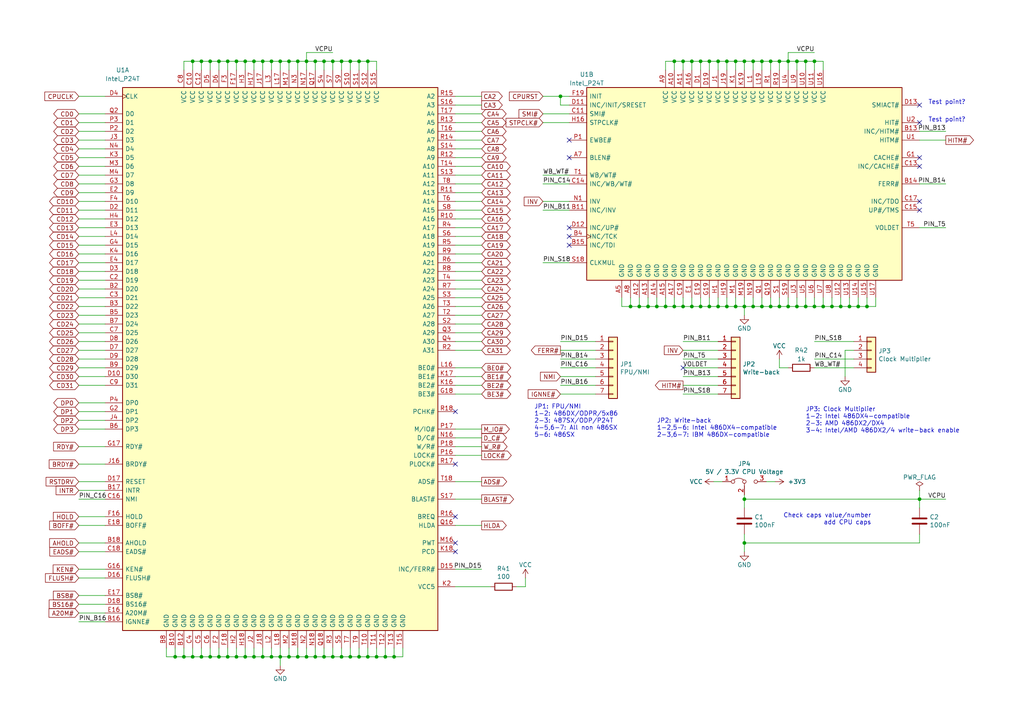
<source format=kicad_sch>
(kicad_sch (version 20211123) (generator eeschema)

  (uuid 77aa92e7-fbdc-48fb-aa69-35a8ea21ae59)

  (paper "A4")

  (title_block
    (title "486 Sandy River Motherboard")
  )

  (lib_symbols
    (symbol "Connector_Generic:Conn_01x04" (pin_names (offset 1.016) hide) (in_bom yes) (on_board yes)
      (property "Reference" "J" (id 0) (at 0 5.08 0)
        (effects (font (size 1.27 1.27)))
      )
      (property "Value" "Conn_01x04" (id 1) (at 0 -7.62 0)
        (effects (font (size 1.27 1.27)))
      )
      (property "Footprint" "" (id 2) (at 0 0 0)
        (effects (font (size 1.27 1.27)) hide)
      )
      (property "Datasheet" "~" (id 3) (at 0 0 0)
        (effects (font (size 1.27 1.27)) hide)
      )
      (property "ki_keywords" "connector" (id 4) (at 0 0 0)
        (effects (font (size 1.27 1.27)) hide)
      )
      (property "ki_description" "Generic connector, single row, 01x04, script generated (kicad-library-utils/schlib/autogen/connector/)" (id 5) (at 0 0 0)
        (effects (font (size 1.27 1.27)) hide)
      )
      (property "ki_fp_filters" "Connector*:*_1x??_*" (id 6) (at 0 0 0)
        (effects (font (size 1.27 1.27)) hide)
      )
      (symbol "Conn_01x04_1_1"
        (rectangle (start -1.27 -4.953) (end 0 -5.207)
          (stroke (width 0.1524) (type default) (color 0 0 0 0))
          (fill (type none))
        )
        (rectangle (start -1.27 -2.413) (end 0 -2.667)
          (stroke (width 0.1524) (type default) (color 0 0 0 0))
          (fill (type none))
        )
        (rectangle (start -1.27 0.127) (end 0 -0.127)
          (stroke (width 0.1524) (type default) (color 0 0 0 0))
          (fill (type none))
        )
        (rectangle (start -1.27 2.667) (end 0 2.413)
          (stroke (width 0.1524) (type default) (color 0 0 0 0))
          (fill (type none))
        )
        (rectangle (start -1.27 3.81) (end 1.27 -6.35)
          (stroke (width 0.254) (type default) (color 0 0 0 0))
          (fill (type background))
        )
        (pin passive line (at -5.08 2.54 0) (length 3.81)
          (name "Pin_1" (effects (font (size 1.27 1.27))))
          (number "1" (effects (font (size 1.27 1.27))))
        )
        (pin passive line (at -5.08 0 0) (length 3.81)
          (name "Pin_2" (effects (font (size 1.27 1.27))))
          (number "2" (effects (font (size 1.27 1.27))))
        )
        (pin passive line (at -5.08 -2.54 0) (length 3.81)
          (name "Pin_3" (effects (font (size 1.27 1.27))))
          (number "3" (effects (font (size 1.27 1.27))))
        )
        (pin passive line (at -5.08 -5.08 0) (length 3.81)
          (name "Pin_4" (effects (font (size 1.27 1.27))))
          (number "4" (effects (font (size 1.27 1.27))))
        )
      )
    )
    (symbol "Connector_Generic:Conn_01x07" (pin_names (offset 1.016) hide) (in_bom yes) (on_board yes)
      (property "Reference" "J" (id 0) (at 0 10.16 0)
        (effects (font (size 1.27 1.27)))
      )
      (property "Value" "Conn_01x07" (id 1) (at 0 -10.16 0)
        (effects (font (size 1.27 1.27)))
      )
      (property "Footprint" "" (id 2) (at 0 0 0)
        (effects (font (size 1.27 1.27)) hide)
      )
      (property "Datasheet" "~" (id 3) (at 0 0 0)
        (effects (font (size 1.27 1.27)) hide)
      )
      (property "ki_keywords" "connector" (id 4) (at 0 0 0)
        (effects (font (size 1.27 1.27)) hide)
      )
      (property "ki_description" "Generic connector, single row, 01x07, script generated (kicad-library-utils/schlib/autogen/connector/)" (id 5) (at 0 0 0)
        (effects (font (size 1.27 1.27)) hide)
      )
      (property "ki_fp_filters" "Connector*:*_1x??_*" (id 6) (at 0 0 0)
        (effects (font (size 1.27 1.27)) hide)
      )
      (symbol "Conn_01x07_1_1"
        (rectangle (start -1.27 -7.493) (end 0 -7.747)
          (stroke (width 0.1524) (type default) (color 0 0 0 0))
          (fill (type none))
        )
        (rectangle (start -1.27 -4.953) (end 0 -5.207)
          (stroke (width 0.1524) (type default) (color 0 0 0 0))
          (fill (type none))
        )
        (rectangle (start -1.27 -2.413) (end 0 -2.667)
          (stroke (width 0.1524) (type default) (color 0 0 0 0))
          (fill (type none))
        )
        (rectangle (start -1.27 0.127) (end 0 -0.127)
          (stroke (width 0.1524) (type default) (color 0 0 0 0))
          (fill (type none))
        )
        (rectangle (start -1.27 2.667) (end 0 2.413)
          (stroke (width 0.1524) (type default) (color 0 0 0 0))
          (fill (type none))
        )
        (rectangle (start -1.27 5.207) (end 0 4.953)
          (stroke (width 0.1524) (type default) (color 0 0 0 0))
          (fill (type none))
        )
        (rectangle (start -1.27 7.747) (end 0 7.493)
          (stroke (width 0.1524) (type default) (color 0 0 0 0))
          (fill (type none))
        )
        (rectangle (start -1.27 8.89) (end 1.27 -8.89)
          (stroke (width 0.254) (type default) (color 0 0 0 0))
          (fill (type background))
        )
        (pin passive line (at -5.08 7.62 0) (length 3.81)
          (name "Pin_1" (effects (font (size 1.27 1.27))))
          (number "1" (effects (font (size 1.27 1.27))))
        )
        (pin passive line (at -5.08 5.08 0) (length 3.81)
          (name "Pin_2" (effects (font (size 1.27 1.27))))
          (number "2" (effects (font (size 1.27 1.27))))
        )
        (pin passive line (at -5.08 2.54 0) (length 3.81)
          (name "Pin_3" (effects (font (size 1.27 1.27))))
          (number "3" (effects (font (size 1.27 1.27))))
        )
        (pin passive line (at -5.08 0 0) (length 3.81)
          (name "Pin_4" (effects (font (size 1.27 1.27))))
          (number "4" (effects (font (size 1.27 1.27))))
        )
        (pin passive line (at -5.08 -2.54 0) (length 3.81)
          (name "Pin_5" (effects (font (size 1.27 1.27))))
          (number "5" (effects (font (size 1.27 1.27))))
        )
        (pin passive line (at -5.08 -5.08 0) (length 3.81)
          (name "Pin_6" (effects (font (size 1.27 1.27))))
          (number "6" (effects (font (size 1.27 1.27))))
        )
        (pin passive line (at -5.08 -7.62 0) (length 3.81)
          (name "Pin_7" (effects (font (size 1.27 1.27))))
          (number "7" (effects (font (size 1.27 1.27))))
        )
      )
    )
    (symbol "Device:C" (pin_numbers hide) (pin_names (offset 0.254)) (in_bom yes) (on_board yes)
      (property "Reference" "C" (id 0) (at 0.635 2.54 0)
        (effects (font (size 1.27 1.27)) (justify left))
      )
      (property "Value" "C" (id 1) (at 0.635 -2.54 0)
        (effects (font (size 1.27 1.27)) (justify left))
      )
      (property "Footprint" "" (id 2) (at 0.9652 -3.81 0)
        (effects (font (size 1.27 1.27)) hide)
      )
      (property "Datasheet" "~" (id 3) (at 0 0 0)
        (effects (font (size 1.27 1.27)) hide)
      )
      (property "ki_keywords" "cap capacitor" (id 4) (at 0 0 0)
        (effects (font (size 1.27 1.27)) hide)
      )
      (property "ki_description" "Unpolarized capacitor" (id 5) (at 0 0 0)
        (effects (font (size 1.27 1.27)) hide)
      )
      (property "ki_fp_filters" "C_*" (id 6) (at 0 0 0)
        (effects (font (size 1.27 1.27)) hide)
      )
      (symbol "C_0_1"
        (polyline
          (pts
            (xy -2.032 -0.762)
            (xy 2.032 -0.762)
          )
          (stroke (width 0.508) (type default) (color 0 0 0 0))
          (fill (type none))
        )
        (polyline
          (pts
            (xy -2.032 0.762)
            (xy 2.032 0.762)
          )
          (stroke (width 0.508) (type default) (color 0 0 0 0))
          (fill (type none))
        )
      )
      (symbol "C_1_1"
        (pin passive line (at 0 3.81 270) (length 2.794)
          (name "~" (effects (font (size 1.27 1.27))))
          (number "1" (effects (font (size 1.27 1.27))))
        )
        (pin passive line (at 0 -3.81 90) (length 2.794)
          (name "~" (effects (font (size 1.27 1.27))))
          (number "2" (effects (font (size 1.27 1.27))))
        )
      )
    )
    (symbol "Device:R" (pin_numbers hide) (pin_names (offset 0)) (in_bom yes) (on_board yes)
      (property "Reference" "R" (id 0) (at 2.032 0 90)
        (effects (font (size 1.27 1.27)))
      )
      (property "Value" "R" (id 1) (at 0 0 90)
        (effects (font (size 1.27 1.27)))
      )
      (property "Footprint" "" (id 2) (at -1.778 0 90)
        (effects (font (size 1.27 1.27)) hide)
      )
      (property "Datasheet" "~" (id 3) (at 0 0 0)
        (effects (font (size 1.27 1.27)) hide)
      )
      (property "ki_keywords" "R res resistor" (id 4) (at 0 0 0)
        (effects (font (size 1.27 1.27)) hide)
      )
      (property "ki_description" "Resistor" (id 5) (at 0 0 0)
        (effects (font (size 1.27 1.27)) hide)
      )
      (property "ki_fp_filters" "R_*" (id 6) (at 0 0 0)
        (effects (font (size 1.27 1.27)) hide)
      )
      (symbol "R_0_1"
        (rectangle (start -1.016 -2.54) (end 1.016 2.54)
          (stroke (width 0.254) (type default) (color 0 0 0 0))
          (fill (type none))
        )
      )
      (symbol "R_1_1"
        (pin passive line (at 0 3.81 270) (length 1.27)
          (name "~" (effects (font (size 1.27 1.27))))
          (number "1" (effects (font (size 1.27 1.27))))
        )
        (pin passive line (at 0 -3.81 90) (length 1.27)
          (name "~" (effects (font (size 1.27 1.27))))
          (number "2" (effects (font (size 1.27 1.27))))
        )
      )
    )
    (symbol "Jumper:Jumper_3_Bridged12" (pin_names (offset 0) hide) (in_bom yes) (on_board yes)
      (property "Reference" "JP" (id 0) (at -2.54 -2.54 0)
        (effects (font (size 1.27 1.27)))
      )
      (property "Value" "Jumper_3_Bridged12" (id 1) (at 0 2.794 0)
        (effects (font (size 1.27 1.27)))
      )
      (property "Footprint" "" (id 2) (at 0 0 0)
        (effects (font (size 1.27 1.27)) hide)
      )
      (property "Datasheet" "~" (id 3) (at 0 0 0)
        (effects (font (size 1.27 1.27)) hide)
      )
      (property "ki_keywords" "Jumper SPDT" (id 4) (at 0 0 0)
        (effects (font (size 1.27 1.27)) hide)
      )
      (property "ki_description" "Jumper, 3-pole, pins 1+2 closed/bridged" (id 5) (at 0 0 0)
        (effects (font (size 1.27 1.27)) hide)
      )
      (property "ki_fp_filters" "Jumper* TestPoint*3Pads* TestPoint*Bridge*" (id 6) (at 0 0 0)
        (effects (font (size 1.27 1.27)) hide)
      )
      (symbol "Jumper_3_Bridged12_0_0"
        (circle (center -3.302 0) (radius 0.508)
          (stroke (width 0) (type default) (color 0 0 0 0))
          (fill (type none))
        )
        (circle (center 0 0) (radius 0.508)
          (stroke (width 0) (type default) (color 0 0 0 0))
          (fill (type none))
        )
        (circle (center 3.302 0) (radius 0.508)
          (stroke (width 0) (type default) (color 0 0 0 0))
          (fill (type none))
        )
      )
      (symbol "Jumper_3_Bridged12_0_1"
        (arc (start -0.254 0.508) (mid -1.651 0.9912) (end -3.048 0.508)
          (stroke (width 0) (type default) (color 0 0 0 0))
          (fill (type none))
        )
        (polyline
          (pts
            (xy 0 -1.27)
            (xy 0 -0.508)
          )
          (stroke (width 0) (type default) (color 0 0 0 0))
          (fill (type none))
        )
      )
      (symbol "Jumper_3_Bridged12_1_1"
        (pin passive line (at -6.35 0 0) (length 2.54)
          (name "A" (effects (font (size 1.27 1.27))))
          (number "1" (effects (font (size 1.27 1.27))))
        )
        (pin passive line (at 0 -3.81 90) (length 2.54)
          (name "C" (effects (font (size 1.27 1.27))))
          (number "2" (effects (font (size 1.27 1.27))))
        )
        (pin passive line (at 6.35 0 180) (length 2.54)
          (name "B" (effects (font (size 1.27 1.27))))
          (number "3" (effects (font (size 1.27 1.27))))
        )
      )
    )
    (symbol "my_components:Intel_P24T" (pin_names (offset 0.762)) (in_bom yes) (on_board yes)
      (property "Reference" "U" (id 0) (at 0 0 0)
        (effects (font (size 1.27 1.27)))
      )
      (property "Value" "Intel_P24T" (id 1) (at 0 -2.54 0)
        (effects (font (size 1.27 1.27)))
      )
      (property "Footprint" "" (id 2) (at -111.76 -2.54 0)
        (effects (font (size 1.27 1.27)) hide)
      )
      (property "Datasheet" "" (id 3) (at -111.76 -2.54 0)
        (effects (font (size 1.27 1.27)) hide)
      )
      (property "ki_locked" "" (id 4) (at 0 0 0)
        (effects (font (size 1.27 1.27)))
      )
      (property "ki_description" "Intel P24T Pentium Overdrive Microprocessor, PGA-235" (id 5) (at 0 0 0)
        (effects (font (size 1.27 1.27)) hide)
      )
      (symbol "Intel_P24T_1_1"
        (rectangle (start -45.72 -82.55) (end 45.72 74.93)
          (stroke (width 0.254) (type default) (color 0 0 0 0))
          (fill (type background))
        )
        (pin power_in line (at -30.48 -87.63 90) (length 5.08)
          (name "GND" (effects (font (size 1.27 1.27))))
          (number "B10" (effects (font (size 1.27 1.27))))
        )
        (pin power_in line (at -27.94 -87.63 90) (length 5.08)
          (name "GND" (effects (font (size 1.27 1.27))))
          (number "B12" (effects (font (size 1.27 1.27))))
        )
        (pin input line (at -50.8 -80.01 0) (length 5.08)
          (name "IGNNE#" (effects (font (size 1.27 1.27))))
          (number "B16" (effects (font (size 1.27 1.27))))
        )
        (pin input line (at -50.8 -41.91 0) (length 5.08)
          (name "INTR" (effects (font (size 1.27 1.27))))
          (number "B17" (effects (font (size 1.27 1.27))))
        )
        (pin input line (at -50.8 -57.15 0) (length 5.08)
          (name "AHOLD" (effects (font (size 1.27 1.27))))
          (number "B18" (effects (font (size 1.27 1.27))))
        )
        (pin bidirectional line (at -50.8 16.51 0) (length 5.08)
          (name "D20" (effects (font (size 1.27 1.27))))
          (number "B2" (effects (font (size 1.27 1.27))))
        )
        (pin bidirectional line (at -50.8 11.43 0) (length 5.08)
          (name "D22" (effects (font (size 1.27 1.27))))
          (number "B3" (effects (font (size 1.27 1.27))))
        )
        (pin bidirectional line (at -50.8 8.89 0) (length 5.08)
          (name "D23" (effects (font (size 1.27 1.27))))
          (number "B5" (effects (font (size 1.27 1.27))))
        )
        (pin bidirectional line (at -50.8 -24.13 0) (length 5.08)
          (name "DP3" (effects (font (size 1.27 1.27))))
          (number "B6" (effects (font (size 1.27 1.27))))
        )
        (pin bidirectional line (at -50.8 6.35 0) (length 5.08)
          (name "D24" (effects (font (size 1.27 1.27))))
          (number "B7" (effects (font (size 1.27 1.27))))
        )
        (pin power_in line (at -33.02 -87.63 90) (length 5.08)
          (name "GND" (effects (font (size 1.27 1.27))))
          (number "B8" (effects (font (size 1.27 1.27))))
        )
        (pin bidirectional line (at -50.8 -6.35 0) (length 5.08)
          (name "D29" (effects (font (size 1.27 1.27))))
          (number "B9" (effects (font (size 1.27 1.27))))
        )
        (pin power_in line (at -25.4 80.01 270) (length 5.08)
          (name "VCC" (effects (font (size 1.27 1.27))))
          (number "C10" (effects (font (size 1.27 1.27))))
        )
        (pin power_in line (at -22.86 80.01 270) (length 5.08)
          (name "VCC" (effects (font (size 1.27 1.27))))
          (number "C12" (effects (font (size 1.27 1.27))))
        )
        (pin input line (at -50.8 -44.45 0) (length 5.08)
          (name "NMI" (effects (font (size 1.27 1.27))))
          (number "C16" (effects (font (size 1.27 1.27))))
        )
        (pin input line (at -50.8 -59.69 0) (length 5.08)
          (name "EADS#" (effects (font (size 1.27 1.27))))
          (number "C18" (effects (font (size 1.27 1.27))))
        )
        (pin bidirectional line (at -50.8 19.05 0) (length 5.08)
          (name "D19" (effects (font (size 1.27 1.27))))
          (number "C2" (effects (font (size 1.27 1.27))))
        )
        (pin bidirectional line (at -50.8 13.97 0) (length 5.08)
          (name "D21" (effects (font (size 1.27 1.27))))
          (number "C3" (effects (font (size 1.27 1.27))))
        )
        (pin power_in line (at -25.4 -87.63 90) (length 5.08)
          (name "GND" (effects (font (size 1.27 1.27))))
          (number "C4" (effects (font (size 1.27 1.27))))
        )
        (pin power_in line (at -22.86 -87.63 90) (length 5.08)
          (name "GND" (effects (font (size 1.27 1.27))))
          (number "C5" (effects (font (size 1.27 1.27))))
        )
        (pin power_in line (at -20.32 -87.63 90) (length 5.08)
          (name "GND" (effects (font (size 1.27 1.27))))
          (number "C6" (effects (font (size 1.27 1.27))))
        )
        (pin bidirectional line (at -50.8 3.81 0) (length 5.08)
          (name "D25" (effects (font (size 1.27 1.27))))
          (number "C7" (effects (font (size 1.27 1.27))))
        )
        (pin power_in line (at -27.94 80.01 270) (length 5.08)
          (name "VCC" (effects (font (size 1.27 1.27))))
          (number "C8" (effects (font (size 1.27 1.27))))
        )
        (pin bidirectional line (at -50.8 -11.43 0) (length 5.08)
          (name "D31" (effects (font (size 1.27 1.27))))
          (number "C9" (effects (font (size 1.27 1.27))))
        )
        (pin bidirectional line (at -50.8 -8.89 0) (length 5.08)
          (name "D30" (effects (font (size 1.27 1.27))))
          (number "D10" (effects (font (size 1.27 1.27))))
        )
        (pin passive line (at 50.8 -64.77 180) (length 5.08)
          (name "INC/FERR#" (effects (font (size 1.27 1.27))))
          (number "D15" (effects (font (size 1.27 1.27))))
        )
        (pin input line (at -50.8 -67.31 0) (length 5.08)
          (name "FLUSH#" (effects (font (size 1.27 1.27))))
          (number "D16" (effects (font (size 1.27 1.27))))
        )
        (pin input line (at -50.8 -39.37 0) (length 5.08)
          (name "RESET" (effects (font (size 1.27 1.27))))
          (number "D17" (effects (font (size 1.27 1.27))))
        )
        (pin input line (at -50.8 -74.93 0) (length 5.08)
          (name "BS16#" (effects (font (size 1.27 1.27))))
          (number "D18" (effects (font (size 1.27 1.27))))
        )
        (pin bidirectional line (at -50.8 39.37 0) (length 5.08)
          (name "D11" (effects (font (size 1.27 1.27))))
          (number "D2" (effects (font (size 1.27 1.27))))
        )
        (pin bidirectional line (at -50.8 21.59 0) (length 5.08)
          (name "D18" (effects (font (size 1.27 1.27))))
          (number "D3" (effects (font (size 1.27 1.27))))
        )
        (pin input clock (at -50.8 72.39 0) (length 5.08)
          (name "CLK" (effects (font (size 1.27 1.27))))
          (number "D4" (effects (font (size 1.27 1.27))))
        )
        (pin power_in line (at -20.32 80.01 270) (length 5.08)
          (name "VCC" (effects (font (size 1.27 1.27))))
          (number "D5" (effects (font (size 1.27 1.27))))
        )
        (pin power_in line (at -17.78 80.01 270) (length 5.08)
          (name "VCC" (effects (font (size 1.27 1.27))))
          (number "D6" (effects (font (size 1.27 1.27))))
        )
        (pin bidirectional line (at -50.8 -1.27 0) (length 5.08)
          (name "D27" (effects (font (size 1.27 1.27))))
          (number "D7" (effects (font (size 1.27 1.27))))
        )
        (pin bidirectional line (at -50.8 1.27 0) (length 5.08)
          (name "D26" (effects (font (size 1.27 1.27))))
          (number "D8" (effects (font (size 1.27 1.27))))
        )
        (pin bidirectional line (at -50.8 -3.81 0) (length 5.08)
          (name "D28" (effects (font (size 1.27 1.27))))
          (number "D9" (effects (font (size 1.27 1.27))))
        )
        (pin input line (at -50.8 -77.47 0) (length 5.08)
          (name "A20M#" (effects (font (size 1.27 1.27))))
          (number "E16" (effects (font (size 1.27 1.27))))
        )
        (pin input line (at -50.8 -72.39 0) (length 5.08)
          (name "BS8#" (effects (font (size 1.27 1.27))))
          (number "E17" (effects (font (size 1.27 1.27))))
        )
        (pin input line (at -50.8 -52.07 0) (length 5.08)
          (name "BOFF#" (effects (font (size 1.27 1.27))))
          (number "E18" (effects (font (size 1.27 1.27))))
        )
        (pin bidirectional line (at -50.8 44.45 0) (length 5.08)
          (name "D9" (effects (font (size 1.27 1.27))))
          (number "E2" (effects (font (size 1.27 1.27))))
        )
        (pin bidirectional line (at -50.8 34.29 0) (length 5.08)
          (name "D13" (effects (font (size 1.27 1.27))))
          (number "E3" (effects (font (size 1.27 1.27))))
        )
        (pin bidirectional line (at -50.8 24.13 0) (length 5.08)
          (name "D17" (effects (font (size 1.27 1.27))))
          (number "E4" (effects (font (size 1.27 1.27))))
        )
        (pin input line (at -50.8 -49.53 0) (length 5.08)
          (name "HOLD" (effects (font (size 1.27 1.27))))
          (number "F16" (effects (font (size 1.27 1.27))))
        )
        (pin power_in line (at -12.7 80.01 270) (length 5.08)
          (name "VCC" (effects (font (size 1.27 1.27))))
          (number "F17" (effects (font (size 1.27 1.27))))
        )
        (pin power_in line (at -15.24 -87.63 90) (length 5.08)
          (name "GND" (effects (font (size 1.27 1.27))))
          (number "F18" (effects (font (size 1.27 1.27))))
        )
        (pin power_in line (at -17.78 -87.63 90) (length 5.08)
          (name "GND" (effects (font (size 1.27 1.27))))
          (number "F2" (effects (font (size 1.27 1.27))))
        )
        (pin power_in line (at -15.24 80.01 270) (length 5.08)
          (name "VCC" (effects (font (size 1.27 1.27))))
          (number "F3" (effects (font (size 1.27 1.27))))
        )
        (pin bidirectional line (at -50.8 41.91 0) (length 5.08)
          (name "D10" (effects (font (size 1.27 1.27))))
          (number "F4" (effects (font (size 1.27 1.27))))
        )
        (pin input line (at -50.8 -64.77 0) (length 5.08)
          (name "KEN#" (effects (font (size 1.27 1.27))))
          (number "G16" (effects (font (size 1.27 1.27))))
        )
        (pin input line (at -50.8 -29.21 0) (length 5.08)
          (name "RDY#" (effects (font (size 1.27 1.27))))
          (number "G17" (effects (font (size 1.27 1.27))))
        )
        (pin output line (at 50.8 -13.97 180) (length 5.08)
          (name "BE3#" (effects (font (size 1.27 1.27))))
          (number "G18" (effects (font (size 1.27 1.27))))
        )
        (pin bidirectional line (at -50.8 -19.05 0) (length 5.08)
          (name "DP1" (effects (font (size 1.27 1.27))))
          (number "G2" (effects (font (size 1.27 1.27))))
        )
        (pin bidirectional line (at -50.8 46.99 0) (length 5.08)
          (name "D8" (effects (font (size 1.27 1.27))))
          (number "G3" (effects (font (size 1.27 1.27))))
        )
        (pin bidirectional line (at -50.8 29.21 0) (length 5.08)
          (name "D15" (effects (font (size 1.27 1.27))))
          (number "G4" (effects (font (size 1.27 1.27))))
        )
        (pin power_in line (at -7.62 80.01 270) (length 5.08)
          (name "VCC" (effects (font (size 1.27 1.27))))
          (number "H17" (effects (font (size 1.27 1.27))))
        )
        (pin power_in line (at -10.16 -87.63 90) (length 5.08)
          (name "GND" (effects (font (size 1.27 1.27))))
          (number "H18" (effects (font (size 1.27 1.27))))
        )
        (pin power_in line (at -12.7 -87.63 90) (length 5.08)
          (name "GND" (effects (font (size 1.27 1.27))))
          (number "H2" (effects (font (size 1.27 1.27))))
        )
        (pin power_in line (at -10.16 80.01 270) (length 5.08)
          (name "VCC" (effects (font (size 1.27 1.27))))
          (number "H3" (effects (font (size 1.27 1.27))))
        )
        (pin bidirectional line (at -50.8 36.83 0) (length 5.08)
          (name "D12" (effects (font (size 1.27 1.27))))
          (number "H4" (effects (font (size 1.27 1.27))))
        )
        (pin input line (at -50.8 -34.29 0) (length 5.08)
          (name "BRDY#" (effects (font (size 1.27 1.27))))
          (number "J16" (effects (font (size 1.27 1.27))))
        )
        (pin power_in line (at -5.08 80.01 270) (length 5.08)
          (name "VCC" (effects (font (size 1.27 1.27))))
          (number "J17" (effects (font (size 1.27 1.27))))
        )
        (pin power_in line (at -5.08 -87.63 90) (length 5.08)
          (name "GND" (effects (font (size 1.27 1.27))))
          (number "J18" (effects (font (size 1.27 1.27))))
        )
        (pin power_in line (at -7.62 -87.63 90) (length 5.08)
          (name "GND" (effects (font (size 1.27 1.27))))
          (number "J2" (effects (font (size 1.27 1.27))))
        )
        (pin bidirectional line (at -50.8 59.69 0) (length 5.08)
          (name "D3" (effects (font (size 1.27 1.27))))
          (number "J3" (effects (font (size 1.27 1.27))))
        )
        (pin bidirectional line (at -50.8 -21.59 0) (length 5.08)
          (name "DP2" (effects (font (size 1.27 1.27))))
          (number "J4" (effects (font (size 1.27 1.27))))
        )
        (pin output line (at 50.8 -11.43 180) (length 5.08)
          (name "BE2#" (effects (font (size 1.27 1.27))))
          (number "K16" (effects (font (size 1.27 1.27))))
        )
        (pin output line (at 50.8 -8.89 180) (length 5.08)
          (name "BE1#" (effects (font (size 1.27 1.27))))
          (number "K17" (effects (font (size 1.27 1.27))))
        )
        (pin output line (at 50.8 -59.69 180) (length 5.08)
          (name "PCD" (effects (font (size 1.27 1.27))))
          (number "K18" (effects (font (size 1.27 1.27))))
        )
        (pin passive line (at 50.8 -69.85 180) (length 5.08)
          (name "VCC5" (effects (font (size 1.27 1.27))))
          (number "K2" (effects (font (size 1.27 1.27))))
        )
        (pin bidirectional line (at -50.8 54.61 0) (length 5.08)
          (name "D5" (effects (font (size 1.27 1.27))))
          (number "K3" (effects (font (size 1.27 1.27))))
        )
        (pin bidirectional line (at -50.8 26.67 0) (length 5.08)
          (name "D16" (effects (font (size 1.27 1.27))))
          (number "K4" (effects (font (size 1.27 1.27))))
        )
        (pin output line (at 50.8 -6.35 180) (length 5.08)
          (name "BE0#" (effects (font (size 1.27 1.27))))
          (number "L16" (effects (font (size 1.27 1.27))))
        )
        (pin power_in line (at 0 80.01 270) (length 5.08)
          (name "VCC" (effects (font (size 1.27 1.27))))
          (number "L17" (effects (font (size 1.27 1.27))))
        )
        (pin power_in line (at 0 -87.63 90) (length 5.08)
          (name "GND" (effects (font (size 1.27 1.27))))
          (number "L18" (effects (font (size 1.27 1.27))))
        )
        (pin power_in line (at -2.54 -87.63 90) (length 5.08)
          (name "GND" (effects (font (size 1.27 1.27))))
          (number "L2" (effects (font (size 1.27 1.27))))
        )
        (pin power_in line (at -2.54 80.01 270) (length 5.08)
          (name "VCC" (effects (font (size 1.27 1.27))))
          (number "L3" (effects (font (size 1.27 1.27))))
        )
        (pin bidirectional line (at -50.8 31.75 0) (length 5.08)
          (name "D14" (effects (font (size 1.27 1.27))))
          (number "L4" (effects (font (size 1.27 1.27))))
        )
        (pin output line (at 50.8 -57.15 180) (length 5.08)
          (name "PWT" (effects (font (size 1.27 1.27))))
          (number "M16" (effects (font (size 1.27 1.27))))
        )
        (pin power_in line (at 2.54 80.01 270) (length 5.08)
          (name "VCC" (effects (font (size 1.27 1.27))))
          (number "M17" (effects (font (size 1.27 1.27))))
        )
        (pin power_in line (at 5.08 -87.63 90) (length 5.08)
          (name "GND" (effects (font (size 1.27 1.27))))
          (number "M18" (effects (font (size 1.27 1.27))))
        )
        (pin power_in line (at 2.54 -87.63 90) (length 5.08)
          (name "GND" (effects (font (size 1.27 1.27))))
          (number "M2" (effects (font (size 1.27 1.27))))
        )
        (pin bidirectional line (at -50.8 52.07 0) (length 5.08)
          (name "D6" (effects (font (size 1.27 1.27))))
          (number "M3" (effects (font (size 1.27 1.27))))
        )
        (pin bidirectional line (at -50.8 49.53 0) (length 5.08)
          (name "D7" (effects (font (size 1.27 1.27))))
          (number "M4" (effects (font (size 1.27 1.27))))
        )
        (pin output line (at 50.8 -26.67 180) (length 5.08)
          (name "D/C#" (effects (font (size 1.27 1.27))))
          (number "N16" (effects (font (size 1.27 1.27))))
        )
        (pin power_in line (at 7.62 80.01 270) (length 5.08)
          (name "VCC" (effects (font (size 1.27 1.27))))
          (number "N17" (effects (font (size 1.27 1.27))))
        )
        (pin power_in line (at 10.16 -87.63 90) (length 5.08)
          (name "GND" (effects (font (size 1.27 1.27))))
          (number "N18" (effects (font (size 1.27 1.27))))
        )
        (pin power_in line (at 7.62 -87.63 90) (length 5.08)
          (name "GND" (effects (font (size 1.27 1.27))))
          (number "N2" (effects (font (size 1.27 1.27))))
        )
        (pin power_in line (at 5.08 80.01 270) (length 5.08)
          (name "VCC" (effects (font (size 1.27 1.27))))
          (number "N3" (effects (font (size 1.27 1.27))))
        )
        (pin bidirectional line (at -50.8 57.15 0) (length 5.08)
          (name "D4" (effects (font (size 1.27 1.27))))
          (number "N4" (effects (font (size 1.27 1.27))))
        )
        (pin output line (at 50.8 -31.75 180) (length 5.08)
          (name "LOCK#" (effects (font (size 1.27 1.27))))
          (number "P16" (effects (font (size 1.27 1.27))))
        )
        (pin output line (at 50.8 -24.13 180) (length 5.08)
          (name "M/IO#" (effects (font (size 1.27 1.27))))
          (number "P17" (effects (font (size 1.27 1.27))))
        )
        (pin output line (at 50.8 -29.21 180) (length 5.08)
          (name "W/R#" (effects (font (size 1.27 1.27))))
          (number "P18" (effects (font (size 1.27 1.27))))
        )
        (pin bidirectional line (at -50.8 62.23 0) (length 5.08)
          (name "D2" (effects (font (size 1.27 1.27))))
          (number "P2" (effects (font (size 1.27 1.27))))
        )
        (pin bidirectional line (at -50.8 64.77 0) (length 5.08)
          (name "D1" (effects (font (size 1.27 1.27))))
          (number "P3" (effects (font (size 1.27 1.27))))
        )
        (pin bidirectional line (at -50.8 -16.51 0) (length 5.08)
          (name "DP0" (effects (font (size 1.27 1.27))))
          (number "P4" (effects (font (size 1.27 1.27))))
        )
        (pin output line (at 50.8 -52.07 180) (length 5.08)
          (name "HLDA" (effects (font (size 1.27 1.27))))
          (number "Q16" (effects (font (size 1.27 1.27))))
        )
        (pin power_in line (at 10.16 80.01 270) (length 5.08)
          (name "VCC" (effects (font (size 1.27 1.27))))
          (number "Q17" (effects (font (size 1.27 1.27))))
        )
        (pin power_in line (at 12.7 -87.63 90) (length 5.08)
          (name "GND" (effects (font (size 1.27 1.27))))
          (number "Q18" (effects (font (size 1.27 1.27))))
        )
        (pin bidirectional line (at -50.8 67.31 0) (length 5.08)
          (name "D0" (effects (font (size 1.27 1.27))))
          (number "Q2" (effects (font (size 1.27 1.27))))
        )
        (pin bidirectional line (at 50.8 3.81 180) (length 5.08)
          (name "A29" (effects (font (size 1.27 1.27))))
          (number "Q3" (effects (font (size 1.27 1.27))))
        )
        (pin bidirectional line (at 50.8 1.27 180) (length 5.08)
          (name "A30" (effects (font (size 1.27 1.27))))
          (number "Q4" (effects (font (size 1.27 1.27))))
        )
        (pin bidirectional line (at 50.8 36.83 180) (length 5.08)
          (name "A16" (effects (font (size 1.27 1.27))))
          (number "R10" (effects (font (size 1.27 1.27))))
        )
        (pin bidirectional line (at 50.8 44.45 180) (length 5.08)
          (name "A13" (effects (font (size 1.27 1.27))))
          (number "R11" (effects (font (size 1.27 1.27))))
        )
        (pin bidirectional line (at 50.8 54.61 180) (length 5.08)
          (name "A9" (effects (font (size 1.27 1.27))))
          (number "R12" (effects (font (size 1.27 1.27))))
        )
        (pin bidirectional line (at 50.8 64.77 180) (length 5.08)
          (name "A5" (effects (font (size 1.27 1.27))))
          (number "R13" (effects (font (size 1.27 1.27))))
        )
        (pin bidirectional line (at 50.8 59.69 180) (length 5.08)
          (name "A7" (effects (font (size 1.27 1.27))))
          (number "R14" (effects (font (size 1.27 1.27))))
        )
        (pin output line (at 50.8 72.39 180) (length 5.08)
          (name "A2" (effects (font (size 1.27 1.27))))
          (number "R15" (effects (font (size 1.27 1.27))))
        )
        (pin output line (at 50.8 -49.53 180) (length 5.08)
          (name "BREQ" (effects (font (size 1.27 1.27))))
          (number "R16" (effects (font (size 1.27 1.27))))
        )
        (pin output line (at 50.8 -34.29 180) (length 5.08)
          (name "PLOCK#" (effects (font (size 1.27 1.27))))
          (number "R17" (effects (font (size 1.27 1.27))))
        )
        (pin output line (at 50.8 -19.05 180) (length 5.08)
          (name "PCHK#" (effects (font (size 1.27 1.27))))
          (number "R18" (effects (font (size 1.27 1.27))))
        )
        (pin bidirectional line (at 50.8 -1.27 180) (length 5.08)
          (name "A31" (effects (font (size 1.27 1.27))))
          (number "R2" (effects (font (size 1.27 1.27))))
        )
        (pin power_in line (at 15.24 -87.63 90) (length 5.08)
          (name "GND" (effects (font (size 1.27 1.27))))
          (number "R3" (effects (font (size 1.27 1.27))))
        )
        (pin bidirectional line (at 50.8 34.29 180) (length 5.08)
          (name "A17" (effects (font (size 1.27 1.27))))
          (number "R4" (effects (font (size 1.27 1.27))))
        )
        (pin bidirectional line (at 50.8 29.21 180) (length 5.08)
          (name "A19" (effects (font (size 1.27 1.27))))
          (number "R5" (effects (font (size 1.27 1.27))))
        )
        (pin bidirectional line (at 50.8 24.13 180) (length 5.08)
          (name "A21" (effects (font (size 1.27 1.27))))
          (number "R6" (effects (font (size 1.27 1.27))))
        )
        (pin bidirectional line (at 50.8 16.51 180) (length 5.08)
          (name "A24" (effects (font (size 1.27 1.27))))
          (number "R7" (effects (font (size 1.27 1.27))))
        )
        (pin bidirectional line (at 50.8 21.59 180) (length 5.08)
          (name "A22" (effects (font (size 1.27 1.27))))
          (number "R8" (effects (font (size 1.27 1.27))))
        )
        (pin bidirectional line (at 50.8 26.67 180) (length 5.08)
          (name "A20" (effects (font (size 1.27 1.27))))
          (number "R9" (effects (font (size 1.27 1.27))))
        )
        (pin power_in line (at 20.32 80.01 270) (length 5.08)
          (name "VCC" (effects (font (size 1.27 1.27))))
          (number "S10" (effects (font (size 1.27 1.27))))
        )
        (pin power_in line (at 22.86 80.01 270) (length 5.08)
          (name "VCC" (effects (font (size 1.27 1.27))))
          (number "S11" (effects (font (size 1.27 1.27))))
        )
        (pin power_in line (at 25.4 80.01 270) (length 5.08)
          (name "VCC" (effects (font (size 1.27 1.27))))
          (number "S12" (effects (font (size 1.27 1.27))))
        )
        (pin bidirectional line (at 50.8 49.53 180) (length 5.08)
          (name "A11" (effects (font (size 1.27 1.27))))
          (number "S13" (effects (font (size 1.27 1.27))))
        )
        (pin bidirectional line (at 50.8 57.15 180) (length 5.08)
          (name "A8" (effects (font (size 1.27 1.27))))
          (number "S14" (effects (font (size 1.27 1.27))))
        )
        (pin power_in line (at 27.94 80.01 270) (length 5.08)
          (name "VCC" (effects (font (size 1.27 1.27))))
          (number "S15" (effects (font (size 1.27 1.27))))
        )
        (pin output line (at 50.8 69.85 180) (length 5.08)
          (name "A3" (effects (font (size 1.27 1.27))))
          (number "S16" (effects (font (size 1.27 1.27))))
        )
        (pin output line (at 50.8 -44.45 180) (length 5.08)
          (name "BLAST#" (effects (font (size 1.27 1.27))))
          (number "S17" (effects (font (size 1.27 1.27))))
        )
        (pin bidirectional line (at 50.8 6.35 180) (length 5.08)
          (name "A28" (effects (font (size 1.27 1.27))))
          (number "S2" (effects (font (size 1.27 1.27))))
        )
        (pin bidirectional line (at 50.8 13.97 180) (length 5.08)
          (name "A25" (effects (font (size 1.27 1.27))))
          (number "S3" (effects (font (size 1.27 1.27))))
        )
        (pin power_in line (at 12.7 80.01 270) (length 5.08)
          (name "VCC" (effects (font (size 1.27 1.27))))
          (number "S4" (effects (font (size 1.27 1.27))))
        )
        (pin power_in line (at 17.78 -87.63 90) (length 5.08)
          (name "GND" (effects (font (size 1.27 1.27))))
          (number "S5" (effects (font (size 1.27 1.27))))
        )
        (pin bidirectional line (at 50.8 31.75 180) (length 5.08)
          (name "A18" (effects (font (size 1.27 1.27))))
          (number "S6" (effects (font (size 1.27 1.27))))
        )
        (pin power_in line (at 15.24 80.01 270) (length 5.08)
          (name "VCC" (effects (font (size 1.27 1.27))))
          (number "S7" (effects (font (size 1.27 1.27))))
        )
        (pin bidirectional line (at 50.8 39.37 180) (length 5.08)
          (name "A15" (effects (font (size 1.27 1.27))))
          (number "S8" (effects (font (size 1.27 1.27))))
        )
        (pin power_in line (at 17.78 80.01 270) (length 5.08)
          (name "VCC" (effects (font (size 1.27 1.27))))
          (number "S9" (effects (font (size 1.27 1.27))))
        )
        (pin power_in line (at 25.4 -87.63 90) (length 5.08)
          (name "GND" (effects (font (size 1.27 1.27))))
          (number "T10" (effects (font (size 1.27 1.27))))
        )
        (pin power_in line (at 27.94 -87.63 90) (length 5.08)
          (name "GND" (effects (font (size 1.27 1.27))))
          (number "T11" (effects (font (size 1.27 1.27))))
        )
        (pin power_in line (at 30.48 -87.63 90) (length 5.08)
          (name "GND" (effects (font (size 1.27 1.27))))
          (number "T12" (effects (font (size 1.27 1.27))))
        )
        (pin power_in line (at 33.02 -87.63 90) (length 5.08)
          (name "GND" (effects (font (size 1.27 1.27))))
          (number "T13" (effects (font (size 1.27 1.27))))
        )
        (pin bidirectional line (at 50.8 52.07 180) (length 5.08)
          (name "A10" (effects (font (size 1.27 1.27))))
          (number "T14" (effects (font (size 1.27 1.27))))
        )
        (pin power_in line (at 35.56 -87.63 90) (length 5.08)
          (name "GND" (effects (font (size 1.27 1.27))))
          (number "T15" (effects (font (size 1.27 1.27))))
        )
        (pin bidirectional line (at 50.8 62.23 180) (length 5.08)
          (name "A6" (effects (font (size 1.27 1.27))))
          (number "T16" (effects (font (size 1.27 1.27))))
        )
        (pin bidirectional line (at 50.8 67.31 180) (length 5.08)
          (name "A4" (effects (font (size 1.27 1.27))))
          (number "T17" (effects (font (size 1.27 1.27))))
        )
        (pin output line (at 50.8 -39.37 180) (length 5.08)
          (name "ADS#" (effects (font (size 1.27 1.27))))
          (number "T18" (effects (font (size 1.27 1.27))))
        )
        (pin bidirectional line (at 50.8 8.89 180) (length 5.08)
          (name "A27" (effects (font (size 1.27 1.27))))
          (number "T2" (effects (font (size 1.27 1.27))))
        )
        (pin bidirectional line (at 50.8 11.43 180) (length 5.08)
          (name "A26" (effects (font (size 1.27 1.27))))
          (number "T3" (effects (font (size 1.27 1.27))))
        )
        (pin bidirectional line (at 50.8 19.05 180) (length 5.08)
          (name "A23" (effects (font (size 1.27 1.27))))
          (number "T4" (effects (font (size 1.27 1.27))))
        )
        (pin bidirectional line (at 50.8 41.91 180) (length 5.08)
          (name "A14" (effects (font (size 1.27 1.27))))
          (number "T6" (effects (font (size 1.27 1.27))))
        )
        (pin power_in line (at 20.32 -87.63 90) (length 5.08)
          (name "GND" (effects (font (size 1.27 1.27))))
          (number "T7" (effects (font (size 1.27 1.27))))
        )
        (pin bidirectional line (at 50.8 46.99 180) (length 5.08)
          (name "A12" (effects (font (size 1.27 1.27))))
          (number "T8" (effects (font (size 1.27 1.27))))
        )
        (pin power_in line (at 22.86 -87.63 90) (length 5.08)
          (name "GND" (effects (font (size 1.27 1.27))))
          (number "T9" (effects (font (size 1.27 1.27))))
        )
      )
      (symbol "Intel_P24T_2_1"
        (rectangle (start -45.72 -27.94) (end 45.72 27.94)
          (stroke (width 0.254) (type default) (color 0 0 0 0))
          (fill (type background))
        )
        (pin power_in line (at -20.32 33.02 270) (length 5.08)
          (name "VCC" (effects (font (size 1.27 1.27))))
          (number "A10" (effects (font (size 1.27 1.27))))
        )
        (pin power_in line (at -17.78 33.02 270) (length 5.08)
          (name "VCC" (effects (font (size 1.27 1.27))))
          (number "A11" (effects (font (size 1.27 1.27))))
        )
        (pin power_in line (at -30.48 -33.02 90) (length 5.08)
          (name "GND" (effects (font (size 1.27 1.27))))
          (number "A12" (effects (font (size 1.27 1.27))))
        )
        (pin power_in line (at -27.94 -33.02 90) (length 5.08)
          (name "GND" (effects (font (size 1.27 1.27))))
          (number "A13" (effects (font (size 1.27 1.27))))
        )
        (pin power_in line (at -25.4 -33.02 90) (length 5.08)
          (name "GND" (effects (font (size 1.27 1.27))))
          (number "A14" (effects (font (size 1.27 1.27))))
        )
        (pin power_in line (at -22.86 -33.02 90) (length 5.08)
          (name "GND" (effects (font (size 1.27 1.27))))
          (number "A15" (effects (font (size 1.27 1.27))))
        )
        (pin power_in line (at -15.24 33.02 270) (length 5.08)
          (name "VCC" (effects (font (size 1.27 1.27))))
          (number "A16" (effects (font (size 1.27 1.27))))
        )
        (pin power_in line (at -20.32 -33.02 90) (length 5.08)
          (name "GND" (effects (font (size 1.27 1.27))))
          (number "A17" (effects (font (size 1.27 1.27))))
        )
        (pin power_in line (at -35.56 -33.02 90) (length 5.08)
          (name "GND" (effects (font (size 1.27 1.27))))
          (number "A5" (effects (font (size 1.27 1.27))))
        )
        (pin input line (at -50.8 7.62 0) (length 5.08)
          (name "BLEN#" (effects (font (size 1.27 1.27))))
          (number "A7" (effects (font (size 1.27 1.27))))
        )
        (pin power_in line (at -33.02 -33.02 90) (length 5.08)
          (name "GND" (effects (font (size 1.27 1.27))))
          (number "A8" (effects (font (size 1.27 1.27))))
        )
        (pin power_in line (at -22.86 33.02 270) (length 5.08)
          (name "VCC" (effects (font (size 1.27 1.27))))
          (number "A9" (effects (font (size 1.27 1.27))))
        )
        (pin input line (at -50.8 -7.62 0) (length 5.08)
          (name "INC/INV" (effects (font (size 1.27 1.27))))
          (number "B11" (effects (font (size 1.27 1.27))))
        )
        (pin passive line (at 50.8 15.24 180) (length 5.08)
          (name "INC/HITM#" (effects (font (size 1.27 1.27))))
          (number "B13" (effects (font (size 1.27 1.27))))
        )
        (pin output line (at 50.8 0 180) (length 5.08)
          (name "FERR#" (effects (font (size 1.27 1.27))))
          (number "B14" (effects (font (size 1.27 1.27))))
        )
        (pin input line (at -50.8 -17.78 0) (length 5.08)
          (name "INC/TDI" (effects (font (size 1.27 1.27))))
          (number "B15" (effects (font (size 1.27 1.27))))
        )
        (pin input clock (at -50.8 -15.24 0) (length 5.08)
          (name "INC/TCK" (effects (font (size 1.27 1.27))))
          (number "B4" (effects (font (size 1.27 1.27))))
        )
        (pin input line (at -50.8 20.32 0) (length 5.08)
          (name "SMI#" (effects (font (size 1.27 1.27))))
          (number "C11" (effects (font (size 1.27 1.27))))
        )
        (pin passive line (at 50.8 5.08 180) (length 5.08)
          (name "INC/CACHE#" (effects (font (size 1.27 1.27))))
          (number "C13" (effects (font (size 1.27 1.27))))
        )
        (pin input line (at -50.8 0 0) (length 5.08)
          (name "INC/WB/WT#" (effects (font (size 1.27 1.27))))
          (number "C14" (effects (font (size 1.27 1.27))))
        )
        (pin output line (at 50.8 -7.62 180) (length 5.08)
          (name "UP#/TMS" (effects (font (size 1.27 1.27))))
          (number "C15" (effects (font (size 1.27 1.27))))
        )
        (pin output line (at 50.8 -5.08 180) (length 5.08)
          (name "INC/TDO" (effects (font (size 1.27 1.27))))
          (number "C17" (effects (font (size 1.27 1.27))))
        )
        (pin power_in line (at -17.78 -33.02 90) (length 5.08)
          (name "GND" (effects (font (size 1.27 1.27))))
          (number "C19" (effects (font (size 1.27 1.27))))
        )
        (pin power_in line (at -12.7 33.02 270) (length 5.08)
          (name "VCC" (effects (font (size 1.27 1.27))))
          (number "D1" (effects (font (size 1.27 1.27))))
        )
        (pin input line (at -50.8 22.86 0) (length 5.08)
          (name "INC/INIT/SRESET" (effects (font (size 1.27 1.27))))
          (number "D11" (effects (font (size 1.27 1.27))))
        )
        (pin input line (at -50.8 -12.7 0) (length 5.08)
          (name "INC/UP#" (effects (font (size 1.27 1.27))))
          (number "D12" (effects (font (size 1.27 1.27))))
        )
        (pin output line (at 50.8 22.86 180) (length 5.08)
          (name "SMIACT#" (effects (font (size 1.27 1.27))))
          (number "D13" (effects (font (size 1.27 1.27))))
        )
        (pin power_in line (at -10.16 33.02 270) (length 5.08)
          (name "VCC" (effects (font (size 1.27 1.27))))
          (number "D19" (effects (font (size 1.27 1.27))))
        )
        (pin power_in line (at -15.24 -33.02 90) (length 5.08)
          (name "GND" (effects (font (size 1.27 1.27))))
          (number "E1" (effects (font (size 1.27 1.27))))
        )
        (pin power_in line (at -12.7 -33.02 90) (length 5.08)
          (name "GND" (effects (font (size 1.27 1.27))))
          (number "E19" (effects (font (size 1.27 1.27))))
        )
        (pin input line (at -50.8 25.4 0) (length 5.08)
          (name "INIT" (effects (font (size 1.27 1.27))))
          (number "F19" (effects (font (size 1.27 1.27))))
        )
        (pin output line (at 50.8 7.62 180) (length 5.08)
          (name "CACHE#" (effects (font (size 1.27 1.27))))
          (number "G1" (effects (font (size 1.27 1.27))))
        )
        (pin power_in line (at -10.16 -33.02 90) (length 5.08)
          (name "GND" (effects (font (size 1.27 1.27))))
          (number "G19" (effects (font (size 1.27 1.27))))
        )
        (pin power_in line (at -7.62 -33.02 90) (length 5.08)
          (name "GND" (effects (font (size 1.27 1.27))))
          (number "H1" (effects (font (size 1.27 1.27))))
        )
        (pin input line (at -50.8 17.78 0) (length 5.08)
          (name "STPCLK#" (effects (font (size 1.27 1.27))))
          (number "H16" (effects (font (size 1.27 1.27))))
        )
        (pin power_in line (at -5.08 -33.02 90) (length 5.08)
          (name "GND" (effects (font (size 1.27 1.27))))
          (number "H19" (effects (font (size 1.27 1.27))))
        )
        (pin power_in line (at -7.62 33.02 270) (length 5.08)
          (name "VCC" (effects (font (size 1.27 1.27))))
          (number "J1" (effects (font (size 1.27 1.27))))
        )
        (pin power_in line (at -5.08 33.02 270) (length 5.08)
          (name "VCC" (effects (font (size 1.27 1.27))))
          (number "J19" (effects (font (size 1.27 1.27))))
        )
        (pin power_in line (at -2.54 33.02 270) (length 5.08)
          (name "VCC" (effects (font (size 1.27 1.27))))
          (number "K1" (effects (font (size 1.27 1.27))))
        )
        (pin power_in line (at 0 33.02 270) (length 5.08)
          (name "VCC" (effects (font (size 1.27 1.27))))
          (number "K19" (effects (font (size 1.27 1.27))))
        )
        (pin power_in line (at 2.54 33.02 270) (length 5.08)
          (name "VCC" (effects (font (size 1.27 1.27))))
          (number "L1" (effects (font (size 1.27 1.27))))
        )
        (pin power_in line (at 5.08 33.02 270) (length 5.08)
          (name "VCC" (effects (font (size 1.27 1.27))))
          (number "L19" (effects (font (size 1.27 1.27))))
        )
        (pin power_in line (at -2.54 -33.02 90) (length 5.08)
          (name "GND" (effects (font (size 1.27 1.27))))
          (number "M1" (effects (font (size 1.27 1.27))))
        )
        (pin power_in line (at 0 -33.02 90) (length 5.08)
          (name "GND" (effects (font (size 1.27 1.27))))
          (number "M19" (effects (font (size 1.27 1.27))))
        )
        (pin input line (at -50.8 -5.08 0) (length 5.08)
          (name "INV" (effects (font (size 1.27 1.27))))
          (number "N1" (effects (font (size 1.27 1.27))))
        )
        (pin power_in line (at 2.54 -33.02 90) (length 5.08)
          (name "GND" (effects (font (size 1.27 1.27))))
          (number "N19" (effects (font (size 1.27 1.27))))
        )
        (pin input line (at -50.8 12.7 0) (length 5.08)
          (name "EWBE#" (effects (font (size 1.27 1.27))))
          (number "P1" (effects (font (size 1.27 1.27))))
        )
        (pin power_in line (at 5.08 -33.02 90) (length 5.08)
          (name "GND" (effects (font (size 1.27 1.27))))
          (number "Q1" (effects (font (size 1.27 1.27))))
        )
        (pin power_in line (at 7.62 -33.02 90) (length 5.08)
          (name "GND" (effects (font (size 1.27 1.27))))
          (number "Q19" (effects (font (size 1.27 1.27))))
        )
        (pin power_in line (at 7.62 33.02 270) (length 5.08)
          (name "VCC" (effects (font (size 1.27 1.27))))
          (number "R1" (effects (font (size 1.27 1.27))))
        )
        (pin power_in line (at 10.16 33.02 270) (length 5.08)
          (name "VCC" (effects (font (size 1.27 1.27))))
          (number "R19" (effects (font (size 1.27 1.27))))
        )
        (pin power_in line (at 10.16 -33.02 90) (length 5.08)
          (name "GND" (effects (font (size 1.27 1.27))))
          (number "S1" (effects (font (size 1.27 1.27))))
        )
        (pin input line (at -50.8 -22.86 0) (length 5.08)
          (name "CLKMUL" (effects (font (size 1.27 1.27))))
          (number "S18" (effects (font (size 1.27 1.27))))
        )
        (pin power_in line (at 12.7 -33.02 90) (length 5.08)
          (name "GND" (effects (font (size 1.27 1.27))))
          (number "S19" (effects (font (size 1.27 1.27))))
        )
        (pin input line (at -50.8 2.54 0) (length 5.08)
          (name "WB/WT#" (effects (font (size 1.27 1.27))))
          (number "T1" (effects (font (size 1.27 1.27))))
        )
        (pin output line (at 50.8 -12.7 180) (length 5.08)
          (name "VOLDET" (effects (font (size 1.27 1.27))))
          (number "T5" (effects (font (size 1.27 1.27))))
        )
        (pin output line (at 50.8 12.7 180) (length 5.08)
          (name "HITM#" (effects (font (size 1.27 1.27))))
          (number "U1" (effects (font (size 1.27 1.27))))
        )
        (pin power_in line (at 17.78 33.02 270) (length 5.08)
          (name "VCC" (effects (font (size 1.27 1.27))))
          (number "U10" (effects (font (size 1.27 1.27))))
        )
        (pin power_in line (at 20.32 33.02 270) (length 5.08)
          (name "VCC" (effects (font (size 1.27 1.27))))
          (number "U11" (effects (font (size 1.27 1.27))))
        )
        (pin power_in line (at 27.94 -33.02 90) (length 5.08)
          (name "GND" (effects (font (size 1.27 1.27))))
          (number "U12" (effects (font (size 1.27 1.27))))
        )
        (pin power_in line (at 30.48 -33.02 90) (length 5.08)
          (name "GND" (effects (font (size 1.27 1.27))))
          (number "U13" (effects (font (size 1.27 1.27))))
        )
        (pin power_in line (at 33.02 -33.02 90) (length 5.08)
          (name "GND" (effects (font (size 1.27 1.27))))
          (number "U14" (effects (font (size 1.27 1.27))))
        )
        (pin power_in line (at 35.56 -33.02 90) (length 5.08)
          (name "GND" (effects (font (size 1.27 1.27))))
          (number "U15" (effects (font (size 1.27 1.27))))
        )
        (pin power_in line (at 22.86 33.02 270) (length 5.08)
          (name "VCC" (effects (font (size 1.27 1.27))))
          (number "U16" (effects (font (size 1.27 1.27))))
        )
        (pin power_in line (at 38.1 -33.02 90) (length 5.08)
          (name "GND" (effects (font (size 1.27 1.27))))
          (number "U17" (effects (font (size 1.27 1.27))))
        )
        (pin output line (at 50.8 17.78 180) (length 5.08)
          (name "HIT#" (effects (font (size 1.27 1.27))))
          (number "U2" (effects (font (size 1.27 1.27))))
        )
        (pin power_in line (at 15.24 -33.02 90) (length 5.08)
          (name "GND" (effects (font (size 1.27 1.27))))
          (number "U3" (effects (font (size 1.27 1.27))))
        )
        (pin power_in line (at 12.7 33.02 270) (length 5.08)
          (name "VCC" (effects (font (size 1.27 1.27))))
          (number "U4" (effects (font (size 1.27 1.27))))
        )
        (pin power_in line (at 17.78 -33.02 90) (length 5.08)
          (name "GND" (effects (font (size 1.27 1.27))))
          (number "U5" (effects (font (size 1.27 1.27))))
        )
        (pin power_in line (at 20.32 -33.02 90) (length 5.08)
          (name "GND" (effects (font (size 1.27 1.27))))
          (number "U6" (effects (font (size 1.27 1.27))))
        )
        (pin power_in line (at 22.86 -33.02 90) (length 5.08)
          (name "GND" (effects (font (size 1.27 1.27))))
          (number "U7" (effects (font (size 1.27 1.27))))
        )
        (pin power_in line (at 25.4 -33.02 90) (length 5.08)
          (name "GND" (effects (font (size 1.27 1.27))))
          (number "U8" (effects (font (size 1.27 1.27))))
        )
        (pin power_in line (at 15.24 33.02 270) (length 5.08)
          (name "VCC" (effects (font (size 1.27 1.27))))
          (number "U9" (effects (font (size 1.27 1.27))))
        )
      )
    )
    (symbol "power:+3.3V" (power) (pin_names (offset 0)) (in_bom yes) (on_board yes)
      (property "Reference" "#PWR" (id 0) (at 0 -3.81 0)
        (effects (font (size 1.27 1.27)) hide)
      )
      (property "Value" "+3.3V" (id 1) (at 0 3.556 0)
        (effects (font (size 1.27 1.27)))
      )
      (property "Footprint" "" (id 2) (at 0 0 0)
        (effects (font (size 1.27 1.27)) hide)
      )
      (property "Datasheet" "" (id 3) (at 0 0 0)
        (effects (font (size 1.27 1.27)) hide)
      )
      (property "ki_keywords" "power-flag" (id 4) (at 0 0 0)
        (effects (font (size 1.27 1.27)) hide)
      )
      (property "ki_description" "Power symbol creates a global label with name \"+3.3V\"" (id 5) (at 0 0 0)
        (effects (font (size 1.27 1.27)) hide)
      )
      (symbol "+3.3V_0_1"
        (polyline
          (pts
            (xy -0.762 1.27)
            (xy 0 2.54)
          )
          (stroke (width 0) (type default) (color 0 0 0 0))
          (fill (type none))
        )
        (polyline
          (pts
            (xy 0 0)
            (xy 0 2.54)
          )
          (stroke (width 0) (type default) (color 0 0 0 0))
          (fill (type none))
        )
        (polyline
          (pts
            (xy 0 2.54)
            (xy 0.762 1.27)
          )
          (stroke (width 0) (type default) (color 0 0 0 0))
          (fill (type none))
        )
      )
      (symbol "+3.3V_1_1"
        (pin power_in line (at 0 0 90) (length 0) hide
          (name "+3V3" (effects (font (size 1.27 1.27))))
          (number "1" (effects (font (size 1.27 1.27))))
        )
      )
    )
    (symbol "power:GND" (power) (pin_names (offset 0)) (in_bom yes) (on_board yes)
      (property "Reference" "#PWR" (id 0) (at 0 -6.35 0)
        (effects (font (size 1.27 1.27)) hide)
      )
      (property "Value" "GND" (id 1) (at 0 -3.81 0)
        (effects (font (size 1.27 1.27)))
      )
      (property "Footprint" "" (id 2) (at 0 0 0)
        (effects (font (size 1.27 1.27)) hide)
      )
      (property "Datasheet" "" (id 3) (at 0 0 0)
        (effects (font (size 1.27 1.27)) hide)
      )
      (property "ki_keywords" "power-flag" (id 4) (at 0 0 0)
        (effects (font (size 1.27 1.27)) hide)
      )
      (property "ki_description" "Power symbol creates a global label with name \"GND\" , ground" (id 5) (at 0 0 0)
        (effects (font (size 1.27 1.27)) hide)
      )
      (symbol "GND_0_1"
        (polyline
          (pts
            (xy 0 0)
            (xy 0 -1.27)
            (xy 1.27 -1.27)
            (xy 0 -2.54)
            (xy -1.27 -1.27)
            (xy 0 -1.27)
          )
          (stroke (width 0) (type default) (color 0 0 0 0))
          (fill (type none))
        )
      )
      (symbol "GND_1_1"
        (pin power_in line (at 0 0 270) (length 0) hide
          (name "GND" (effects (font (size 1.27 1.27))))
          (number "1" (effects (font (size 1.27 1.27))))
        )
      )
    )
    (symbol "power:PWR_FLAG" (power) (pin_numbers hide) (pin_names (offset 0) hide) (in_bom yes) (on_board yes)
      (property "Reference" "#FLG" (id 0) (at 0 1.905 0)
        (effects (font (size 1.27 1.27)) hide)
      )
      (property "Value" "PWR_FLAG" (id 1) (at 0 3.81 0)
        (effects (font (size 1.27 1.27)))
      )
      (property "Footprint" "" (id 2) (at 0 0 0)
        (effects (font (size 1.27 1.27)) hide)
      )
      (property "Datasheet" "~" (id 3) (at 0 0 0)
        (effects (font (size 1.27 1.27)) hide)
      )
      (property "ki_keywords" "power-flag" (id 4) (at 0 0 0)
        (effects (font (size 1.27 1.27)) hide)
      )
      (property "ki_description" "Special symbol for telling ERC where power comes from" (id 5) (at 0 0 0)
        (effects (font (size 1.27 1.27)) hide)
      )
      (symbol "PWR_FLAG_0_0"
        (pin power_out line (at 0 0 90) (length 0)
          (name "pwr" (effects (font (size 1.27 1.27))))
          (number "1" (effects (font (size 1.27 1.27))))
        )
      )
      (symbol "PWR_FLAG_0_1"
        (polyline
          (pts
            (xy 0 0)
            (xy 0 1.27)
            (xy -1.016 1.905)
            (xy 0 2.54)
            (xy 1.016 1.905)
            (xy 0 1.27)
          )
          (stroke (width 0) (type default) (color 0 0 0 0))
          (fill (type none))
        )
      )
    )
    (symbol "power:VCC" (power) (pin_names (offset 0)) (in_bom yes) (on_board yes)
      (property "Reference" "#PWR" (id 0) (at 0 -3.81 0)
        (effects (font (size 1.27 1.27)) hide)
      )
      (property "Value" "VCC" (id 1) (at 0 3.81 0)
        (effects (font (size 1.27 1.27)))
      )
      (property "Footprint" "" (id 2) (at 0 0 0)
        (effects (font (size 1.27 1.27)) hide)
      )
      (property "Datasheet" "" (id 3) (at 0 0 0)
        (effects (font (size 1.27 1.27)) hide)
      )
      (property "ki_keywords" "power-flag" (id 4) (at 0 0 0)
        (effects (font (size 1.27 1.27)) hide)
      )
      (property "ki_description" "Power symbol creates a global label with name \"VCC\"" (id 5) (at 0 0 0)
        (effects (font (size 1.27 1.27)) hide)
      )
      (symbol "VCC_0_1"
        (polyline
          (pts
            (xy -0.762 1.27)
            (xy 0 2.54)
          )
          (stroke (width 0) (type default) (color 0 0 0 0))
          (fill (type none))
        )
        (polyline
          (pts
            (xy 0 0)
            (xy 0 2.54)
          )
          (stroke (width 0) (type default) (color 0 0 0 0))
          (fill (type none))
        )
        (polyline
          (pts
            (xy 0 2.54)
            (xy 0.762 1.27)
          )
          (stroke (width 0) (type default) (color 0 0 0 0))
          (fill (type none))
        )
      )
      (symbol "VCC_1_1"
        (pin power_in line (at 0 0 90) (length 0) hide
          (name "VCC" (effects (font (size 1.27 1.27))))
          (number "1" (effects (font (size 1.27 1.27))))
        )
      )
    )
  )


  (junction (at 213.36 88.9) (diameter 0) (color 0 0 0 0)
    (uuid 011a5828-4c3c-4dde-9bdb-284a3f3c4a43)
  )
  (junction (at 114.3 190.5) (diameter 0) (color 0 0 0 0)
    (uuid 01f18b55-48d6-4a40-88ea-e5978dc6c964)
  )
  (junction (at 96.52 190.5) (diameter 0) (color 0 0 0 0)
    (uuid 0392df2f-b1af-48ff-aa24-2cc5cb8498b9)
  )
  (junction (at 86.36 190.5) (diameter 0) (color 0 0 0 0)
    (uuid 0916deba-2579-44ce-bcc0-0c56d78c5bd3)
  )
  (junction (at 213.36 17.78) (diameter 0) (color 0 0 0 0)
    (uuid 09cf0645-d8e1-425c-a1b1-50dc308b5fe2)
  )
  (junction (at 231.14 88.9) (diameter 0) (color 0 0 0 0)
    (uuid 0b71d1a0-f7f1-4898-a4ea-edf5332f8ca7)
  )
  (junction (at 83.82 17.78) (diameter 0) (color 0 0 0 0)
    (uuid 0b9dfbfe-1e19-4396-b6a1-78bceb1cec64)
  )
  (junction (at 55.88 190.5) (diameter 0) (color 0 0 0 0)
    (uuid 0d4445c7-8a0d-46b0-93c7-7c5dd998756e)
  )
  (junction (at 223.52 88.9) (diameter 0) (color 0 0 0 0)
    (uuid 120c613d-4c12-4293-ae3a-6a512771985f)
  )
  (junction (at 210.82 17.78) (diameter 0) (color 0 0 0 0)
    (uuid 139845db-428c-441f-ab00-21d347aa3d8b)
  )
  (junction (at 233.68 17.78) (diameter 0) (color 0 0 0 0)
    (uuid 172ae4b5-4844-4ae8-a220-06196fc931d3)
  )
  (junction (at 88.9 190.5) (diameter 0) (color 0 0 0 0)
    (uuid 1b045f10-2695-4131-ad5a-92fba9bb2b89)
  )
  (junction (at 58.42 17.78) (diameter 0) (color 0 0 0 0)
    (uuid 201da9bb-18a8-4628-9f72-99fe7bd0fa03)
  )
  (junction (at 86.36 17.78) (diameter 0) (color 0 0 0 0)
    (uuid 25b9b6d4-722b-4fc2-8315-c355f287841f)
  )
  (junction (at 101.6 17.78) (diameter 0) (color 0 0 0 0)
    (uuid 2ba2b3eb-224f-4796-afc6-e3fdf39ecfbd)
  )
  (junction (at 226.06 17.78) (diameter 0) (color 0 0 0 0)
    (uuid 2bb33282-4f9f-4778-8fe0-6f53edcd3452)
  )
  (junction (at 71.12 17.78) (diameter 0) (color 0 0 0 0)
    (uuid 32062560-499b-44dc-9b07-a0809ef2ea64)
  )
  (junction (at 198.12 17.78) (diameter 0) (color 0 0 0 0)
    (uuid 35d35ecc-35d5-4891-8a97-348283c292df)
  )
  (junction (at 76.2 17.78) (diameter 0) (color 0 0 0 0)
    (uuid 375c7386-b2fa-41e4-9578-da51d4d7b33c)
  )
  (junction (at 241.3 88.9) (diameter 0) (color 0 0 0 0)
    (uuid 37be8254-7e2c-4f4c-a147-46fa446006a2)
  )
  (junction (at 101.6 190.5) (diameter 0) (color 0 0 0 0)
    (uuid 3bdc1b02-322d-48f9-9d18-b7443809881e)
  )
  (junction (at 208.28 88.9) (diameter 0) (color 0 0 0 0)
    (uuid 3c0146c9-302b-4005-9f50-7766581fb71a)
  )
  (junction (at 236.22 17.78) (diameter 0) (color 0 0 0 0)
    (uuid 3c1baf09-a0fa-4d5b-9e19-dad36989c504)
  )
  (junction (at 50.8 190.5) (diameter 0) (color 0 0 0 0)
    (uuid 3e308dc9-2a7e-453c-9c0d-ed6716a1e4ef)
  )
  (junction (at 203.2 88.9) (diameter 0) (color 0 0 0 0)
    (uuid 3e6b83fc-7519-4ddb-953c-bb9f626bfed6)
  )
  (junction (at 215.9 144.78) (diameter 0) (color 0 0 0 0)
    (uuid 3e909685-af09-4c5b-8b72-901d863cf220)
  )
  (junction (at 203.2 17.78) (diameter 0) (color 0 0 0 0)
    (uuid 4155505f-3687-467b-8149-9afc3d422f5e)
  )
  (junction (at 81.28 17.78) (diameter 0) (color 0 0 0 0)
    (uuid 43d6a7dc-ede7-42a0-80b8-3bc25a5c4a75)
  )
  (junction (at 162.56 27.94) (diameter 0) (color 0 0 0 0)
    (uuid 44a15e1c-f254-4648-a79e-78dd546b3ad3)
  )
  (junction (at 73.66 190.5) (diameter 0) (color 0 0 0 0)
    (uuid 44a3d6e0-81da-4c53-981a-168ed3134773)
  )
  (junction (at 208.28 17.78) (diameter 0) (color 0 0 0 0)
    (uuid 497a3aba-0f0c-436e-9543-aa7c20ad968e)
  )
  (junction (at 99.06 17.78) (diameter 0) (color 0 0 0 0)
    (uuid 4a075904-512b-4037-94e6-7684d38257fa)
  )
  (junction (at 60.96 190.5) (diameter 0) (color 0 0 0 0)
    (uuid 4fff1af1-1b2c-4ddd-8ebf-aaa1cf12600d)
  )
  (junction (at 198.12 88.9) (diameter 0) (color 0 0 0 0)
    (uuid 528fa016-8dda-47a4-ac5a-14ef00dc9116)
  )
  (junction (at 195.58 88.9) (diameter 0) (color 0 0 0 0)
    (uuid 5362a7bb-6a5c-4582-8a84-dd179357b30c)
  )
  (junction (at 106.68 17.78) (diameter 0) (color 0 0 0 0)
    (uuid 5914939e-95f1-4848-b987-27742538e48f)
  )
  (junction (at 76.2 190.5) (diameter 0) (color 0 0 0 0)
    (uuid 5d69439c-bbdc-43f5-bd41-c6169c74e2f5)
  )
  (junction (at 205.74 88.9) (diameter 0) (color 0 0 0 0)
    (uuid 63530c34-e56d-412b-a20c-0f5801e0b75c)
  )
  (junction (at 60.96 17.78) (diameter 0) (color 0 0 0 0)
    (uuid 69dbf79a-0755-4698-b4ab-edc5c3bf8438)
  )
  (junction (at 78.74 17.78) (diameter 0) (color 0 0 0 0)
    (uuid 6ae5519f-a82c-423d-89f5-15a3d808e9b8)
  )
  (junction (at 91.44 17.78) (diameter 0) (color 0 0 0 0)
    (uuid 6d16bcfc-df0c-4f97-ab20-04b67f6e6cdf)
  )
  (junction (at 55.88 17.78) (diameter 0) (color 0 0 0 0)
    (uuid 6e72ccaa-c091-4330-a23e-92e3f7e9d19d)
  )
  (junction (at 195.58 17.78) (diameter 0) (color 0 0 0 0)
    (uuid 70b8744a-7f56-4a6d-a71a-1de076f49081)
  )
  (junction (at 251.46 88.9) (diameter 0) (color 0 0 0 0)
    (uuid 72e8fcce-5083-40f6-a91f-3bfabc7c7549)
  )
  (junction (at 185.42 88.9) (diameter 0) (color 0 0 0 0)
    (uuid 73a44f0b-73f5-401a-a4f9-19586eb00839)
  )
  (junction (at 210.82 88.9) (diameter 0) (color 0 0 0 0)
    (uuid 74936d8a-1d36-412e-8d34-dbf39e66d962)
  )
  (junction (at 63.5 190.5) (diameter 0) (color 0 0 0 0)
    (uuid 76d9ca26-93f4-45a6-a893-a23ea5569a70)
  )
  (junction (at 200.66 17.78) (diameter 0) (color 0 0 0 0)
    (uuid 7bdf0f3e-3a1c-4abb-9c33-d80432067514)
  )
  (junction (at 68.58 190.5) (diameter 0) (color 0 0 0 0)
    (uuid 7f704135-5782-421c-aa14-3367e8023e6d)
  )
  (junction (at 93.98 190.5) (diameter 0) (color 0 0 0 0)
    (uuid 7ffe756e-7031-40a9-a22e-c934089443a6)
  )
  (junction (at 231.14 17.78) (diameter 0) (color 0 0 0 0)
    (uuid 835102f4-9b14-413b-a145-1f010f51931f)
  )
  (junction (at 215.9 88.9) (diameter 0) (color 0 0 0 0)
    (uuid 837176e9-8fab-41d2-86dd-da3b1b3dd39f)
  )
  (junction (at 93.98 17.78) (diameter 0) (color 0 0 0 0)
    (uuid 87bf82be-e16c-461b-9bae-ecedbbb19a0f)
  )
  (junction (at 226.06 88.9) (diameter 0) (color 0 0 0 0)
    (uuid 884b30ea-af8f-4f82-a557-df4823436067)
  )
  (junction (at 68.58 17.78) (diameter 0) (color 0 0 0 0)
    (uuid 8b014bea-020e-4c32-8a2e-afb44e577967)
  )
  (junction (at 223.52 17.78) (diameter 0) (color 0 0 0 0)
    (uuid 8dbd1a68-f406-4c7f-8b06-9547e6122f38)
  )
  (junction (at 218.44 88.9) (diameter 0) (color 0 0 0 0)
    (uuid 8f9bfdb5-2a57-4831-bd00-f02c2bbb920e)
  )
  (junction (at 99.06 190.5) (diameter 0) (color 0 0 0 0)
    (uuid 952273a1-b0c0-4d7a-93ce-f59799a5c249)
  )
  (junction (at 91.44 190.5) (diameter 0) (color 0 0 0 0)
    (uuid 98afd5f8-5eb7-42cb-92a7-4bb0e32eb918)
  )
  (junction (at 58.42 190.5) (diameter 0) (color 0 0 0 0)
    (uuid a0ca6efd-c9af-475a-a623-f71718ecb07a)
  )
  (junction (at 248.92 88.9) (diameter 0) (color 0 0 0 0)
    (uuid a24c495d-6be2-4999-9a23-d78f9efcd58e)
  )
  (junction (at 246.38 88.9) (diameter 0) (color 0 0 0 0)
    (uuid a5d01954-50f2-4ef4-ac22-4fad9b9b2741)
  )
  (junction (at 104.14 17.78) (diameter 0) (color 0 0 0 0)
    (uuid a5de6c3b-15c4-42d6-884e-57cc5dc4ca9a)
  )
  (junction (at 109.22 190.5) (diameter 0) (color 0 0 0 0)
    (uuid a7238a92-fd90-4f03-97ca-e07dac351f72)
  )
  (junction (at 220.98 88.9) (diameter 0) (color 0 0 0 0)
    (uuid a91b2e0e-b141-4814-b267-2fdc9c6a6658)
  )
  (junction (at 73.66 17.78) (diameter 0) (color 0 0 0 0)
    (uuid abc99c1d-371a-46da-9c0e-ac8fa4c77b83)
  )
  (junction (at 215.9 17.78) (diameter 0) (color 0 0 0 0)
    (uuid ac6f6ed4-8668-453c-b29a-e5d6005ea361)
  )
  (junction (at 53.34 190.5) (diameter 0) (color 0 0 0 0)
    (uuid b36fe0b5-bec7-4179-a8f9-f7d791244aaa)
  )
  (junction (at 66.04 17.78) (diameter 0) (color 0 0 0 0)
    (uuid b413ae81-6cdf-4dbb-8fe0-87b77f1bd3d0)
  )
  (junction (at 236.22 88.9) (diameter 0) (color 0 0 0 0)
    (uuid b559f405-4de0-4485-9eb1-aa1ba6266fb3)
  )
  (junction (at 78.74 190.5) (diameter 0) (color 0 0 0 0)
    (uuid be813dec-c91f-4c06-808b-c742fd6baf99)
  )
  (junction (at 104.14 190.5) (diameter 0) (color 0 0 0 0)
    (uuid c50299e9-9259-4a70-896e-dc1c1b1ee1d5)
  )
  (junction (at 228.6 88.9) (diameter 0) (color 0 0 0 0)
    (uuid c9d7f80c-93d3-40b6-82bc-9669a79c7f05)
  )
  (junction (at 182.88 88.9) (diameter 0) (color 0 0 0 0)
    (uuid cb6ca4a6-d548-496b-82da-ad3ca44106a9)
  )
  (junction (at 83.82 190.5) (diameter 0) (color 0 0 0 0)
    (uuid ce6d7a5f-f433-4e4b-b5b7-b76118558c78)
  )
  (junction (at 243.84 88.9) (diameter 0) (color 0 0 0 0)
    (uuid cfa7d3f6-0cc9-4375-a0ac-d721b57ce3a3)
  )
  (junction (at 71.12 190.5) (diameter 0) (color 0 0 0 0)
    (uuid d381e237-63ae-40a2-b286-525994413db9)
  )
  (junction (at 187.96 88.9) (diameter 0) (color 0 0 0 0)
    (uuid d4b6492f-ea43-4aae-99e0-bfb2aa20b67f)
  )
  (junction (at 228.6 17.78) (diameter 0) (color 0 0 0 0)
    (uuid d4d7af4a-bdba-41a7-93c2-da79d93aaec5)
  )
  (junction (at 200.66 88.9) (diameter 0) (color 0 0 0 0)
    (uuid d63c2d67-a8b0-4064-9c5d-a28bd9200b4c)
  )
  (junction (at 81.28 190.5) (diameter 0) (color 0 0 0 0)
    (uuid d86de366-b062-45a7-bdc6-eee27735041a)
  )
  (junction (at 238.76 88.9) (diameter 0) (color 0 0 0 0)
    (uuid d98ae824-3371-435f-8ca0-a21a12804f20)
  )
  (junction (at 190.5 88.9) (diameter 0) (color 0 0 0 0)
    (uuid e762fafd-aba3-4f95-8923-69fc7014c1b7)
  )
  (junction (at 111.76 190.5) (diameter 0) (color 0 0 0 0)
    (uuid e7b9820c-ebd4-46c0-8732-cafc559c4fbc)
  )
  (junction (at 205.74 17.78) (diameter 0) (color 0 0 0 0)
    (uuid ef0a2071-6555-49e0-bc78-da38debe66e0)
  )
  (junction (at 218.44 17.78) (diameter 0) (color 0 0 0 0)
    (uuid f1960b60-73de-4c92-b6c5-7fa1993f2c9c)
  )
  (junction (at 266.7 144.78) (diameter 0) (color 0 0 0 0)
    (uuid f4d8d87a-e5b3-44b8-8667-25d66377dcdf)
  )
  (junction (at 220.98 17.78) (diameter 0) (color 0 0 0 0)
    (uuid f50dd647-c734-445d-8b14-8c68d6377091)
  )
  (junction (at 233.68 88.9) (diameter 0) (color 0 0 0 0)
    (uuid f626dfdc-a42e-49fe-92eb-181cb51736dc)
  )
  (junction (at 66.04 190.5) (diameter 0) (color 0 0 0 0)
    (uuid f6530a81-d443-4ea6-a0d7-1ecd59edde3f)
  )
  (junction (at 88.9 17.78) (diameter 0) (color 0 0 0 0)
    (uuid f782812e-41f5-4fb0-b703-4162c93716f8)
  )
  (junction (at 215.9 157.48) (diameter 0) (color 0 0 0 0)
    (uuid f8b07d01-903e-4e3f-8f6f-cdece65f4143)
  )
  (junction (at 193.04 88.9) (diameter 0) (color 0 0 0 0)
    (uuid fbb57290-3adc-4d24-918c-497402e97c67)
  )
  (junction (at 106.68 190.5) (diameter 0) (color 0 0 0 0)
    (uuid fbfd32a9-c3c0-412d-baa0-00d63242f652)
  )
  (junction (at 96.52 17.78) (diameter 0) (color 0 0 0 0)
    (uuid fd96f853-b86f-4839-b405-9056fd204602)
  )
  (junction (at 63.5 17.78) (diameter 0) (color 0 0 0 0)
    (uuid ff11fd62-fa45-44b4-8ae9-a5104aab9f02)
  )

  (no_connect (at 198.12 106.68) (uuid 06238c72-f351-48ec-8a71-67d629a9b0b4))
  (no_connect (at 132.08 149.86) (uuid 2b105527-e599-4635-9472-cb4bb39953cd))
  (no_connect (at 132.08 157.48) (uuid 3b5c237f-d7d6-49ed-b03e-6a11bbbe8b45))
  (no_connect (at 132.08 119.38) (uuid 3eade326-98e9-4f73-9969-c3de1dd20284))
  (no_connect (at 266.7 35.56) (uuid 47033c75-f09c-4ea5-aeb3-c219d9891cc7))
  (no_connect (at 165.1 66.04) (uuid 5677ce6f-2f2b-441c-afdd-2baebbd3014e))
  (no_connect (at 132.08 160.02) (uuid 608b1311-8621-40a7-be19-36f27fed020a))
  (no_connect (at 165.1 71.12) (uuid 7b4ce615-f0d5-4b1f-9b49-d02fdef0cf8b))
  (no_connect (at 266.7 45.72) (uuid 9a1d0aac-d424-44a1-ad3f-6accfbc230c0))
  (no_connect (at 266.7 48.26) (uuid b1d333e1-f345-456c-9fe2-f6d98686abb9))
  (no_connect (at 132.08 134.62) (uuid b282f0ec-ccbe-4072-9792-7cf3291c0003))
  (no_connect (at 165.1 45.72) (uuid b53297b9-b708-4ab8-87e2-5856dafbf067))
  (no_connect (at 165.1 40.64) (uuid ba12b919-266b-49e0-8c9a-cd852982ad76))
  (no_connect (at 266.7 58.42) (uuid c657675e-8deb-40bb-80e5-5beec789b8d6))
  (no_connect (at 165.1 68.58) (uuid dfec3e8d-8c25-49f6-a37d-8d2d914dbfd2))
  (no_connect (at 266.7 30.48) (uuid e85479a1-246b-4094-ab2f-e2441217b8b6))
  (no_connect (at 266.7 60.96) (uuid f6e556b2-bac9-4e15-9a71-952ab3e508d1))

  (wire (pts (xy 132.08 30.48) (xy 139.7 30.48))
    (stroke (width 0) (type default) (color 0 0 0 0))
    (uuid 0023162f-a07e-408b-b318-1e8e9f305001)
  )
  (wire (pts (xy 132.08 53.34) (xy 139.7 53.34))
    (stroke (width 0) (type default) (color 0 0 0 0))
    (uuid 004f1cac-5431-476d-8d12-f0d7e1d2971c)
  )
  (wire (pts (xy 203.2 88.9) (xy 203.2 86.36))
    (stroke (width 0) (type default) (color 0 0 0 0))
    (uuid 00f08a0b-82b9-45e5-8519-9f3c6377cd02)
  )
  (wire (pts (xy 218.44 88.9) (xy 220.98 88.9))
    (stroke (width 0) (type default) (color 0 0 0 0))
    (uuid 0243fc01-c89d-427f-ada0-c7b78b375c4b)
  )
  (wire (pts (xy 132.08 33.02) (xy 139.7 33.02))
    (stroke (width 0) (type default) (color 0 0 0 0))
    (uuid 02565f97-cd17-42be-94e0-c07f1614224c)
  )
  (wire (pts (xy 68.58 190.5) (xy 71.12 190.5))
    (stroke (width 0) (type default) (color 0 0 0 0))
    (uuid 02a911eb-13f8-468a-9e52-a59bcd594995)
  )
  (wire (pts (xy 228.6 20.32) (xy 228.6 17.78))
    (stroke (width 0) (type default) (color 0 0 0 0))
    (uuid 02d9daae-b6cd-4a84-8ffb-baec648fb565)
  )
  (wire (pts (xy 193.04 88.9) (xy 193.04 86.36))
    (stroke (width 0) (type default) (color 0 0 0 0))
    (uuid 03273d97-5274-435d-8d30-f6cf1379d2ec)
  )
  (wire (pts (xy 132.08 71.12) (xy 139.7 71.12))
    (stroke (width 0) (type default) (color 0 0 0 0))
    (uuid 03d91a1d-a585-47a4-99f9-06bc1c5af887)
  )
  (wire (pts (xy 198.12 17.78) (xy 200.66 17.78))
    (stroke (width 0) (type default) (color 0 0 0 0))
    (uuid 03e75cc6-2d96-4d7f-9d3b-b64b049a6429)
  )
  (wire (pts (xy 132.08 165.1) (xy 139.7 165.1))
    (stroke (width 0) (type default) (color 0 0 0 0))
    (uuid 046b86e4-3f99-4b1b-8afc-2b7655e8b091)
  )
  (wire (pts (xy 63.5 190.5) (xy 66.04 190.5))
    (stroke (width 0) (type default) (color 0 0 0 0))
    (uuid 0520d68c-bdec-4d10-8756-c63de315da38)
  )
  (wire (pts (xy 71.12 190.5) (xy 71.12 187.96))
    (stroke (width 0) (type default) (color 0 0 0 0))
    (uuid 059050bd-8528-4253-99a9-2b538d18cf46)
  )
  (wire (pts (xy 81.28 190.5) (xy 81.28 187.96))
    (stroke (width 0) (type default) (color 0 0 0 0))
    (uuid 060e7195-8501-4e09-8c43-1c823c24812a)
  )
  (wire (pts (xy 50.8 190.5) (xy 53.34 190.5))
    (stroke (width 0) (type default) (color 0 0 0 0))
    (uuid 0661954e-f25b-4f99-a409-ca063613e2b5)
  )
  (wire (pts (xy 238.76 20.32) (xy 238.76 17.78))
    (stroke (width 0) (type default) (color 0 0 0 0))
    (uuid 06fcb724-535c-414c-9bd9-2c4253d1061a)
  )
  (wire (pts (xy 215.9 147.32) (xy 215.9 144.78))
    (stroke (width 0) (type default) (color 0 0 0 0))
    (uuid 0753a923-93bf-488d-8302-90672e56c3a6)
  )
  (wire (pts (xy 218.44 88.9) (xy 218.44 86.36))
    (stroke (width 0) (type default) (color 0 0 0 0))
    (uuid 0915a960-c1d1-4819-9c53-aeb8cd5149bf)
  )
  (wire (pts (xy 30.48 175.26) (xy 22.86 175.26))
    (stroke (width 0) (type default) (color 0 0 0 0))
    (uuid 09578cae-3e9a-4372-a934-d377a0227b7c)
  )
  (wire (pts (xy 30.48 91.44) (xy 22.86 91.44))
    (stroke (width 0) (type default) (color 0 0 0 0))
    (uuid 098660ff-f93c-4ccb-8579-57628aa895a7)
  )
  (wire (pts (xy 198.12 20.32) (xy 198.12 17.78))
    (stroke (width 0) (type default) (color 0 0 0 0))
    (uuid 0ae82e1e-e87b-4074-a3ac-4ce032970e6f)
  )
  (wire (pts (xy 30.48 83.82) (xy 22.86 83.82))
    (stroke (width 0) (type default) (color 0 0 0 0))
    (uuid 0c23fd3c-8e92-44f9-9905-f0d6b673c1e2)
  )
  (wire (pts (xy 195.58 88.9) (xy 198.12 88.9))
    (stroke (width 0) (type default) (color 0 0 0 0))
    (uuid 0c45290b-d76f-4c88-a4f6-10a6b4367d24)
  )
  (wire (pts (xy 30.48 160.02) (xy 22.86 160.02))
    (stroke (width 0) (type default) (color 0 0 0 0))
    (uuid 0f39e560-9336-4a48-a641-fec45e29a92d)
  )
  (wire (pts (xy 215.9 17.78) (xy 218.44 17.78))
    (stroke (width 0) (type default) (color 0 0 0 0))
    (uuid 0fa0e183-23fd-4787-b228-f9207d787009)
  )
  (wire (pts (xy 81.28 190.5) (xy 83.82 190.5))
    (stroke (width 0) (type default) (color 0 0 0 0))
    (uuid 1088c273-6236-415b-85a3-3a7f49436fe6)
  )
  (wire (pts (xy 132.08 93.98) (xy 139.7 93.98))
    (stroke (width 0) (type default) (color 0 0 0 0))
    (uuid 1159df6c-6629-41f1-a8b5-e0c16ac2435d)
  )
  (wire (pts (xy 220.98 17.78) (xy 223.52 17.78))
    (stroke (width 0) (type default) (color 0 0 0 0))
    (uuid 1200673d-b2ca-414e-bac3-885bbdf7d3d1)
  )
  (wire (pts (xy 30.48 106.68) (xy 22.86 106.68))
    (stroke (width 0) (type default) (color 0 0 0 0))
    (uuid 12e3318b-d723-448e-80f4-0a2add1fb722)
  )
  (wire (pts (xy 208.28 104.14) (xy 198.12 104.14))
    (stroke (width 0) (type default) (color 0 0 0 0))
    (uuid 131f59d7-81d1-463c-9746-94c7e6ca44ed)
  )
  (wire (pts (xy 248.92 88.9) (xy 251.46 88.9))
    (stroke (width 0) (type default) (color 0 0 0 0))
    (uuid 1336502c-11bd-4ec2-9aca-20ce8fd7c351)
  )
  (wire (pts (xy 203.2 17.78) (xy 205.74 17.78))
    (stroke (width 0) (type default) (color 0 0 0 0))
    (uuid 13c15b23-49c6-473a-a640-272df9fa9b60)
  )
  (wire (pts (xy 114.3 190.5) (xy 114.3 187.96))
    (stroke (width 0) (type default) (color 0 0 0 0))
    (uuid 1407bcdb-092b-40e2-b543-e87309754b16)
  )
  (wire (pts (xy 48.26 190.5) (xy 50.8 190.5))
    (stroke (width 0) (type default) (color 0 0 0 0))
    (uuid 158550de-1466-4574-adf7-871a4f192a4e)
  )
  (wire (pts (xy 30.48 55.88) (xy 22.86 55.88))
    (stroke (width 0) (type default) (color 0 0 0 0))
    (uuid 15f50029-307a-4d8a-9c26-89866c277ac0)
  )
  (wire (pts (xy 243.84 88.9) (xy 246.38 88.9))
    (stroke (width 0) (type default) (color 0 0 0 0))
    (uuid 163963d5-9627-43e4-ac5c-e10ad7299143)
  )
  (wire (pts (xy 220.98 20.32) (xy 220.98 17.78))
    (stroke (width 0) (type default) (color 0 0 0 0))
    (uuid 169ff030-0e51-4ebc-85c7-e586ef119eec)
  )
  (wire (pts (xy 83.82 190.5) (xy 83.82 187.96))
    (stroke (width 0) (type default) (color 0 0 0 0))
    (uuid 16f5debb-7b35-41b9-bae0-84ba2f44a466)
  )
  (wire (pts (xy 66.04 190.5) (xy 68.58 190.5))
    (stroke (width 0) (type default) (color 0 0 0 0))
    (uuid 171fdca9-3abf-47ec-adfa-6909484da46f)
  )
  (wire (pts (xy 218.44 20.32) (xy 218.44 17.78))
    (stroke (width 0) (type default) (color 0 0 0 0))
    (uuid 175390ca-dcdb-4f63-8291-35ba8b07b140)
  )
  (wire (pts (xy 30.48 121.92) (xy 22.86 121.92))
    (stroke (width 0) (type default) (color 0 0 0 0))
    (uuid 17c56aac-1c19-441e-ad0e-d5f91eeedcde)
  )
  (wire (pts (xy 231.14 20.32) (xy 231.14 17.78))
    (stroke (width 0) (type default) (color 0 0 0 0))
    (uuid 19947266-d718-4a7e-8ce7-a9e04db709cf)
  )
  (wire (pts (xy 213.36 88.9) (xy 215.9 88.9))
    (stroke (width 0) (type default) (color 0 0 0 0))
    (uuid 1995a1af-4656-4a47-a563-d0a3f10ab4cf)
  )
  (wire (pts (xy 55.88 190.5) (xy 58.42 190.5))
    (stroke (width 0) (type default) (color 0 0 0 0))
    (uuid 19cec2a5-b60e-466c-a462-027339cdd498)
  )
  (wire (pts (xy 241.3 88.9) (xy 241.3 86.36))
    (stroke (width 0) (type default) (color 0 0 0 0))
    (uuid 1a253373-7aaa-4800-82a0-f05224ca4a7a)
  )
  (wire (pts (xy 222.25 139.7) (xy 224.79 139.7))
    (stroke (width 0) (type default) (color 0 0 0 0))
    (uuid 1aaf44df-e6e7-473f-9e9e-4489161077cd)
  )
  (wire (pts (xy 208.28 88.9) (xy 208.28 86.36))
    (stroke (width 0) (type default) (color 0 0 0 0))
    (uuid 1b6d0560-1178-425c-aa39-65ccb9b9adf6)
  )
  (wire (pts (xy 30.48 119.38) (xy 22.86 119.38))
    (stroke (width 0) (type default) (color 0 0 0 0))
    (uuid 1c32e674-b900-4cad-b800-47a5c2453658)
  )
  (wire (pts (xy 215.9 88.9) (xy 215.9 91.44))
    (stroke (width 0) (type default) (color 0 0 0 0))
    (uuid 1d23c79a-356b-440d-9928-a8b6c266b834)
  )
  (wire (pts (xy 233.68 88.9) (xy 233.68 86.36))
    (stroke (width 0) (type default) (color 0 0 0 0))
    (uuid 1e5a4a4f-7ec1-4d5e-aab0-77eebafcd5cd)
  )
  (wire (pts (xy 30.48 33.02) (xy 22.86 33.02))
    (stroke (width 0) (type default) (color 0 0 0 0))
    (uuid 1e7a3df3-1564-4fca-a73a-2e1c26f2240d)
  )
  (wire (pts (xy 114.3 190.5) (xy 116.84 190.5))
    (stroke (width 0) (type default) (color 0 0 0 0))
    (uuid 1f29d2e6-7cd1-4d55-a840-cbd748f8e68f)
  )
  (wire (pts (xy 109.22 17.78) (xy 109.22 20.32))
    (stroke (width 0) (type default) (color 0 0 0 0))
    (uuid 1f3221c1-4baa-402d-95dc-dc90b854dc09)
  )
  (wire (pts (xy 215.9 143.51) (xy 215.9 144.78))
    (stroke (width 0) (type default) (color 0 0 0 0))
    (uuid 1f7e449b-433b-4bf3-9cfe-912c00304097)
  )
  (wire (pts (xy 30.48 43.18) (xy 22.86 43.18))
    (stroke (width 0) (type default) (color 0 0 0 0))
    (uuid 20f8741b-5a66-456e-a4d1-e6dbaeead04f)
  )
  (wire (pts (xy 88.9 15.24) (xy 96.52 15.24))
    (stroke (width 0) (type default) (color 0 0 0 0))
    (uuid 223b1bf5-aeb0-4409-ae26-7a05947090b1)
  )
  (wire (pts (xy 68.58 17.78) (xy 68.58 20.32))
    (stroke (width 0) (type default) (color 0 0 0 0))
    (uuid 2426613c-f5b0-487c-bae4-46c5fd13b9af)
  )
  (wire (pts (xy 132.08 124.46) (xy 139.7 124.46))
    (stroke (width 0) (type default) (color 0 0 0 0))
    (uuid 24c3ed88-b44c-461f-a72a-c41465279cde)
  )
  (wire (pts (xy 132.08 83.82) (xy 139.7 83.82))
    (stroke (width 0) (type default) (color 0 0 0 0))
    (uuid 2646122b-034d-4817-af32-cf5ad01ca4c3)
  )
  (wire (pts (xy 132.08 91.44) (xy 139.7 91.44))
    (stroke (width 0) (type default) (color 0 0 0 0))
    (uuid 267be05a-0275-4937-bf0c-a7a54781ce5a)
  )
  (wire (pts (xy 205.74 88.9) (xy 205.74 86.36))
    (stroke (width 0) (type default) (color 0 0 0 0))
    (uuid 26fb18d1-6ffa-4a4a-b050-bfff5417256a)
  )
  (wire (pts (xy 93.98 17.78) (xy 96.52 17.78))
    (stroke (width 0) (type default) (color 0 0 0 0))
    (uuid 27994758-1755-48e3-ada0-9f89b9661f59)
  )
  (wire (pts (xy 200.66 17.78) (xy 203.2 17.78))
    (stroke (width 0) (type default) (color 0 0 0 0))
    (uuid 2b78fb96-b83a-454d-9c4c-243d3fcbdc74)
  )
  (wire (pts (xy 210.82 88.9) (xy 210.82 86.36))
    (stroke (width 0) (type default) (color 0 0 0 0))
    (uuid 2c1ead4c-ba2b-4a8a-bb34-69dfd6a07338)
  )
  (wire (pts (xy 60.96 190.5) (xy 63.5 190.5))
    (stroke (width 0) (type default) (color 0 0 0 0))
    (uuid 2d50fb9d-f113-4cb6-a44f-bea4c65d531a)
  )
  (wire (pts (xy 157.48 58.42) (xy 165.1 58.42))
    (stroke (width 0) (type default) (color 0 0 0 0))
    (uuid 30e5f311-2fcc-4784-a4ce-8d3fc82814a9)
  )
  (wire (pts (xy 162.56 104.14) (xy 172.72 104.14))
    (stroke (width 0) (type default) (color 0 0 0 0))
    (uuid 3170b254-6a0f-4ab8-a131-bd04b3acda0a)
  )
  (wire (pts (xy 182.88 88.9) (xy 185.42 88.9))
    (stroke (width 0) (type default) (color 0 0 0 0))
    (uuid 3259f80d-9863-4549-b902-9b908fd99360)
  )
  (wire (pts (xy 53.34 17.78) (xy 55.88 17.78))
    (stroke (width 0) (type default) (color 0 0 0 0))
    (uuid 33b067b5-f5f2-47ca-b6f5-0655e1c3b542)
  )
  (wire (pts (xy 213.36 17.78) (xy 215.9 17.78))
    (stroke (width 0) (type default) (color 0 0 0 0))
    (uuid 340170db-45d6-4c78-9448-445128dd4314)
  )
  (wire (pts (xy 193.04 17.78) (xy 195.58 17.78))
    (stroke (width 0) (type default) (color 0 0 0 0))
    (uuid 348b39ce-20d2-4f01-b3b8-e8bd5a2fc26e)
  )
  (wire (pts (xy 187.96 86.36) (xy 187.96 88.9))
    (stroke (width 0) (type default) (color 0 0 0 0))
    (uuid 34cf0ce0-4224-4cff-b8da-dac4a1c9b668)
  )
  (wire (pts (xy 226.06 106.68) (xy 226.06 104.14))
    (stroke (width 0) (type default) (color 0 0 0 0))
    (uuid 3519f70d-de14-4eb0-8f8b-c6152c800a0d)
  )
  (wire (pts (xy 30.48 68.58) (xy 22.86 68.58))
    (stroke (width 0) (type default) (color 0 0 0 0))
    (uuid 3525d7fb-9fbb-407a-b98f-dbe710a5769f)
  )
  (wire (pts (xy 30.48 167.64) (xy 22.86 167.64))
    (stroke (width 0) (type default) (color 0 0 0 0))
    (uuid 35c7b937-91fd-45b7-ba9b-d8002e5399af)
  )
  (wire (pts (xy 104.14 17.78) (xy 104.14 20.32))
    (stroke (width 0) (type default) (color 0 0 0 0))
    (uuid 35de7c74-c0fd-402f-89c6-21e104d392aa)
  )
  (wire (pts (xy 228.6 88.9) (xy 228.6 86.36))
    (stroke (width 0) (type default) (color 0 0 0 0))
    (uuid 369de6e0-38f9-4c75-93ed-d58163562fde)
  )
  (wire (pts (xy 254 88.9) (xy 254 86.36))
    (stroke (width 0) (type default) (color 0 0 0 0))
    (uuid 37104389-0ffa-4ff9-884c-f7e490c8571a)
  )
  (wire (pts (xy 236.22 17.78) (xy 238.76 17.78))
    (stroke (width 0) (type default) (color 0 0 0 0))
    (uuid 38283c07-56ee-45a4-9359-035eeacc2402)
  )
  (wire (pts (xy 195.58 17.78) (xy 198.12 17.78))
    (stroke (width 0) (type default) (color 0 0 0 0))
    (uuid 39bb9734-8b7d-4247-bc38-bd4a5d9ed06f)
  )
  (wire (pts (xy 132.08 73.66) (xy 139.7 73.66))
    (stroke (width 0) (type default) (color 0 0 0 0))
    (uuid 3b82d8e3-a040-434a-9991-6271f6273782)
  )
  (wire (pts (xy 165.1 27.94) (xy 162.56 27.94))
    (stroke (width 0) (type default) (color 0 0 0 0))
    (uuid 3d243fdb-41fd-499a-9e6c-1ff5343cde77)
  )
  (wire (pts (xy 208.28 109.22) (xy 198.12 109.22))
    (stroke (width 0) (type default) (color 0 0 0 0))
    (uuid 3d87904c-d85c-4bbf-97c6-adb08964aa03)
  )
  (wire (pts (xy 142.24 170.18) (xy 132.08 170.18))
    (stroke (width 0) (type default) (color 0 0 0 0))
    (uuid 3d8e7201-6ce5-4a8e-862f-faa744c79c67)
  )
  (wire (pts (xy 132.08 106.68) (xy 139.7 106.68))
    (stroke (width 0) (type default) (color 0 0 0 0))
    (uuid 3def0672-3d83-48f7-bcb3-c4be8da902d5)
  )
  (wire (pts (xy 266.7 38.1) (xy 274.32 38.1))
    (stroke (width 0) (type default) (color 0 0 0 0))
    (uuid 3ec49490-906f-4a46-929c-b30b1502736b)
  )
  (wire (pts (xy 266.7 142.24) (xy 266.7 144.78))
    (stroke (width 0) (type default) (color 0 0 0 0))
    (uuid 3edf4ad6-d132-45a4-8ed7-00927515ef53)
  )
  (wire (pts (xy 78.74 190.5) (xy 81.28 190.5))
    (stroke (width 0) (type default) (color 0 0 0 0))
    (uuid 4213bb43-a38a-4b14-8bc2-c3c7ea3d73b0)
  )
  (wire (pts (xy 236.22 20.32) (xy 236.22 17.78))
    (stroke (width 0) (type default) (color 0 0 0 0))
    (uuid 42d1103b-01a9-4ce4-8c43-2c32be677f5a)
  )
  (wire (pts (xy 132.08 81.28) (xy 139.7 81.28))
    (stroke (width 0) (type default) (color 0 0 0 0))
    (uuid 43d1b320-be08-4c34-893b-273664b3ea68)
  )
  (wire (pts (xy 30.48 101.6) (xy 22.86 101.6))
    (stroke (width 0) (type default) (color 0 0 0 0))
    (uuid 452c8d75-aa5e-4c5d-b7f7-07aa48bbf245)
  )
  (wire (pts (xy 215.9 157.48) (xy 266.7 157.48))
    (stroke (width 0) (type default) (color 0 0 0 0))
    (uuid 46e9332d-c795-4bf9-ac30-672c9f0dc01b)
  )
  (wire (pts (xy 157.48 76.2) (xy 165.1 76.2))
    (stroke (width 0) (type default) (color 0 0 0 0))
    (uuid 48573f01-35ca-4940-a0fb-37a7195d04a8)
  )
  (wire (pts (xy 30.48 139.7) (xy 22.86 139.7))
    (stroke (width 0) (type default) (color 0 0 0 0))
    (uuid 49c37692-773a-4783-950a-c26c3d94c603)
  )
  (wire (pts (xy 71.12 190.5) (xy 73.66 190.5))
    (stroke (width 0) (type default) (color 0 0 0 0))
    (uuid 4a5d9644-2379-4885-b4a6-a8623a813c99)
  )
  (wire (pts (xy 30.48 27.94) (xy 22.86 27.94))
    (stroke (width 0) (type default) (color 0 0 0 0))
    (uuid 4e5c0499-4917-48e7-9f4d-c201cc63ee81)
  )
  (wire (pts (xy 66.04 17.78) (xy 66.04 20.32))
    (stroke (width 0) (type default) (color 0 0 0 0))
    (uuid 50cff528-e450-4316-9cb8-2214e4d20985)
  )
  (wire (pts (xy 30.48 45.72) (xy 22.86 45.72))
    (stroke (width 0) (type default) (color 0 0 0 0))
    (uuid 52949d6c-3d13-4c3f-aaae-0190262c1362)
  )
  (wire (pts (xy 247.65 106.68) (xy 236.22 106.68))
    (stroke (width 0) (type default) (color 0 0 0 0))
    (uuid 52cc67f3-d7ae-455e-ac78-1ebcc3abace0)
  )
  (wire (pts (xy 132.08 109.22) (xy 139.7 109.22))
    (stroke (width 0) (type default) (color 0 0 0 0))
    (uuid 53b141a8-4fb6-4e1f-b3eb-8e36e10c5cc1)
  )
  (wire (pts (xy 238.76 88.9) (xy 241.3 88.9))
    (stroke (width 0) (type default) (color 0 0 0 0))
    (uuid 53b9d0a9-bdca-4a98-a62c-67ea855d8049)
  )
  (wire (pts (xy 132.08 114.3) (xy 139.7 114.3))
    (stroke (width 0) (type default) (color 0 0 0 0))
    (uuid 5467a1d8-1da8-4db6-8370-a392f817657d)
  )
  (wire (pts (xy 111.76 190.5) (xy 114.3 190.5))
    (stroke (width 0) (type default) (color 0 0 0 0))
    (uuid 54d0cebf-ca14-4db0-9910-22941bc45a98)
  )
  (wire (pts (xy 76.2 17.78) (xy 78.74 17.78))
    (stroke (width 0) (type default) (color 0 0 0 0))
    (uuid 551a9c77-351f-46d5-a216-b0289f2b7181)
  )
  (wire (pts (xy 132.08 50.8) (xy 139.7 50.8))
    (stroke (width 0) (type default) (color 0 0 0 0))
    (uuid 55366e14-cec9-493d-901d-448b04d2f286)
  )
  (wire (pts (xy 30.48 73.66) (xy 22.86 73.66))
    (stroke (width 0) (type default) (color 0 0 0 0))
    (uuid 5569ffb9-3194-4ed5-a115-e717546fbbd5)
  )
  (wire (pts (xy 218.44 17.78) (xy 220.98 17.78))
    (stroke (width 0) (type default) (color 0 0 0 0))
    (uuid 55e5b7d2-eb43-4f5b-9f89-b1eff1e119d9)
  )
  (wire (pts (xy 132.08 38.1) (xy 139.7 38.1))
    (stroke (width 0) (type default) (color 0 0 0 0))
    (uuid 55e93042-6fff-4546-87ec-edb8203e9985)
  )
  (wire (pts (xy 208.28 20.32) (xy 208.28 17.78))
    (stroke (width 0) (type default) (color 0 0 0 0))
    (uuid 56d2c581-0e1d-4968-9265-81ebcc2ced46)
  )
  (wire (pts (xy 78.74 17.78) (xy 81.28 17.78))
    (stroke (width 0) (type default) (color 0 0 0 0))
    (uuid 570e06c8-e282-47ad-a16f-1c101653bcd2)
  )
  (wire (pts (xy 81.28 193.04) (xy 81.28 190.5))
    (stroke (width 0) (type default) (color 0 0 0 0))
    (uuid 571912b7-93f1-48e7-9716-795cf2eaaab5)
  )
  (wire (pts (xy 58.42 17.78) (xy 58.42 20.32))
    (stroke (width 0) (type default) (color 0 0 0 0))
    (uuid 57eb24f7-992c-4ddb-bb00-54c32ff100ad)
  )
  (wire (pts (xy 157.48 50.8) (xy 165.1 50.8))
    (stroke (width 0) (type default) (color 0 0 0 0))
    (uuid 59105f9e-ada0-43e1-b3fb-c68ff75361e5)
  )
  (wire (pts (xy 86.36 17.78) (xy 88.9 17.78))
    (stroke (width 0) (type default) (color 0 0 0 0))
    (uuid 59f2b60e-2b27-46d5-ad73-640286523b3d)
  )
  (wire (pts (xy 132.08 48.26) (xy 139.7 48.26))
    (stroke (width 0) (type default) (color 0 0 0 0))
    (uuid 5aeb1e78-7ed8-446f-a1fa-e72019642e8e)
  )
  (wire (pts (xy 93.98 190.5) (xy 93.98 187.96))
    (stroke (width 0) (type default) (color 0 0 0 0))
    (uuid 5bffc67e-1f19-4ce8-a04b-5942212e56a5)
  )
  (wire (pts (xy 266.7 144.78) (xy 266.7 147.32))
    (stroke (width 0) (type default) (color 0 0 0 0))
    (uuid 5c1f794e-f46f-47ee-9ff4-80d57ea4af19)
  )
  (wire (pts (xy 228.6 106.68) (xy 226.06 106.68))
    (stroke (width 0) (type default) (color 0 0 0 0))
    (uuid 5c5eaa92-cce1-4c12-a008-9dfd9b3268d6)
  )
  (wire (pts (xy 132.08 129.54) (xy 139.7 129.54))
    (stroke (width 0) (type default) (color 0 0 0 0))
    (uuid 5cd8fe45-fa49-4729-81c8-b7c257fc3660)
  )
  (wire (pts (xy 91.44 190.5) (xy 91.44 187.96))
    (stroke (width 0) (type default) (color 0 0 0 0))
    (uuid 5e372dc8-30ff-4a61-8ed0-592ad0944ea6)
  )
  (wire (pts (xy 66.04 190.5) (xy 66.04 187.96))
    (stroke (width 0) (type default) (color 0 0 0 0))
    (uuid 5e55078b-97af-4c80-838b-eaf4f630bb7a)
  )
  (wire (pts (xy 111.76 190.5) (xy 111.76 187.96))
    (stroke (width 0) (type default) (color 0 0 0 0))
    (uuid 5e8722e9-7b43-46a9-8d22-878ec7a7e611)
  )
  (wire (pts (xy 30.48 116.84) (xy 22.86 116.84))
    (stroke (width 0) (type default) (color 0 0 0 0))
    (uuid 5e913aea-9f40-4ef2-954f-5459dfa8324f)
  )
  (wire (pts (xy 30.48 35.56) (xy 22.86 35.56))
    (stroke (width 0) (type default) (color 0 0 0 0))
    (uuid 5ed93df5-0550-4f68-8138-6b58ec386db8)
  )
  (wire (pts (xy 198.12 88.9) (xy 198.12 86.36))
    (stroke (width 0) (type default) (color 0 0 0 0))
    (uuid 606bed62-2645-43b2-8746-701feb5d482c)
  )
  (wire (pts (xy 203.2 88.9) (xy 205.74 88.9))
    (stroke (width 0) (type default) (color 0 0 0 0))
    (uuid 60fcc63f-51e7-4ba1-b8e2-7f58e866098a)
  )
  (wire (pts (xy 30.48 53.34) (xy 22.86 53.34))
    (stroke (width 0) (type default) (color 0 0 0 0))
    (uuid 611e7c21-be02-4a2c-b017-7fcdbe00c6cf)
  )
  (wire (pts (xy 96.52 17.78) (xy 96.52 20.32))
    (stroke (width 0) (type default) (color 0 0 0 0))
    (uuid 62009989-8103-49af-b226-a7bac174e878)
  )
  (wire (pts (xy 83.82 17.78) (xy 83.82 20.32))
    (stroke (width 0) (type default) (color 0 0 0 0))
    (uuid 62b3c9b2-7111-4fb4-8944-c22c00c06d9d)
  )
  (wire (pts (xy 30.48 40.64) (xy 22.86 40.64))
    (stroke (width 0) (type default) (color 0 0 0 0))
    (uuid 6319e6b6-80ef-4c5d-932b-ba0c8406594e)
  )
  (wire (pts (xy 96.52 17.78) (xy 99.06 17.78))
    (stroke (width 0) (type default) (color 0 0 0 0))
    (uuid 63d2de20-f243-448e-8f9b-9238fd5af361)
  )
  (wire (pts (xy 185.42 86.36) (xy 185.42 88.9))
    (stroke (width 0) (type default) (color 0 0 0 0))
    (uuid 63d855ac-697e-4eed-8221-860e4b1819e2)
  )
  (wire (pts (xy 30.48 63.5) (xy 22.86 63.5))
    (stroke (width 0) (type default) (color 0 0 0 0))
    (uuid 647b068d-34c1-40f5-9c02-6c8ac4e4e7e4)
  )
  (wire (pts (xy 165.1 60.96) (xy 157.48 60.96))
    (stroke (width 0) (type default) (color 0 0 0 0))
    (uuid 64b61241-8bda-4750-89dd-2ebbc378c5f9)
  )
  (wire (pts (xy 104.14 190.5) (xy 104.14 187.96))
    (stroke (width 0) (type default) (color 0 0 0 0))
    (uuid 65c529da-f295-4b48-a2d2-3cba281c7fd8)
  )
  (wire (pts (xy 30.48 99.06) (xy 22.86 99.06))
    (stroke (width 0) (type default) (color 0 0 0 0))
    (uuid 66096f4f-c798-4425-8537-e7adeb21bec3)
  )
  (wire (pts (xy 132.08 27.94) (xy 139.7 27.94))
    (stroke (width 0) (type default) (color 0 0 0 0))
    (uuid 69a7514c-f517-4b46-bf93-1effc96b0e95)
  )
  (wire (pts (xy 76.2 190.5) (xy 76.2 187.96))
    (stroke (width 0) (type default) (color 0 0 0 0))
    (uuid 6a4191db-6adc-4433-b658-a6bfdfa95a8a)
  )
  (wire (pts (xy 53.34 190.5) (xy 55.88 190.5))
    (stroke (width 0) (type default) (color 0 0 0 0))
    (uuid 6a72c50c-7d61-40e1-9db3-e13eee38f0d7)
  )
  (wire (pts (xy 101.6 17.78) (xy 101.6 20.32))
    (stroke (width 0) (type default) (color 0 0 0 0))
    (uuid 6d34db10-7ee4-4cde-a4af-6e0f89095ed8)
  )
  (wire (pts (xy 246.38 88.9) (xy 248.92 88.9))
    (stroke (width 0) (type default) (color 0 0 0 0))
    (uuid 6e4fd549-4e22-4263-aa63-fbb79f10ecb8)
  )
  (wire (pts (xy 30.48 165.1) (xy 22.86 165.1))
    (stroke (width 0) (type default) (color 0 0 0 0))
    (uuid 6f5f0c33-b595-427a-8f2d-635a21b1d521)
  )
  (wire (pts (xy 266.7 66.04) (xy 274.32 66.04))
    (stroke (width 0) (type default) (color 0 0 0 0))
    (uuid 6fd9be09-73e3-42ee-ba63-d8f79e055153)
  )
  (wire (pts (xy 236.22 99.06) (xy 247.65 99.06))
    (stroke (width 0) (type default) (color 0 0 0 0))
    (uuid 709590f4-b237-4a3b-993d-ad7f0777012b)
  )
  (wire (pts (xy 30.48 111.76) (xy 22.86 111.76))
    (stroke (width 0) (type default) (color 0 0 0 0))
    (uuid 715264d8-cf27-4504-ad9e-c7f96a4fd81e)
  )
  (wire (pts (xy 132.08 78.74) (xy 139.7 78.74))
    (stroke (width 0) (type default) (color 0 0 0 0))
    (uuid 719bf2e0-5e5d-4c1c-a2a4-f786f1849e85)
  )
  (wire (pts (xy 30.48 142.24) (xy 22.86 142.24))
    (stroke (width 0) (type default) (color 0 0 0 0))
    (uuid 72ba5474-7379-4b9c-915b-82f389a67577)
  )
  (wire (pts (xy 231.14 88.9) (xy 231.14 86.36))
    (stroke (width 0) (type default) (color 0 0 0 0))
    (uuid 73237229-68da-4bfc-80d6-f3f33e277d06)
  )
  (wire (pts (xy 91.44 190.5) (xy 93.98 190.5))
    (stroke (width 0) (type default) (color 0 0 0 0))
    (uuid 747aec7c-69d3-480d-850e-7b5b9dac4015)
  )
  (wire (pts (xy 238.76 88.9) (xy 238.76 86.36))
    (stroke (width 0) (type default) (color 0 0 0 0))
    (uuid 7505eede-a417-42c3-88a2-1fe21ee21a2a)
  )
  (wire (pts (xy 93.98 17.78) (xy 93.98 20.32))
    (stroke (width 0) (type default) (color 0 0 0 0))
    (uuid 764b9621-9f48-4ed9-9326-45a78f80bc3d)
  )
  (wire (pts (xy 30.48 50.8) (xy 22.86 50.8))
    (stroke (width 0) (type default) (color 0 0 0 0))
    (uuid 7778230f-f910-4a2e-99e2-9b1e861be1ad)
  )
  (wire (pts (xy 30.48 78.74) (xy 22.86 78.74))
    (stroke (width 0) (type default) (color 0 0 0 0))
    (uuid 791865d8-d8e2-4bb4-a45d-5c1ab6b1ca50)
  )
  (wire (pts (xy 149.86 170.18) (xy 152.4 170.18))
    (stroke (width 0) (type default) (color 0 0 0 0))
    (uuid 79401260-2f1e-4ed0-ada7-f2b90f89f5c6)
  )
  (wire (pts (xy 182.88 86.36) (xy 182.88 88.9))
    (stroke (width 0) (type default) (color 0 0 0 0))
    (uuid 79977da0-fdcb-4922-8297-b08770982ade)
  )
  (wire (pts (xy 266.7 154.94) (xy 266.7 157.48))
    (stroke (width 0) (type default) (color 0 0 0 0))
    (uuid 7a6e5b54-0c2b-40c6-b4e9-6db7ea8f6c20)
  )
  (wire (pts (xy 241.3 88.9) (xy 243.84 88.9))
    (stroke (width 0) (type default) (color 0 0 0 0))
    (uuid 7b7e0923-b508-4aa1-91a7-05a7557a88ee)
  )
  (wire (pts (xy 223.52 88.9) (xy 226.06 88.9))
    (stroke (width 0) (type default) (color 0 0 0 0))
    (uuid 7bf62f93-87a1-4db1-8ca9-79ce9596c2b8)
  )
  (wire (pts (xy 22.86 157.48) (xy 30.48 157.48))
    (stroke (width 0) (type default) (color 0 0 0 0))
    (uuid 7c21332b-0697-4b14-87b6-35bc88568ecb)
  )
  (wire (pts (xy 66.04 17.78) (xy 68.58 17.78))
    (stroke (width 0) (type default) (color 0 0 0 0))
    (uuid 7c78ac6e-4741-4718-9f69-92b018410c98)
  )
  (wire (pts (xy 99.06 190.5) (xy 101.6 190.5))
    (stroke (width 0) (type default) (color 0 0 0 0))
    (uuid 7d49c9c5-5903-4690-a2d3-e7457b1c219b)
  )
  (wire (pts (xy 83.82 17.78) (xy 86.36 17.78))
    (stroke (width 0) (type default) (color 0 0 0 0))
    (uuid 7d590ff0-32de-4f01-bf4c-caa51c97e2a2)
  )
  (wire (pts (xy 53.34 190.5) (xy 53.34 187.96))
    (stroke (width 0) (type default) (color 0 0 0 0))
    (uuid 7d7dfbee-e276-47ab-a29b-12b4be9b22c4)
  )
  (wire (pts (xy 60.96 190.5) (xy 60.96 187.96))
    (stroke (width 0) (type default) (color 0 0 0 0))
    (uuid 7e540c88-b84d-4388-8437-b417fdc7497f)
  )
  (wire (pts (xy 220.98 88.9) (xy 220.98 86.36))
    (stroke (width 0) (type default) (color 0 0 0 0))
    (uuid 7f27dd6e-61a8-4bb4-ac85-149b149d66f3)
  )
  (wire (pts (xy 205.74 17.78) (xy 208.28 17.78))
    (stroke (width 0) (type default) (color 0 0 0 0))
    (uuid 7fd42837-f5c5-4745-aa29-c722e6e8c542)
  )
  (wire (pts (xy 88.9 190.5) (xy 91.44 190.5))
    (stroke (width 0) (type default) (color 0 0 0 0))
    (uuid 80aba698-f856-4622-a82a-3c7395930a26)
  )
  (wire (pts (xy 172.72 109.22) (xy 162.56 109.22))
    (stroke (width 0) (type default) (color 0 0 0 0))
    (uuid 81de41d5-1280-4e35-ad22-b76f8a8e836b)
  )
  (wire (pts (xy 228.6 15.24) (xy 236.22 15.24))
    (stroke (width 0) (type default) (color 0 0 0 0))
    (uuid 81fa679c-a92a-4d03-8dba-7b7ddbe3b862)
  )
  (wire (pts (xy 247.65 104.14) (xy 236.22 104.14))
    (stroke (width 0) (type default) (color 0 0 0 0))
    (uuid 8289d44a-3294-48d7-9aaf-7acd858828dc)
  )
  (wire (pts (xy 210.82 88.9) (xy 213.36 88.9))
    (stroke (width 0) (type default) (color 0 0 0 0))
    (uuid 8356d232-ef50-40f0-a742-8beed5a9bc27)
  )
  (wire (pts (xy 132.08 96.52) (xy 139.7 96.52))
    (stroke (width 0) (type default) (color 0 0 0 0))
    (uuid 83e6323e-c1d6-44e5-ace0-3d300f8821e3)
  )
  (wire (pts (xy 251.46 88.9) (xy 251.46 86.36))
    (stroke (width 0) (type default) (color 0 0 0 0))
    (uuid 84164d3c-90bc-45b0-ac63-7f7a93843cb3)
  )
  (wire (pts (xy 208.28 17.78) (xy 210.82 17.78))
    (stroke (width 0) (type default) (color 0 0 0 0))
    (uuid 84f90a15-76dd-441a-b440-962c336c2b22)
  )
  (wire (pts (xy 96.52 190.5) (xy 99.06 190.5))
    (stroke (width 0) (type default) (color 0 0 0 0))
    (uuid 86915ed6-ec29-4952-8c3f-87e8b2adac8a)
  )
  (wire (pts (xy 132.08 43.18) (xy 139.7 43.18))
    (stroke (width 0) (type default) (color 0 0 0 0))
    (uuid 8722c8a4-fdb0-4357-8559-49ae618ba880)
  )
  (wire (pts (xy 30.48 81.28) (xy 22.86 81.28))
    (stroke (width 0) (type default) (color 0 0 0 0))
    (uuid 877182c1-f7de-4075-b871-3852bba4d685)
  )
  (wire (pts (xy 30.48 129.54) (xy 22.86 129.54))
    (stroke (width 0) (type default) (color 0 0 0 0))
    (uuid 87cac154-b9d1-4a7e-a967-b26bda25a107)
  )
  (wire (pts (xy 132.08 66.04) (xy 139.7 66.04))
    (stroke (width 0) (type default) (color 0 0 0 0))
    (uuid 883e7763-c7c3-4085-8e36-b949c37033d0)
  )
  (wire (pts (xy 228.6 88.9) (xy 231.14 88.9))
    (stroke (width 0) (type default) (color 0 0 0 0))
    (uuid 888c76fa-7b17-4835-83d9-86e7676bd4ef)
  )
  (wire (pts (xy 132.08 99.06) (xy 139.7 99.06))
    (stroke (width 0) (type default) (color 0 0 0 0))
    (uuid 89b31927-f663-4a3a-a530-c0fd8571c8d7)
  )
  (wire (pts (xy 30.48 177.8) (xy 22.86 177.8))
    (stroke (width 0) (type default) (color 0 0 0 0))
    (uuid 8a3add20-c253-4adc-b840-becd588ad034)
  )
  (wire (pts (xy 93.98 190.5) (xy 96.52 190.5))
    (stroke (width 0) (type default) (color 0 0 0 0))
    (uuid 8b487b8b-12fd-4cf3-8cdb-1ef50af640be)
  )
  (wire (pts (xy 132.08 55.88) (xy 139.7 55.88))
    (stroke (width 0) (type default) (color 0 0 0 0))
    (uuid 8bcf2b99-1928-47d5-9785-f90fe779323f)
  )
  (wire (pts (xy 30.48 38.1) (xy 22.86 38.1))
    (stroke (width 0) (type default) (color 0 0 0 0))
    (uuid 8c0d65e1-4a4d-4982-a3de-a94643ed355b)
  )
  (wire (pts (xy 180.34 88.9) (xy 182.88 88.9))
    (stroke (width 0) (type default) (color 0 0 0 0))
    (uuid 8c1aa883-be0a-4c66-94de-9db387d409d3)
  )
  (wire (pts (xy 193.04 88.9) (xy 195.58 88.9))
    (stroke (width 0) (type default) (color 0 0 0 0))
    (uuid 8d9e19c9-1c38-4d1f-a346-c1ec50453cc1)
  )
  (wire (pts (xy 30.48 58.42) (xy 22.86 58.42))
    (stroke (width 0) (type default) (color 0 0 0 0))
    (uuid 8e4b66b5-f3f7-4bd7-a29a-8afd9eeaaeda)
  )
  (wire (pts (xy 88.9 17.78) (xy 88.9 20.32))
    (stroke (width 0) (type default) (color 0 0 0 0))
    (uuid 8f5f6b78-7379-40ed-b159-1ace68a64faf)
  )
  (wire (pts (xy 109.22 190.5) (xy 109.22 187.96))
    (stroke (width 0) (type default) (color 0 0 0 0))
    (uuid 8fb055dc-8170-4106-aa22-4b8db6cb5fa9)
  )
  (wire (pts (xy 30.48 86.36) (xy 22.86 86.36))
    (stroke (width 0) (type default) (color 0 0 0 0))
    (uuid 8fc2e36b-243b-47e2-890e-f3a8d0cb9deb)
  )
  (wire (pts (xy 210.82 20.32) (xy 210.82 17.78))
    (stroke (width 0) (type default) (color 0 0 0 0))
    (uuid 90033174-e9d8-4aed-9ec7-ca20b26c50cd)
  )
  (wire (pts (xy 132.08 68.58) (xy 139.7 68.58))
    (stroke (width 0) (type default) (color 0 0 0 0))
    (uuid 917b5326-3ee0-4010-87d4-41a23aedd531)
  )
  (wire (pts (xy 248.92 88.9) (xy 248.92 86.36))
    (stroke (width 0) (type default) (color 0 0 0 0))
    (uuid 925356e8-9fe3-4fca-8329-eba967a76629)
  )
  (wire (pts (xy 106.68 190.5) (xy 109.22 190.5))
    (stroke (width 0) (type default) (color 0 0 0 0))
    (uuid 92887ca2-ec31-4498-981b-8dceb06ee776)
  )
  (wire (pts (xy 106.68 190.5) (xy 106.68 187.96))
    (stroke (width 0) (type default) (color 0 0 0 0))
    (uuid 9414e889-e605-4406-8118-efabd53f9003)
  )
  (wire (pts (xy 226.06 88.9) (xy 228.6 88.9))
    (stroke (width 0) (type default) (color 0 0 0 0))
    (uuid 9428c84f-f95c-4fa2-a59d-586cb3c5d4fd)
  )
  (wire (pts (xy 30.48 76.2) (xy 22.86 76.2))
    (stroke (width 0) (type default) (color 0 0 0 0))
    (uuid 9462ae22-4e7f-462a-824e-86cf308ddca1)
  )
  (wire (pts (xy 226.06 20.32) (xy 226.06 17.78))
    (stroke (width 0) (type default) (color 0 0 0 0))
    (uuid 946ab5b8-e96e-4804-a78e-a4b89c867544)
  )
  (wire (pts (xy 68.58 190.5) (xy 68.58 187.96))
    (stroke (width 0) (type default) (color 0 0 0 0))
    (uuid 9510165e-3a21-421a-9d20-c6065294b8e2)
  )
  (wire (pts (xy 132.08 76.2) (xy 139.7 76.2))
    (stroke (width 0) (type default) (color 0 0 0 0))
    (uuid 96597868-124d-4a3c-974d-f269e7248232)
  )
  (wire (pts (xy 30.48 104.14) (xy 22.86 104.14))
    (stroke (width 0) (type default) (color 0 0 0 0))
    (uuid 966cd2ae-4255-4a92-af40-093e3a84f37c)
  )
  (wire (pts (xy 243.84 88.9) (xy 243.84 86.36))
    (stroke (width 0) (type default) (color 0 0 0 0))
    (uuid 96916265-4653-41c3-9a80-f6775aa2b630)
  )
  (wire (pts (xy 86.36 17.78) (xy 86.36 20.32))
    (stroke (width 0) (type default) (color 0 0 0 0))
    (uuid 96e9151c-3ffb-4971-98de-85cb948ccc16)
  )
  (wire (pts (xy 215.9 154.94) (xy 215.9 157.48))
    (stroke (width 0) (type default) (color 0 0 0 0))
    (uuid 97d8cb9c-7796-4f3e-9cd3-d41043b797fa)
  )
  (wire (pts (xy 165.1 33.02) (xy 157.48 33.02))
    (stroke (width 0) (type default) (color 0 0 0 0))
    (uuid 983c6f9b-ab5a-42af-bd5a-759d76f91388)
  )
  (wire (pts (xy 86.36 190.5) (xy 86.36 187.96))
    (stroke (width 0) (type default) (color 0 0 0 0))
    (uuid 997cb231-50c8-4d21-8ed8-7374ef99c345)
  )
  (wire (pts (xy 233.68 20.32) (xy 233.68 17.78))
    (stroke (width 0) (type default) (color 0 0 0 0))
    (uuid 9a2b75a3-2170-46bd-a4ae-f41d05639556)
  )
  (wire (pts (xy 165.1 35.56) (xy 157.48 35.56))
    (stroke (width 0) (type default) (color 0 0 0 0))
    (uuid 9a4a71ed-bbe3-46ad-af06-4ef58134b0e7)
  )
  (wire (pts (xy 132.08 144.78) (xy 139.7 144.78))
    (stroke (width 0) (type default) (color 0 0 0 0))
    (uuid 9a9a7510-b2a5-43df-8d9d-d3aaa288fb46)
  )
  (wire (pts (xy 88.9 17.78) (xy 91.44 17.78))
    (stroke (width 0) (type default) (color 0 0 0 0))
    (uuid 9b52db44-d7de-4fdd-bf98-b91b7e70bfef)
  )
  (wire (pts (xy 63.5 190.5) (xy 63.5 187.96))
    (stroke (width 0) (type default) (color 0 0 0 0))
    (uuid 9c8ec97b-24c7-44ce-984c-6152db0371aa)
  )
  (wire (pts (xy 101.6 190.5) (xy 104.14 190.5))
    (stroke (width 0) (type default) (color 0 0 0 0))
    (uuid 9cb2aa88-c3a2-4cc1-bdd9-a23918a92f25)
  )
  (wire (pts (xy 30.48 149.86) (xy 22.86 149.86))
    (stroke (width 0) (type default) (color 0 0 0 0))
    (uuid 9d2fde8e-b826-4531-95cf-8efc22c2d5d7)
  )
  (wire (pts (xy 172.72 106.68) (xy 162.56 106.68))
    (stroke (width 0) (type default) (color 0 0 0 0))
    (uuid 9e476baf-fafa-4406-b556-1eac836b4e2d)
  )
  (wire (pts (xy 215.9 88.9) (xy 215.9 86.36))
    (stroke (width 0) (type default) (color 0 0 0 0))
    (uuid a0b9f050-1be7-488f-85b2-08f372f83ded)
  )
  (wire (pts (xy 220.98 88.9) (xy 223.52 88.9))
    (stroke (width 0) (type default) (color 0 0 0 0))
    (uuid a104f8b7-5461-444e-b965-b1e6732ac99f)
  )
  (wire (pts (xy 76.2 17.78) (xy 76.2 20.32))
    (stroke (width 0) (type default) (color 0 0 0 0))
    (uuid a225e9fd-6545-4110-8e72-7e9c999e5896)
  )
  (wire (pts (xy 91.44 17.78) (xy 93.98 17.78))
    (stroke (width 0) (type default) (color 0 0 0 0))
    (uuid a26d4cd6-ebcd-4f23-9ce5-fec244b6e24b)
  )
  (wire (pts (xy 162.56 27.94) (xy 157.48 27.94))
    (stroke (width 0) (type default) (color 0 0 0 0))
    (uuid a3211a09-e8bb-45b4-9fce-27397cf3f049)
  )
  (wire (pts (xy 208.28 106.68) (xy 198.12 106.68))
    (stroke (width 0) (type default) (color 0 0 0 0))
    (uuid a45d6a95-35ca-4a4b-8709-dc847dc368c4)
  )
  (wire (pts (xy 30.48 60.96) (xy 22.86 60.96))
    (stroke (width 0) (type default) (color 0 0 0 0))
    (uuid a77a459c-1f1d-4583-b823-a54a1c799c78)
  )
  (wire (pts (xy 58.42 190.5) (xy 60.96 190.5))
    (stroke (width 0) (type default) (color 0 0 0 0))
    (uuid a95ce777-284a-4f22-8128-95b18ef905fe)
  )
  (wire (pts (xy 68.58 17.78) (xy 71.12 17.78))
    (stroke (width 0) (type default) (color 0 0 0 0))
    (uuid a9881c4d-1698-40b0-8ef8-bcb44452f73f)
  )
  (wire (pts (xy 96.52 190.5) (xy 96.52 187.96))
    (stroke (width 0) (type default) (color 0 0 0 0))
    (uuid a9942b9f-63fc-470a-be46-0575b71f7cd0)
  )
  (wire (pts (xy 106.68 17.78) (xy 106.68 20.32))
    (stroke (width 0) (type default) (color 0 0 0 0))
    (uuid a9dc0c59-b820-453f-94ad-ca6fe558a198)
  )
  (wire (pts (xy 223.52 88.9) (xy 223.52 86.36))
    (stroke (width 0) (type default) (color 0 0 0 0))
    (uuid aa63055c-baeb-45aa-a784-3ad93305f13b)
  )
  (wire (pts (xy 55.88 190.5) (xy 55.88 187.96))
    (stroke (width 0) (type default) (color 0 0 0 0))
    (uuid aa6ef6ac-68c2-4840-9d51-c5640cd77ca8)
  )
  (wire (pts (xy 78.74 190.5) (xy 78.74 187.96))
    (stroke (width 0) (type default) (color 0 0 0 0))
    (uuid accfdd65-ff36-4857-91ff-9c83807ce9b1)
  )
  (wire (pts (xy 88.9 15.24) (xy 88.9 17.78))
    (stroke (width 0) (type default) (color 0 0 0 0))
    (uuid ad2404c6-4ebc-4c59-b4a0-c769f8c853bf)
  )
  (wire (pts (xy 60.96 17.78) (xy 63.5 17.78))
    (stroke (width 0) (type default) (color 0 0 0 0))
    (uuid ae6b057a-8520-4469-8c04-e1544917a44f)
  )
  (wire (pts (xy 195.58 20.32) (xy 195.58 17.78))
    (stroke (width 0) (type default) (color 0 0 0 0))
    (uuid ae713629-1dd9-47a6-be0e-0ab9885d9013)
  )
  (wire (pts (xy 101.6 190.5) (xy 101.6 187.96))
    (stroke (width 0) (type default) (color 0 0 0 0))
    (uuid ae817417-642a-4517-bfa0-c08fe16c7e5b)
  )
  (wire (pts (xy 226.06 17.78) (xy 228.6 17.78))
    (stroke (width 0) (type default) (color 0 0 0 0))
    (uuid b0417074-2887-4d2d-b55d-004cff435a65)
  )
  (wire (pts (xy 53.34 17.78) (xy 53.34 20.32))
    (stroke (width 0) (type default) (color 0 0 0 0))
    (uuid b0c11d91-d002-4a21-899c-859908403f31)
  )
  (wire (pts (xy 200.66 20.32) (xy 200.66 17.78))
    (stroke (width 0) (type default) (color 0 0 0 0))
    (uuid b180f6d0-d840-4b9f-8540-82b63ef22fd3)
  )
  (wire (pts (xy 58.42 17.78) (xy 60.96 17.78))
    (stroke (width 0) (type default) (color 0 0 0 0))
    (uuid b1c9b65b-80b5-4113-9a9c-1b6fb2c1c939)
  )
  (wire (pts (xy 208.28 101.6) (xy 198.12 101.6))
    (stroke (width 0) (type default) (color 0 0 0 0))
    (uuid b2222e6a-882c-40d4-b385-6d8027e3c680)
  )
  (wire (pts (xy 245.11 101.6) (xy 245.11 109.22))
    (stroke (width 0) (type default) (color 0 0 0 0))
    (uuid b238098e-37bc-47a4-b804-b46d0c410db0)
  )
  (wire (pts (xy 233.68 88.9) (xy 236.22 88.9))
    (stroke (width 0) (type default) (color 0 0 0 0))
    (uuid b2fb7a1b-c9ba-4acd-a02e-25484040900c)
  )
  (wire (pts (xy 185.42 88.9) (xy 187.96 88.9))
    (stroke (width 0) (type default) (color 0 0 0 0))
    (uuid b362ed42-4b28-4023-8338-57fce2c46bcc)
  )
  (wire (pts (xy 223.52 17.78) (xy 226.06 17.78))
    (stroke (width 0) (type default) (color 0 0 0 0))
    (uuid b3ed612d-4b95-418f-bfae-ed954c910011)
  )
  (wire (pts (xy 228.6 15.24) (xy 228.6 17.78))
    (stroke (width 0) (type default) (color 0 0 0 0))
    (uuid b54ae0e8-7728-465f-8eb5-9b8da2acf335)
  )
  (wire (pts (xy 152.4 170.18) (xy 152.4 167.64))
    (stroke (width 0) (type default) (color 0 0 0 0))
    (uuid b64b9c63-ae51-42f0-ac58-38094e4e141c)
  )
  (wire (pts (xy 63.5 17.78) (xy 66.04 17.78))
    (stroke (width 0) (type default) (color 0 0 0 0))
    (uuid b8c3b962-07e0-448f-b262-3034538a3e93)
  )
  (wire (pts (xy 215.9 88.9) (xy 218.44 88.9))
    (stroke (width 0) (type default) (color 0 0 0 0))
    (uuid bab9a1de-c8d3-471f-9075-142844f4fafd)
  )
  (wire (pts (xy 132.08 45.72) (xy 139.7 45.72))
    (stroke (width 0) (type default) (color 0 0 0 0))
    (uuid bb54ebf3-39eb-41d2-9953-cc5d1a5d74ce)
  )
  (wire (pts (xy 132.08 111.76) (xy 139.7 111.76))
    (stroke (width 0) (type default) (color 0 0 0 0))
    (uuid bb5d112d-8806-45ee-9ac3-33210f67d54f)
  )
  (wire (pts (xy 60.96 17.78) (xy 60.96 20.32))
    (stroke (width 0) (type default) (color 0 0 0 0))
    (uuid bc105e97-925d-4c41-8792-2ef6ad133432)
  )
  (wire (pts (xy 132.08 127) (xy 139.7 127))
    (stroke (width 0) (type default) (color 0 0 0 0))
    (uuid bc437823-b055-4b4d-9e9b-36084255baed)
  )
  (wire (pts (xy 266.7 144.78) (xy 274.32 144.78))
    (stroke (width 0) (type default) (color 0 0 0 0))
    (uuid bca00d08-1d1a-4671-abf5-2a3e69bc9ac6)
  )
  (wire (pts (xy 208.28 99.06) (xy 198.12 99.06))
    (stroke (width 0) (type default) (color 0 0 0 0))
    (uuid bd72fe48-0065-44ec-a7be-6c365f617f93)
  )
  (wire (pts (xy 104.14 17.78) (xy 106.68 17.78))
    (stroke (width 0) (type default) (color 0 0 0 0))
    (uuid bd8e008e-dca2-4859-870a-2092654287c0)
  )
  (wire (pts (xy 215.9 144.78) (xy 266.7 144.78))
    (stroke (width 0) (type default) (color 0 0 0 0))
    (uuid be15977e-08c4-4134-888d-97385a0345d6)
  )
  (wire (pts (xy 48.26 190.5) (xy 48.26 187.96))
    (stroke (width 0) (type default) (color 0 0 0 0))
    (uuid bf369b9c-273d-46f2-9162-086fc0edb50e)
  )
  (wire (pts (xy 231.14 17.78) (xy 233.68 17.78))
    (stroke (width 0) (type default) (color 0 0 0 0))
    (uuid c031f799-3699-4973-829d-1bc94d1dc5d0)
  )
  (wire (pts (xy 193.04 20.32) (xy 193.04 17.78))
    (stroke (width 0) (type default) (color 0 0 0 0))
    (uuid c21bc6ca-6ffd-4335-af6c-a4b2da7ed6e9)
  )
  (wire (pts (xy 215.9 160.02) (xy 215.9 157.48))
    (stroke (width 0) (type default) (color 0 0 0 0))
    (uuid c28b7c81-22dc-402b-9254-51430890607f)
  )
  (wire (pts (xy 73.66 190.5) (xy 76.2 190.5))
    (stroke (width 0) (type default) (color 0 0 0 0))
    (uuid c32c2d53-75ef-4371-af70-06a6dd412bcc)
  )
  (wire (pts (xy 30.48 48.26) (xy 22.86 48.26))
    (stroke (width 0) (type default) (color 0 0 0 0))
    (uuid c3d693bb-8b79-4c4c-8f6d-fcf59053a0c7)
  )
  (wire (pts (xy 116.84 190.5) (xy 116.84 187.96))
    (stroke (width 0) (type default) (color 0 0 0 0))
    (uuid c41f1e29-aebd-4106-9e20-ba3cc383b8ef)
  )
  (wire (pts (xy 132.08 58.42) (xy 139.7 58.42))
    (stroke (width 0) (type default) (color 0 0 0 0))
    (uuid c457d6bc-d372-4e5a-9060-512765531115)
  )
  (wire (pts (xy 88.9 190.5) (xy 88.9 187.96))
    (stroke (width 0) (type default) (color 0 0 0 0))
    (uuid c609c484-2253-4f34-947c-2a26d9dba820)
  )
  (wire (pts (xy 55.88 17.78) (xy 55.88 20.32))
    (stroke (width 0) (type default) (color 0 0 0 0))
    (uuid c72c22c7-03ff-4aff-8914-f4bb4f8b74fb)
  )
  (wire (pts (xy 81.28 17.78) (xy 83.82 17.78))
    (stroke (width 0) (type default) (color 0 0 0 0))
    (uuid c74fc314-66d8-4de7-ba0f-a8d825b92c4d)
  )
  (wire (pts (xy 200.66 88.9) (xy 200.66 86.36))
    (stroke (width 0) (type default) (color 0 0 0 0))
    (uuid c7d84f6e-a707-4ffd-8ab8-e4d824111c03)
  )
  (wire (pts (xy 190.5 88.9) (xy 193.04 88.9))
    (stroke (width 0) (type default) (color 0 0 0 0))
    (uuid c82525cb-40e6-49c8-b5ba-a548b20e026a)
  )
  (wire (pts (xy 106.68 17.78) (xy 109.22 17.78))
    (stroke (width 0) (type default) (color 0 0 0 0))
    (uuid c82be33c-e02b-4b8b-b17d-c492fbe24198)
  )
  (wire (pts (xy 132.08 60.96) (xy 139.7 60.96))
    (stroke (width 0) (type default) (color 0 0 0 0))
    (uuid c898c915-89f5-4003-9fb8-8b0c3f06dfe7)
  )
  (wire (pts (xy 213.36 20.32) (xy 213.36 17.78))
    (stroke (width 0) (type default) (color 0 0 0 0))
    (uuid c8c01ccd-b5d2-48a3-9337-31437bc0d5b2)
  )
  (wire (pts (xy 101.6 17.78) (xy 104.14 17.78))
    (stroke (width 0) (type default) (color 0 0 0 0))
    (uuid c8cc2583-f9e2-422a-a9d1-626546f60513)
  )
  (wire (pts (xy 30.48 124.46) (xy 22.86 124.46))
    (stroke (width 0) (type default) (color 0 0 0 0))
    (uuid c912059d-5f7c-4079-af03-81ed94feabdd)
  )
  (wire (pts (xy 165.1 53.34) (xy 157.48 53.34))
    (stroke (width 0) (type default) (color 0 0 0 0))
    (uuid c9885123-a10f-435c-b990-754dee090790)
  )
  (wire (pts (xy 195.58 88.9) (xy 195.58 86.36))
    (stroke (width 0) (type default) (color 0 0 0 0))
    (uuid c9994eea-4a76-4588-a706-ad2e04aff285)
  )
  (wire (pts (xy 162.56 111.76) (xy 172.72 111.76))
    (stroke (width 0) (type default) (color 0 0 0 0))
    (uuid cb183881-3c6e-49ba-8904-48949eee4111)
  )
  (wire (pts (xy 55.88 17.78) (xy 58.42 17.78))
    (stroke (width 0) (type default) (color 0 0 0 0))
    (uuid cc28128d-dda5-4a0d-848a-18ff95d24656)
  )
  (wire (pts (xy 205.74 88.9) (xy 208.28 88.9))
    (stroke (width 0) (type default) (color 0 0 0 0))
    (uuid cc3838d6-9c6c-4d91-aba1-bd29599115d5)
  )
  (wire (pts (xy 30.48 71.12) (xy 22.86 71.12))
    (stroke (width 0) (type default) (color 0 0 0 0))
    (uuid cdd161f0-22d1-4053-9a0b-ffab3a54d82f)
  )
  (wire (pts (xy 81.28 17.78) (xy 81.28 20.32))
    (stroke (width 0) (type default) (color 0 0 0 0))
    (uuid ce26a67b-8096-4ac9-9430-883e76869ef9)
  )
  (wire (pts (xy 30.48 109.22) (xy 22.86 109.22))
    (stroke (width 0) (type default) (color 0 0 0 0))
    (uuid cf3116e8-2920-4945-9ee9-9d9202168909)
  )
  (wire (pts (xy 132.08 40.64) (xy 139.7 40.64))
    (stroke (width 0) (type default) (color 0 0 0 0))
    (uuid cf9f10ff-ac9e-4b40-87d1-288e16e5a85f)
  )
  (wire (pts (xy 213.36 88.9) (xy 213.36 86.36))
    (stroke (width 0) (type default) (color 0 0 0 0))
    (uuid d0f188d9-dfb1-44a8-ad95-8dc6e323156b)
  )
  (wire (pts (xy 99.06 17.78) (xy 99.06 20.32))
    (stroke (width 0) (type default) (color 0 0 0 0))
    (uuid d10ed321-fe4a-4b2e-8c4a-eae42c56c9ad)
  )
  (wire (pts (xy 50.8 190.5) (xy 50.8 187.96))
    (stroke (width 0) (type default) (color 0 0 0 0))
    (uuid d2876e9b-6795-46e8-877a-953cac4c8682)
  )
  (wire (pts (xy 132.08 86.36) (xy 139.7 86.36))
    (stroke (width 0) (type default) (color 0 0 0 0))
    (uuid d4b7535d-26d7-448d-9ab0-3a8da52b3f70)
  )
  (wire (pts (xy 78.74 17.78) (xy 78.74 20.32))
    (stroke (width 0) (type default) (color 0 0 0 0))
    (uuid d54152f9-c36d-467e-9e7d-25b7302beb08)
  )
  (wire (pts (xy 63.5 17.78) (xy 63.5 20.32))
    (stroke (width 0) (type default) (color 0 0 0 0))
    (uuid d5cf0d71-b4ee-4aed-b567-46b19f641f20)
  )
  (wire (pts (xy 223.52 20.32) (xy 223.52 17.78))
    (stroke (width 0) (type default) (color 0 0 0 0))
    (uuid d5f0102a-ccd2-481d-aac9-a500663069d8)
  )
  (wire (pts (xy 205.74 20.32) (xy 205.74 17.78))
    (stroke (width 0) (type default) (color 0 0 0 0))
    (uuid d80c6f3c-2d1f-40d3-bf71-8046ae8efa09)
  )
  (wire (pts (xy 99.06 17.78) (xy 101.6 17.78))
    (stroke (width 0) (type default) (color 0 0 0 0))
    (uuid d8b207de-03d1-4ee0-b9cb-fbacfbe21441)
  )
  (wire (pts (xy 208.28 114.3) (xy 198.12 114.3))
    (stroke (width 0) (type default) (color 0 0 0 0))
    (uuid d8d734de-94b6-4db4-b630-c5060091044f)
  )
  (wire (pts (xy 247.65 101.6) (xy 245.11 101.6))
    (stroke (width 0) (type default) (color 0 0 0 0))
    (uuid d901abd5-91b2-41ed-b520-c8d0d63a98b1)
  )
  (wire (pts (xy 132.08 35.56) (xy 139.7 35.56))
    (stroke (width 0) (type default) (color 0 0 0 0))
    (uuid d94f6a76-1cd8-44c8-b9e0-1b2743a67b84)
  )
  (wire (pts (xy 208.28 88.9) (xy 210.82 88.9))
    (stroke (width 0) (type default) (color 0 0 0 0))
    (uuid d9afab37-6d16-489e-a6df-20a54d2ee9f9)
  )
  (wire (pts (xy 200.66 88.9) (xy 203.2 88.9))
    (stroke (width 0) (type default) (color 0 0 0 0))
    (uuid d9c9a498-33d2-4069-be67-c993eabe1d55)
  )
  (wire (pts (xy 236.22 88.9) (xy 236.22 86.36))
    (stroke (width 0) (type default) (color 0 0 0 0))
    (uuid da88cf57-0975-4f67-b828-34f4f4c6151f)
  )
  (wire (pts (xy 132.08 132.08) (xy 139.7 132.08))
    (stroke (width 0) (type default) (color 0 0 0 0))
    (uuid dc6cb566-6bf9-4b64-8af9-7dc0b2417d25)
  )
  (wire (pts (xy 231.14 88.9) (xy 233.68 88.9))
    (stroke (width 0) (type default) (color 0 0 0 0))
    (uuid dd81f792-3a25-482c-b21e-05ec2d4eb5d6)
  )
  (wire (pts (xy 226.06 88.9) (xy 226.06 86.36))
    (stroke (width 0) (type default) (color 0 0 0 0))
    (uuid ddaaab04-fca3-4052-9a26-35c7845fd694)
  )
  (wire (pts (xy 132.08 63.5) (xy 139.7 63.5))
    (stroke (width 0) (type default) (color 0 0 0 0))
    (uuid de4d9514-3cb5-4e56-aa34-9a36cc7ab2fb)
  )
  (wire (pts (xy 162.56 99.06) (xy 172.72 99.06))
    (stroke (width 0) (type default) (color 0 0 0 0))
    (uuid e057ca2f-1b75-420b-8935-3a5f72a1ab12)
  )
  (wire (pts (xy 58.42 190.5) (xy 58.42 187.96))
    (stroke (width 0) (type default) (color 0 0 0 0))
    (uuid e07fa649-4e13-4bee-aaed-86e11b4662cd)
  )
  (wire (pts (xy 30.48 144.78) (xy 22.86 144.78))
    (stroke (width 0) (type default) (color 0 0 0 0))
    (uuid e0f03b95-0eb4-4fed-9b1a-3564bb334a58)
  )
  (wire (pts (xy 180.34 86.36) (xy 180.34 88.9))
    (stroke (width 0) (type default) (color 0 0 0 0))
    (uuid e130aa5f-12f3-4c64-8445-319d961fa089)
  )
  (wire (pts (xy 190.5 88.9) (xy 190.5 86.36))
    (stroke (width 0) (type default) (color 0 0 0 0))
    (uuid e174db42-2133-4bde-8bf0-5dfc27789f4d)
  )
  (wire (pts (xy 132.08 101.6) (xy 139.7 101.6))
    (stroke (width 0) (type default) (color 0 0 0 0))
    (uuid e23187f9-dcd6-499f-90d3-0eec00b87622)
  )
  (wire (pts (xy 30.48 180.34) (xy 22.86 180.34))
    (stroke (width 0) (type default) (color 0 0 0 0))
    (uuid e2f67213-4bba-4825-970b-821f5948cd90)
  )
  (wire (pts (xy 30.48 66.04) (xy 22.86 66.04))
    (stroke (width 0) (type default) (color 0 0 0 0))
    (uuid e33b88e6-21b7-46e6-ba61-2812267872a7)
  )
  (wire (pts (xy 71.12 17.78) (xy 71.12 20.32))
    (stroke (width 0) (type default) (color 0 0 0 0))
    (uuid e452492d-035a-4361-8fab-fa3eca341746)
  )
  (wire (pts (xy 30.48 172.72) (xy 22.86 172.72))
    (stroke (width 0) (type default) (color 0 0 0 0))
    (uuid e4570e31-f9dd-4e13-a8d5-42733b999b4d)
  )
  (wire (pts (xy 99.06 190.5) (xy 99.06 187.96))
    (stroke (width 0) (type default) (color 0 0 0 0))
    (uuid e78c6541-571c-4ae3-b37a-ce88f45e4767)
  )
  (wire (pts (xy 236.22 88.9) (xy 238.76 88.9))
    (stroke (width 0) (type default) (color 0 0 0 0))
    (uuid e7d18ef0-3fda-41de-bee8-09bcd775905e)
  )
  (wire (pts (xy 83.82 190.5) (xy 86.36 190.5))
    (stroke (width 0) (type default) (color 0 0 0 0))
    (uuid e8194575-5e83-424b-9bc1-c0b79369f99c)
  )
  (wire (pts (xy 30.48 134.62) (xy 22.86 134.62))
    (stroke (width 0) (type default) (color 0 0 0 0))
    (uuid e82afd7a-801a-4e3e-8de5-eae8d5f80978)
  )
  (wire (pts (xy 187.96 88.9) (xy 190.5 88.9))
    (stroke (width 0) (type default) (color 0 0 0 0))
    (uuid e835f670-a4e4-411b-93b0-aa3907eaf197)
  )
  (wire (pts (xy 198.12 88.9) (xy 200.66 88.9))
    (stroke (width 0) (type default) (color 0 0 0 0))
    (uuid e85705c7-e2a6-4d53-a85c-6c783418e0d2)
  )
  (wire (pts (xy 30.48 152.4) (xy 22.86 152.4))
    (stroke (width 0) (type default) (color 0 0 0 0))
    (uuid e9849bc8-6aec-48ee-9fbf-9516057c0506)
  )
  (wire (pts (xy 73.66 17.78) (xy 76.2 17.78))
    (stroke (width 0) (type default) (color 0 0 0 0))
    (uuid ea6e2566-2683-41e4-8014-dff521dc4537)
  )
  (wire (pts (xy 162.56 30.48) (xy 162.56 27.94))
    (stroke (width 0) (type default) (color 0 0 0 0))
    (uuid eb84e2f0-c873-4eb9-b0db-dd71bfafb64c)
  )
  (wire (pts (xy 132.08 152.4) (xy 139.7 152.4))
    (stroke (width 0) (type default) (color 0 0 0 0))
    (uuid ed281390-78e7-4141-803e-8c3c15908eac)
  )
  (wire (pts (xy 172.72 101.6) (xy 162.56 101.6))
    (stroke (width 0) (type default) (color 0 0 0 0))
    (uuid ef77e506-7008-4d46-8706-e95f795db707)
  )
  (wire (pts (xy 30.48 88.9) (xy 22.86 88.9))
    (stroke (width 0) (type default) (color 0 0 0 0))
    (uuid efca2809-2036-46b8-8545-a5bdd08b5301)
  )
  (wire (pts (xy 251.46 88.9) (xy 254 88.9))
    (stroke (width 0) (type default) (color 0 0 0 0))
    (uuid f0ad4449-626d-4aef-bbd4-02eba1183b71)
  )
  (wire (pts (xy 104.14 190.5) (xy 106.68 190.5))
    (stroke (width 0) (type default) (color 0 0 0 0))
    (uuid f0fd2e44-a386-4ee9-98ea-d37af6599518)
  )
  (wire (pts (xy 266.7 53.34) (xy 274.32 53.34))
    (stroke (width 0) (type default) (color 0 0 0 0))
    (uuid f0ff863e-3f41-4098-870d-552a521f55f2)
  )
  (wire (pts (xy 233.68 17.78) (xy 236.22 17.78))
    (stroke (width 0) (type default) (color 0 0 0 0))
    (uuid f232b395-a0ab-4461-b901-fad8834664e8)
  )
  (wire (pts (xy 30.48 93.98) (xy 22.86 93.98))
    (stroke (width 0) (type default) (color 0 0 0 0))
    (uuid f25c7d87-b8db-41e0-abfc-bec8048ef2cc)
  )
  (wire (pts (xy 208.28 111.76) (xy 198.12 111.76))
    (stroke (width 0) (type default) (color 0 0 0 0))
    (uuid f2a5bea0-af16-4f3e-96ea-c2c65e5d3519)
  )
  (wire (pts (xy 210.82 17.78) (xy 213.36 17.78))
    (stroke (width 0) (type default) (color 0 0 0 0))
    (uuid f33c1be6-4001-4ece-aa46-3a20267b8ad4)
  )
  (wire (pts (xy 91.44 17.78) (xy 91.44 20.32))
    (stroke (width 0) (type default) (color 0 0 0 0))
    (uuid f61337de-df22-47d1-92dc-eb1819702425)
  )
  (wire (pts (xy 228.6 17.78) (xy 231.14 17.78))
    (stroke (width 0) (type default) (color 0 0 0 0))
    (uuid f63f3c64-d980-4ae0-b129-a351881a850f)
  )
  (wire (pts (xy 162.56 114.3) (xy 172.72 114.3))
    (stroke (width 0) (type default) (color 0 0 0 0))
    (uuid f8283b0d-bcfc-472d-b0d5-4a446af02f4a)
  )
  (wire (pts (xy 246.38 88.9) (xy 246.38 86.36))
    (stroke (width 0) (type default) (color 0 0 0 0))
    (uuid f8978d6f-bc80-4d45-99fe-9eda6ceed8ec)
  )
  (wire (pts (xy 76.2 190.5) (xy 78.74 190.5))
    (stroke (width 0) (type default) (color 0 0 0 0))
    (uuid f8f6e65d-70e9-4022-98b8-a0f0810215e8)
  )
  (wire (pts (xy 73.66 190.5) (xy 73.66 187.96))
    (stroke (width 0) (type default) (color 0 0 0 0))
    (uuid f93750aa-9072-471e-8eda-727f7c99e298)
  )
  (wire (pts (xy 86.36 190.5) (xy 88.9 190.5))
    (stroke (width 0) (type default) (color 0 0 0 0))
    (uuid f93adc76-130d-446e-8a52-b160db229a99)
  )
  (wire (pts (xy 215.9 20.32) (xy 215.9 17.78))
    (stroke (width 0) (type default) (color 0 0 0 0))
    (uuid f95acf52-40ba-412b-9d45-8c2880174473)
  )
  (wire (pts (xy 132.08 139.7) (xy 139.7 139.7))
    (stroke (width 0) (type default) (color 0 0 0 0))
    (uuid f9a350f0-b8ca-4c85-b0c4-eb0366ea7894)
  )
  (wire (pts (xy 165.1 30.48) (xy 162.56 30.48))
    (stroke (width 0) (type default) (color 0 0 0 0))
    (uuid fa74e58b-1d1f-4c19-a9e0-9a5b12093d6c)
  )
  (wire (pts (xy 203.2 20.32) (xy 203.2 17.78))
    (stroke (width 0) (type default) (color 0 0 0 0))
    (uuid fda9dddb-894c-4a9c-afd9-e6bb2b3fb708)
  )
  (wire (pts (xy 207.01 139.7) (xy 209.55 139.7))
    (stroke (width 0) (type default) (color 0 0 0 0))
    (uuid fdf810ae-38c2-4017-b64c-c44007091c74)
  )
  (wire (pts (xy 109.22 190.5) (xy 111.76 190.5))
    (stroke (width 0) (type default) (color 0 0 0 0))
    (uuid fdff2fcd-c6ae-4363-94be-e87012c3e9e7)
  )
  (wire (pts (xy 71.12 17.78) (xy 73.66 17.78))
    (stroke (width 0) (type default) (color 0 0 0 0))
    (uuid fe601422-18d3-4f37-bb00-5caa5362248b)
  )
  (wire (pts (xy 132.08 88.9) (xy 139.7 88.9))
    (stroke (width 0) (type default) (color 0 0 0 0))
    (uuid fe9e9f21-2e7d-4a1f-9cf8-dbb5f94d13c1)
  )
  (wire (pts (xy 73.66 17.78) (xy 73.66 20.32))
    (stroke (width 0) (type default) (color 0 0 0 0))
    (uuid ff1f874f-92dd-4417-98ba-01533012ca7a)
  )
  (wire (pts (xy 266.7 40.64) (xy 274.32 40.64))
    (stroke (width 0) (type default) (color 0 0 0 0))
    (uuid ff613fa3-41c8-4c36-92a9-a9f958011df0)
  )
  (wire (pts (xy 30.48 96.52) (xy 22.86 96.52))
    (stroke (width 0) (type default) (color 0 0 0 0))
    (uuid fffd8529-ec61-4c2e-ae6d-c3e663947951)
  )

  (text "Check caps value/number\nadd CPU caps" (at 252.73 152.4 180)
    (effects (font (size 1.27 1.27)) (justify right bottom))
    (uuid 238d17ee-78a7-4138-8b95-c10b225a8e62)
  )
  (text "Test point?" (at 269.24 35.56 0)
    (effects (font (size 1.27 1.27)) (justify left bottom))
    (uuid 5d65aa66-ef4c-4c39-9d61-47de6dffabb0)
  )
  (text "JP1: FPU/NMI\n1-2: 486DX/ODPR/5x86\n2-3: 487SX/ODP/P24T\n4-5,6-7: All non 486SX\n5-6: 486SX\n"
    (at 154.94 127 0)
    (effects (font (size 1.27 1.27)) (justify left bottom))
    (uuid 919d6ac8-d98a-4062-ab2e-bc89b789e944)
  )
  (text "JP2: Write-back\n1-2,5-6: Intel 486DX4-compatible\n2-3,6-7: IBM 486DX-compatible\n"
    (at 190.5 127 0)
    (effects (font (size 1.27 1.27)) (justify left bottom))
    (uuid 9cedd501-5f1f-4872-8443-b4cd2ed87a12)
  )
  (text "JP3: Clock Multiplier\n1-2: Intel 486DX4-compatible\n2-3: AMD 486DX2/DX4\n3-4: Intel/AMD 486DX2/4 write-back enable"
    (at 233.68 125.73 0)
    (effects (font (size 1.27 1.27)) (justify left bottom))
    (uuid bbbe638a-e56f-4270-af80-e1e96cce71e8)
  )
  (text "Test point?" (at 269.24 30.48 0)
    (effects (font (size 1.27 1.27)) (justify left bottom))
    (uuid c9fd8097-4fd2-4bf4-ae2b-c6dd4fdd0ad6)
  )

  (label "PIN_B11" (at 198.12 99.06 0)
    (effects (font (size 1.27 1.27)) (justify left bottom))
    (uuid 0c7c929d-fc42-48df-9f41-c33294038cd9)
  )
  (label "WB_WT#" (at 236.22 106.68 0)
    (effects (font (size 1.27 1.27)) (justify left bottom))
    (uuid 0e463808-51a8-4fe7-a3dd-e5cba2e81679)
  )
  (label "VOLDET" (at 198.12 106.68 0)
    (effects (font (size 1.27 1.27)) (justify left bottom))
    (uuid 0e789aa1-5390-4379-aa6a-585bf85c70b3)
  )
  (label "PIN_C16" (at 22.86 144.78 0)
    (effects (font (size 1.27 1.27)) (justify left bottom))
    (uuid 10356099-7b8d-4914-a3cc-f6f01f45e7f8)
  )
  (label "PIN_D15" (at 162.56 99.06 0)
    (effects (font (size 1.27 1.27)) (justify left bottom))
    (uuid 1df894b0-6bd9-44a9-ae83-bc06d12215e1)
  )
  (label "VCPU" (at 96.52 15.24 180)
    (effects (font (size 1.27 1.27)) (justify right bottom))
    (uuid 2bd8e8f1-1a24-4dbc-9d3e-02ec45243012)
  )
  (label "WB_WT#" (at 157.48 50.8 0)
    (effects (font (size 1.27 1.27)) (justify left bottom))
    (uuid 2be5b708-76d3-4fa2-bd24-ba040ea870cf)
  )
  (label "VCPU" (at 236.22 15.24 180)
    (effects (font (size 1.27 1.27)) (justify right bottom))
    (uuid 3230db71-e343-4ca7-bfe8-9565703f0c4c)
  )
  (label "PIN_S18" (at 157.48 76.2 0)
    (effects (font (size 1.27 1.27)) (justify left bottom))
    (uuid 365ed274-ece5-479d-b394-a22ea72d34fa)
  )
  (label "PIN_B14" (at 162.56 104.14 0)
    (effects (font (size 1.27 1.27)) (justify left bottom))
    (uuid 37a89ef0-9ec8-4461-ad1e-65a0a27a98ea)
  )
  (label "PIN_C14" (at 236.22 104.14 0)
    (effects (font (size 1.27 1.27)) (justify left bottom))
    (uuid 3fac1ffd-dad4-476c-b799-25824aef20cf)
  )
  (label "PIN_B11" (at 157.48 60.96 0)
    (effects (font (size 1.27 1.27)) (justify left bottom))
    (uuid 47d81e0f-b00a-49d2-8347-393b2de21c4e)
  )
  (label "PIN_S18" (at 198.12 114.3 0)
    (effects (font (size 1.27 1.27)) (justify left bottom))
    (uuid 4dcf12f0-d22f-49eb-aa1b-3474b4dab3ed)
  )
  (label "PIN_B14" (at 274.32 53.34 180)
    (effects (font (size 1.27 1.27)) (justify right bottom))
    (uuid 5a08b769-52f5-4ffb-a88f-cef6e9ce4690)
  )
  (label "PIN_D15" (at 139.7 165.1 180)
    (effects (font (size 1.27 1.27)) (justify right bottom))
    (uuid 5e4294f0-73a5-4a2a-bec9-a0892aea3e48)
  )
  (label "PIN_B13" (at 274.32 38.1 180)
    (effects (font (size 1.27 1.27)) (justify right bottom))
    (uuid 7718da40-efa4-4e34-a267-870901c29b55)
  )
  (label "PIN_C16" (at 162.56 106.68 0)
    (effects (font (size 1.27 1.27)) (justify left bottom))
    (uuid 7c019622-7717-478d-9060-42f05ab2dcda)
  )
  (label "PIN_T5" (at 198.12 104.14 0)
    (effects (font (size 1.27 1.27)) (justify left bottom))
    (uuid 7ce1f786-7a18-4eef-a77e-235ded1e3c77)
  )
  (label "PIN_S18" (at 236.22 99.06 0)
    (effects (font (size 1.27 1.27)) (justify left bottom))
    (uuid 88afed53-0ec6-40ea-9b0f-1706cb8cd6a8)
  )
  (label "PIN_B13" (at 198.12 109.22 0)
    (effects (font (size 1.27 1.27)) (justify left bottom))
    (uuid a5519afb-00f1-4a13-a0b0-6474f1a66e17)
  )
  (label "PIN_B16" (at 162.56 111.76 0)
    (effects (font (size 1.27 1.27)) (justify left bottom))
    (uuid c35eef89-3167-42b6-bf24-38037971f3f9)
  )
  (label "PIN_B16" (at 22.86 180.34 0)
    (effects (font (size 1.27 1.27)) (justify left bottom))
    (uuid cf5dd1c2-be2b-47c8-94fd-611c7b3d29ad)
  )
  (label "PIN_T5" (at 274.32 66.04 180)
    (effects (font (size 1.27 1.27)) (justify right bottom))
    (uuid d4fb78ef-9f92-4456-8bf4-84cebe17830e)
  )
  (label "PIN_C14" (at 157.48 53.34 0)
    (effects (font (size 1.27 1.27)) (justify left bottom))
    (uuid dfa64e3a-853f-45da-b6d7-93e2561a9b32)
  )
  (label "VCPU" (at 274.32 144.78 180)
    (effects (font (size 1.27 1.27)) (justify right bottom))
    (uuid f05cc04a-65ae-4584-8a19-9f6fce221bd7)
  )

  (global_label "CA12" (shape bidirectional) (at 139.7 53.34 0) (fields_autoplaced)
    (effects (font (size 1.27 1.27)) (justify left))
    (uuid 0088ccd1-e5dc-4cdb-b7f6-e7b2983dc5af)
    (property "Intersheet References" "${INTERSHEET_REFS}" (id 0) (at 146.8018 53.2606 0)
      (effects (font (size 1.27 1.27)) (justify left) hide)
    )
  )
  (global_label "CD9" (shape bidirectional) (at 22.86 55.88 180) (fields_autoplaced)
    (effects (font (size 1.27 1.27)) (justify right))
    (uuid 021b2d69-a9cd-4da6-96cb-34c5471ab313)
    (property "Intersheet References" "${INTERSHEET_REFS}" (id 0) (at 16.7863 55.8006 0)
      (effects (font (size 1.27 1.27)) (justify right) hide)
    )
  )
  (global_label "CA20" (shape bidirectional) (at 139.7 73.66 0) (fields_autoplaced)
    (effects (font (size 1.27 1.27)) (justify left))
    (uuid 03493525-9e42-4edf-a568-7919892a473f)
    (property "Intersheet References" "${INTERSHEET_REFS}" (id 0) (at 146.8018 73.5806 0)
      (effects (font (size 1.27 1.27)) (justify left) hide)
    )
  )
  (global_label "CD21" (shape bidirectional) (at 22.86 86.36 180) (fields_autoplaced)
    (effects (font (size 1.27 1.27)) (justify right))
    (uuid 08a3676a-a023-48ec-ba8b-baec3d88899a)
    (property "Intersheet References" "${INTERSHEET_REFS}" (id 0) (at 15.5768 86.2806 0)
      (effects (font (size 1.27 1.27)) (justify right) hide)
    )
  )
  (global_label "CA14" (shape bidirectional) (at 139.7 58.42 0) (fields_autoplaced)
    (effects (font (size 1.27 1.27)) (justify left))
    (uuid 0ae20a84-6157-4c53-abb1-49e9a43fddea)
    (property "Intersheet References" "${INTERSHEET_REFS}" (id 0) (at 146.8018 58.3406 0)
      (effects (font (size 1.27 1.27)) (justify left) hide)
    )
  )
  (global_label "RDY#" (shape input) (at 22.86 129.54 180) (fields_autoplaced)
    (effects (font (size 1.27 1.27)) (justify right))
    (uuid 0d9efdde-06ea-47a2-bdf8-78af3ad3ce57)
    (property "Intersheet References" "${INTERSHEET_REFS}" (id 0) (at 0 0 0)
      (effects (font (size 1.27 1.27)) hide)
    )
  )
  (global_label "CA28" (shape bidirectional) (at 139.7 93.98 0) (fields_autoplaced)
    (effects (font (size 1.27 1.27)) (justify left))
    (uuid 0e5c956a-0664-4fcf-9bb1-1eae993c2225)
    (property "Intersheet References" "${INTERSHEET_REFS}" (id 0) (at 146.8018 93.9006 0)
      (effects (font (size 1.27 1.27)) (justify left) hide)
    )
  )
  (global_label "CD27" (shape bidirectional) (at 22.86 101.6 180) (fields_autoplaced)
    (effects (font (size 1.27 1.27)) (justify right))
    (uuid 12368119-64a6-4e2c-9075-8eb76c0372b6)
    (property "Intersheet References" "${INTERSHEET_REFS}" (id 0) (at 15.5768 101.5206 0)
      (effects (font (size 1.27 1.27)) (justify right) hide)
    )
  )
  (global_label "CA16" (shape bidirectional) (at 139.7 63.5 0) (fields_autoplaced)
    (effects (font (size 1.27 1.27)) (justify left))
    (uuid 13dfcd3b-0f2c-4213-9f4e-8f701fa294b3)
    (property "Intersheet References" "${INTERSHEET_REFS}" (id 0) (at 146.8018 63.4206 0)
      (effects (font (size 1.27 1.27)) (justify left) hide)
    )
  )
  (global_label "CD24" (shape bidirectional) (at 22.86 93.98 180) (fields_autoplaced)
    (effects (font (size 1.27 1.27)) (justify right))
    (uuid 1a6fe569-c5e5-4a21-a4ea-d60011b774d2)
    (property "Intersheet References" "${INTERSHEET_REFS}" (id 0) (at 15.5768 93.9006 0)
      (effects (font (size 1.27 1.27)) (justify right) hide)
    )
  )
  (global_label "CD30" (shape bidirectional) (at 22.86 109.22 180) (fields_autoplaced)
    (effects (font (size 1.27 1.27)) (justify right))
    (uuid 1aac4077-bad0-4463-b828-61cc63a5ccc0)
    (property "Intersheet References" "${INTERSHEET_REFS}" (id 0) (at 15.5768 109.1406 0)
      (effects (font (size 1.27 1.27)) (justify right) hide)
    )
  )
  (global_label "CPUCLK" (shape input) (at 22.86 27.94 180) (fields_autoplaced)
    (effects (font (size 1.27 1.27)) (justify right))
    (uuid 1efab745-4ea2-4503-bd05-3123a3de84ef)
    (property "Intersheet References" "${INTERSHEET_REFS}" (id 0) (at 0 0 0)
      (effects (font (size 1.27 1.27)) hide)
    )
  )
  (global_label "CD23" (shape bidirectional) (at 22.86 91.44 180) (fields_autoplaced)
    (effects (font (size 1.27 1.27)) (justify right))
    (uuid 1f9097e7-c345-4ea0-87cd-6931bd3e5e20)
    (property "Intersheet References" "${INTERSHEET_REFS}" (id 0) (at 15.5768 91.3606 0)
      (effects (font (size 1.27 1.27)) (justify right) hide)
    )
  )
  (global_label "CD6" (shape bidirectional) (at 22.86 48.26 180) (fields_autoplaced)
    (effects (font (size 1.27 1.27)) (justify right))
    (uuid 271396f2-2847-47d1-bb55-41a773d0e0d6)
    (property "Intersheet References" "${INTERSHEET_REFS}" (id 0) (at 16.7863 48.1806 0)
      (effects (font (size 1.27 1.27)) (justify right) hide)
    )
  )
  (global_label "CD2" (shape bidirectional) (at 22.86 38.1 180) (fields_autoplaced)
    (effects (font (size 1.27 1.27)) (justify right))
    (uuid 29ce0296-11ac-4570-b91c-c76b451384c1)
    (property "Intersheet References" "${INTERSHEET_REFS}" (id 0) (at 16.7863 38.0206 0)
      (effects (font (size 1.27 1.27)) (justify right) hide)
    )
  )
  (global_label "CA23" (shape bidirectional) (at 139.7 81.28 0) (fields_autoplaced)
    (effects (font (size 1.27 1.27)) (justify left))
    (uuid 2b710c32-5910-4fb5-8e24-08ea454479d9)
    (property "Intersheet References" "${INTERSHEET_REFS}" (id 0) (at 146.8018 81.2006 0)
      (effects (font (size 1.27 1.27)) (justify left) hide)
    )
  )
  (global_label "CA19" (shape bidirectional) (at 139.7 71.12 0) (fields_autoplaced)
    (effects (font (size 1.27 1.27)) (justify left))
    (uuid 2c471abf-4676-4834-a661-17c81fec1d5b)
    (property "Intersheet References" "${INTERSHEET_REFS}" (id 0) (at 146.8018 71.0406 0)
      (effects (font (size 1.27 1.27)) (justify left) hide)
    )
  )
  (global_label "CA18" (shape bidirectional) (at 139.7 68.58 0) (fields_autoplaced)
    (effects (font (size 1.27 1.27)) (justify left))
    (uuid 2ceb269c-002a-4d1d-8fcc-3039e49371b1)
    (property "Intersheet References" "${INTERSHEET_REFS}" (id 0) (at 146.8018 68.5006 0)
      (effects (font (size 1.27 1.27)) (justify left) hide)
    )
  )
  (global_label "FLUSH#" (shape input) (at 22.86 167.64 180) (fields_autoplaced)
    (effects (font (size 1.27 1.27)) (justify right))
    (uuid 2ecc83c5-7c71-4e10-83c8-795f7b03e775)
    (property "Intersheet References" "${INTERSHEET_REFS}" (id 0) (at 0 0 0)
      (effects (font (size 1.27 1.27)) hide)
    )
  )
  (global_label "CD12" (shape bidirectional) (at 22.86 63.5 180) (fields_autoplaced)
    (effects (font (size 1.27 1.27)) (justify right))
    (uuid 39cca1bd-96d6-42ee-8c69-5de87b57e546)
    (property "Intersheet References" "${INTERSHEET_REFS}" (id 0) (at 15.5768 63.4206 0)
      (effects (font (size 1.27 1.27)) (justify right) hide)
    )
  )
  (global_label "CD28" (shape bidirectional) (at 22.86 104.14 180) (fields_autoplaced)
    (effects (font (size 1.27 1.27)) (justify right))
    (uuid 3cbb184a-f234-407b-9174-d026edde4a38)
    (property "Intersheet References" "${INTERSHEET_REFS}" (id 0) (at 15.5768 104.0606 0)
      (effects (font (size 1.27 1.27)) (justify right) hide)
    )
  )
  (global_label "CD19" (shape bidirectional) (at 22.86 81.28 180) (fields_autoplaced)
    (effects (font (size 1.27 1.27)) (justify right))
    (uuid 3fd84676-c0dc-47ea-8930-0afc793ec874)
    (property "Intersheet References" "${INTERSHEET_REFS}" (id 0) (at 15.5768 81.2006 0)
      (effects (font (size 1.27 1.27)) (justify right) hide)
    )
  )
  (global_label "CA8" (shape bidirectional) (at 139.7 43.18 0) (fields_autoplaced)
    (effects (font (size 1.27 1.27)) (justify left))
    (uuid 3fe57f75-cef2-49bf-8f39-08e2d5e470a6)
    (property "Intersheet References" "${INTERSHEET_REFS}" (id 0) (at 145.5923 43.1006 0)
      (effects (font (size 1.27 1.27)) (justify left) hide)
    )
  )
  (global_label "HLDA" (shape output) (at 139.7 152.4 0) (fields_autoplaced)
    (effects (font (size 1.27 1.27)) (justify left))
    (uuid 40b56ce4-b09f-4e90-85cf-ab6bc76787eb)
    (property "Intersheet References" "${INTERSHEET_REFS}" (id 0) (at 0 0 0)
      (effects (font (size 1.27 1.27)) hide)
    )
  )
  (global_label "CD5" (shape bidirectional) (at 22.86 45.72 180) (fields_autoplaced)
    (effects (font (size 1.27 1.27)) (justify right))
    (uuid 4c574d69-3841-4646-9cb9-67e1549af41a)
    (property "Intersheet References" "${INTERSHEET_REFS}" (id 0) (at 16.7863 45.6406 0)
      (effects (font (size 1.27 1.27)) (justify right) hide)
    )
  )
  (global_label "CD17" (shape bidirectional) (at 22.86 76.2 180) (fields_autoplaced)
    (effects (font (size 1.27 1.27)) (justify right))
    (uuid 4cb73d54-77e7-453b-a17a-2f3ae460d5f4)
    (property "Intersheet References" "${INTERSHEET_REFS}" (id 0) (at 15.5768 76.1206 0)
      (effects (font (size 1.27 1.27)) (justify right) hide)
    )
  )
  (global_label "SMI#" (shape input) (at 157.48 33.02 180) (fields_autoplaced)
    (effects (font (size 1.27 1.27)) (justify right))
    (uuid 4e4e43cd-2fbe-4bd3-97f5-d69c14cf2e78)
    (property "Intersheet References" "${INTERSHEET_REFS}" (id 0) (at 0 0 0)
      (effects (font (size 1.27 1.27)) hide)
    )
  )
  (global_label "INV" (shape input) (at 157.48 58.42 180) (fields_autoplaced)
    (effects (font (size 1.27 1.27)) (justify right))
    (uuid 4fd71ace-e7e5-4178-b283-ff6aff72d6c4)
    (property "Intersheet References" "${INTERSHEET_REFS}" (id 0) (at 0 0 0)
      (effects (font (size 1.27 1.27)) hide)
    )
  )
  (global_label "CD14" (shape bidirectional) (at 22.86 68.58 180) (fields_autoplaced)
    (effects (font (size 1.27 1.27)) (justify right))
    (uuid 507ddcf1-9cbb-4b45-975b-709e12df4ebb)
    (property "Intersheet References" "${INTERSHEET_REFS}" (id 0) (at 15.5768 68.5006 0)
      (effects (font (size 1.27 1.27)) (justify right) hide)
    )
  )
  (global_label "CD8" (shape bidirectional) (at 22.86 53.34 180) (fields_autoplaced)
    (effects (font (size 1.27 1.27)) (justify right))
    (uuid 52bad23a-58b1-4b0a-8a4a-7eecb3af8646)
    (property "Intersheet References" "${INTERSHEET_REFS}" (id 0) (at 16.7863 53.2606 0)
      (effects (font (size 1.27 1.27)) (justify right) hide)
    )
  )
  (global_label "CA25" (shape bidirectional) (at 139.7 86.36 0) (fields_autoplaced)
    (effects (font (size 1.27 1.27)) (justify left))
    (uuid 538ab23b-56dc-41b1-84f0-d71d488e9061)
    (property "Intersheet References" "${INTERSHEET_REFS}" (id 0) (at 146.8018 86.2806 0)
      (effects (font (size 1.27 1.27)) (justify left) hide)
    )
  )
  (global_label "BE3#" (shape bidirectional) (at 139.7 114.3 0) (fields_autoplaced)
    (effects (font (size 1.27 1.27)) (justify left))
    (uuid 53dc5eaa-73e3-43ab-9e31-a54cd5adc72f)
    (property "Intersheet References" "${INTERSHEET_REFS}" (id 0) (at 0 0 0)
      (effects (font (size 1.27 1.27)) hide)
    )
  )
  (global_label "BE0#" (shape bidirectional) (at 139.7 106.68 0) (fields_autoplaced)
    (effects (font (size 1.27 1.27)) (justify left))
    (uuid 5f3ac091-d5f3-4e8d-bed3-d7d84d73e753)
    (property "Intersheet References" "${INTERSHEET_REFS}" (id 0) (at 0 0 0)
      (effects (font (size 1.27 1.27)) hide)
    )
  )
  (global_label "EADS#" (shape input) (at 22.86 160.02 180) (fields_autoplaced)
    (effects (font (size 1.27 1.27)) (justify right))
    (uuid 6113579d-31be-4355-a9fe-a8360d0b05d8)
    (property "Intersheet References" "${INTERSHEET_REFS}" (id 0) (at 0 0 0)
      (effects (font (size 1.27 1.27)) hide)
    )
  )
  (global_label "CA11" (shape bidirectional) (at 139.7 50.8 0) (fields_autoplaced)
    (effects (font (size 1.27 1.27)) (justify left))
    (uuid 68e8d19c-3f2e-4510-b728-540a6aad5333)
    (property "Intersheet References" "${INTERSHEET_REFS}" (id 0) (at 146.8018 50.7206 0)
      (effects (font (size 1.27 1.27)) (justify left) hide)
    )
  )
  (global_label "CD3" (shape bidirectional) (at 22.86 40.64 180) (fields_autoplaced)
    (effects (font (size 1.27 1.27)) (justify right))
    (uuid 693758c0-e8d0-4612-bd48-760fa3b657da)
    (property "Intersheet References" "${INTERSHEET_REFS}" (id 0) (at 16.7863 40.5606 0)
      (effects (font (size 1.27 1.27)) (justify right) hide)
    )
  )
  (global_label "AHOLD" (shape input) (at 22.86 157.48 180) (fields_autoplaced)
    (effects (font (size 1.27 1.27)) (justify right))
    (uuid 6a31060f-6af7-4ff7-881b-4bd0403498b4)
    (property "Intersheet References" "${INTERSHEET_REFS}" (id 0) (at 0 0 0)
      (effects (font (size 1.27 1.27)) hide)
    )
  )
  (global_label "CA2" (shape output) (at 139.7 27.94 0) (fields_autoplaced)
    (effects (font (size 1.27 1.27)) (justify left))
    (uuid 6ae637ec-7362-4a65-97c0-20e6d5770fa2)
    (property "Intersheet References" "${INTERSHEET_REFS}" (id 0) (at 145.5923 27.8606 0)
      (effects (font (size 1.27 1.27)) (justify left) hide)
    )
  )
  (global_label "HOLD" (shape input) (at 22.86 149.86 180) (fields_autoplaced)
    (effects (font (size 1.27 1.27)) (justify right))
    (uuid 6ccd433d-6c2a-4816-b21d-4a0768a4b1bf)
    (property "Intersheet References" "${INTERSHEET_REFS}" (id 0) (at 0 0 0)
      (effects (font (size 1.27 1.27)) hide)
    )
  )
  (global_label "CA9" (shape bidirectional) (at 139.7 45.72 0) (fields_autoplaced)
    (effects (font (size 1.27 1.27)) (justify left))
    (uuid 6e20a929-6835-4dcc-b4d9-87133acdf6b5)
    (property "Intersheet References" "${INTERSHEET_REFS}" (id 0) (at 145.5923 45.6406 0)
      (effects (font (size 1.27 1.27)) (justify left) hide)
    )
  )
  (global_label "INV" (shape input) (at 198.12 101.6 180) (fields_autoplaced)
    (effects (font (size 1.27 1.27)) (justify right))
    (uuid 6f2a61dd-5d58-4f9a-947c-9eede02ebaf9)
    (property "Intersheet References" "${INTERSHEET_REFS}" (id 0) (at 0 0 0)
      (effects (font (size 1.27 1.27)) hide)
    )
  )
  (global_label "CD4" (shape bidirectional) (at 22.86 43.18 180) (fields_autoplaced)
    (effects (font (size 1.27 1.27)) (justify right))
    (uuid 71bde7f6-c970-4790-a48c-3a26a72d30aa)
    (property "Intersheet References" "${INTERSHEET_REFS}" (id 0) (at 16.7863 43.1006 0)
      (effects (font (size 1.27 1.27)) (justify right) hide)
    )
  )
  (global_label "CA31" (shape bidirectional) (at 139.7 101.6 0) (fields_autoplaced)
    (effects (font (size 1.27 1.27)) (justify left))
    (uuid 729ec6c1-399d-419e-a69c-f6fb09d801a5)
    (property "Intersheet References" "${INTERSHEET_REFS}" (id 0) (at 146.8018 101.5206 0)
      (effects (font (size 1.27 1.27)) (justify left) hide)
    )
  )
  (global_label "CA7" (shape bidirectional) (at 139.7 40.64 0) (fields_autoplaced)
    (effects (font (size 1.27 1.27)) (justify left))
    (uuid 73872e39-ae4d-44e4-b9c1-d79891d9d4d4)
    (property "Intersheet References" "${INTERSHEET_REFS}" (id 0) (at 145.5923 40.5606 0)
      (effects (font (size 1.27 1.27)) (justify left) hide)
    )
  )
  (global_label "CA30" (shape bidirectional) (at 139.7 99.06 0) (fields_autoplaced)
    (effects (font (size 1.27 1.27)) (justify left))
    (uuid 7457f92b-d768-49d2-a7c7-6385146769b6)
    (property "Intersheet References" "${INTERSHEET_REFS}" (id 0) (at 146.8018 98.9806 0)
      (effects (font (size 1.27 1.27)) (justify left) hide)
    )
  )
  (global_label "CA5" (shape bidirectional) (at 139.7 35.56 0) (fields_autoplaced)
    (effects (font (size 1.27 1.27)) (justify left))
    (uuid 748aaee6-99ae-41ad-8caa-46dcb39df129)
    (property "Intersheet References" "${INTERSHEET_REFS}" (id 0) (at 145.5923 35.4806 0)
      (effects (font (size 1.27 1.27)) (justify left) hide)
    )
  )
  (global_label "FERR#" (shape output) (at 162.56 101.6 180) (fields_autoplaced)
    (effects (font (size 1.27 1.27)) (justify right))
    (uuid 76f2bfa2-9ef5-40e0-97fc-44aae5f0f155)
    (property "Intersheet References" "${INTERSHEET_REFS}" (id 0) (at 0 0 0)
      (effects (font (size 1.27 1.27)) hide)
    )
  )
  (global_label "DP2" (shape bidirectional) (at 22.86 121.92 180) (fields_autoplaced)
    (effects (font (size 1.27 1.27)) (justify right))
    (uuid 81049ca2-49e7-44ea-98ba-da99c1259c4b)
    (property "Intersheet References" "${INTERSHEET_REFS}" (id 0) (at 0 0 0)
      (effects (font (size 1.27 1.27)) hide)
    )
  )
  (global_label "CD18" (shape bidirectional) (at 22.86 78.74 180) (fields_autoplaced)
    (effects (font (size 1.27 1.27)) (justify right))
    (uuid 8740e3f7-ac5e-48a5-a1b9-2b3a8f9906e3)
    (property "Intersheet References" "${INTERSHEET_REFS}" (id 0) (at 15.5768 78.6606 0)
      (effects (font (size 1.27 1.27)) (justify right) hide)
    )
  )
  (global_label "CD16" (shape bidirectional) (at 22.86 73.66 180) (fields_autoplaced)
    (effects (font (size 1.27 1.27)) (justify right))
    (uuid 897c9415-bcbc-426b-a1e4-847438e49709)
    (property "Intersheet References" "${INTERSHEET_REFS}" (id 0) (at 15.5768 73.5806 0)
      (effects (font (size 1.27 1.27)) (justify right) hide)
    )
  )
  (global_label "CD29" (shape bidirectional) (at 22.86 106.68 180) (fields_autoplaced)
    (effects (font (size 1.27 1.27)) (justify right))
    (uuid 8b9dc805-4667-42a6-97ef-c89f0fe31327)
    (property "Intersheet References" "${INTERSHEET_REFS}" (id 0) (at 15.5768 106.6006 0)
      (effects (font (size 1.27 1.27)) (justify right) hide)
    )
  )
  (global_label "CA6" (shape bidirectional) (at 139.7 38.1 0) (fields_autoplaced)
    (effects (font (size 1.27 1.27)) (justify left))
    (uuid 8f43871f-66bd-48f6-8a27-9d3168ee9b0c)
    (property "Intersheet References" "${INTERSHEET_REFS}" (id 0) (at 145.5923 38.0206 0)
      (effects (font (size 1.27 1.27)) (justify left) hide)
    )
  )
  (global_label "CD13" (shape bidirectional) (at 22.86 66.04 180) (fields_autoplaced)
    (effects (font (size 1.27 1.27)) (justify right))
    (uuid 8f80a3f1-1ae2-4b8d-bd35-7a182c6a8d2e)
    (property "Intersheet References" "${INTERSHEET_REFS}" (id 0) (at 15.5768 65.9606 0)
      (effects (font (size 1.27 1.27)) (justify right) hide)
    )
  )
  (global_label "CA15" (shape bidirectional) (at 139.7 60.96 0) (fields_autoplaced)
    (effects (font (size 1.27 1.27)) (justify left))
    (uuid 9354e3c1-baf3-4fb1-ad89-26708e92f2f3)
    (property "Intersheet References" "${INTERSHEET_REFS}" (id 0) (at 146.8018 60.8806 0)
      (effects (font (size 1.27 1.27)) (justify left) hide)
    )
  )
  (global_label "CA24" (shape bidirectional) (at 139.7 83.82 0) (fields_autoplaced)
    (effects (font (size 1.27 1.27)) (justify left))
    (uuid 9a1ee4ae-e660-49f2-995b-2f9e786a47d2)
    (property "Intersheet References" "${INTERSHEET_REFS}" (id 0) (at 146.8018 83.7406 0)
      (effects (font (size 1.27 1.27)) (justify left) hide)
    )
  )
  (global_label "IGNNE#" (shape input) (at 162.56 114.3 180) (fields_autoplaced)
    (effects (font (size 1.27 1.27)) (justify right))
    (uuid 9e0d3b28-81d0-4a81-a086-055a625bb7b3)
    (property "Intersheet References" "${INTERSHEET_REFS}" (id 0) (at 0 0 0)
      (effects (font (size 1.27 1.27)) hide)
    )
  )
  (global_label "CA29" (shape bidirectional) (at 139.7 96.52 0) (fields_autoplaced)
    (effects (font (size 1.27 1.27)) (justify left))
    (uuid 9f680a18-1241-4418-aadb-0c206c9b1e25)
    (property "Intersheet References" "${INTERSHEET_REFS}" (id 0) (at 146.8018 96.4406 0)
      (effects (font (size 1.27 1.27)) (justify left) hide)
    )
  )
  (global_label "BE1#" (shape bidirectional) (at 139.7 109.22 0) (fields_autoplaced)
    (effects (font (size 1.27 1.27)) (justify left))
    (uuid 9fdf8bbc-e3ca-4283-a65c-7015973dbcab)
    (property "Intersheet References" "${INTERSHEET_REFS}" (id 0) (at 0 0 0)
      (effects (font (size 1.27 1.27)) hide)
    )
  )
  (global_label "HITM#" (shape output) (at 198.12 111.76 180) (fields_autoplaced)
    (effects (font (size 1.27 1.27)) (justify right))
    (uuid a015eab0-6f76-42f1-9391-160e6f75d293)
    (property "Intersheet References" "${INTERSHEET_REFS}" (id 0) (at 0 0 0)
      (effects (font (size 1.27 1.27)) hide)
    )
  )
  (global_label "KEN#" (shape input) (at 22.86 165.1 180) (fields_autoplaced)
    (effects (font (size 1.27 1.27)) (justify right))
    (uuid a1511268-85a7-4e3f-80bb-303e6d2919e8)
    (property "Intersheet References" "${INTERSHEET_REFS}" (id 0) (at 0 0 0)
      (effects (font (size 1.27 1.27)) hide)
    )
  )
  (global_label "INTR" (shape input) (at 22.86 142.24 180) (fields_autoplaced)
    (effects (font (size 1.27 1.27)) (justify right))
    (uuid a383ae1e-3ba1-4761-8163-d95206e1b33b)
    (property "Intersheet References" "${INTERSHEET_REFS}" (id 0) (at 0 0 0)
      (effects (font (size 1.27 1.27)) hide)
    )
  )
  (global_label "A20M#" (shape input) (at 22.86 177.8 180) (fields_autoplaced)
    (effects (font (size 1.27 1.27)) (justify right))
    (uuid a4e658ae-75b3-4b98-a317-251aa26f5622)
    (property "Intersheet References" "${INTERSHEET_REFS}" (id 0) (at 0 0 0)
      (effects (font (size 1.27 1.27)) hide)
    )
  )
  (global_label "CA3" (shape output) (at 139.7 30.48 0) (fields_autoplaced)
    (effects (font (size 1.27 1.27)) (justify left))
    (uuid a5bd6a24-c5c1-4715-81cc-bb0140eee476)
    (property "Intersheet References" "${INTERSHEET_REFS}" (id 0) (at 145.5923 30.4006 0)
      (effects (font (size 1.27 1.27)) (justify left) hide)
    )
  )
  (global_label "CA21" (shape bidirectional) (at 139.7 76.2 0) (fields_autoplaced)
    (effects (font (size 1.27 1.27)) (justify left))
    (uuid a5c7abb9-628b-4db0-9244-e209be576760)
    (property "Intersheet References" "${INTERSHEET_REFS}" (id 0) (at 146.8018 76.1206 0)
      (effects (font (size 1.27 1.27)) (justify left) hide)
    )
  )
  (global_label "CA4" (shape bidirectional) (at 139.7 33.02 0) (fields_autoplaced)
    (effects (font (size 1.27 1.27)) (justify left))
    (uuid a7928873-604e-41b4-8f3c-a9332a26491c)
    (property "Intersheet References" "${INTERSHEET_REFS}" (id 0) (at 145.5923 32.9406 0)
      (effects (font (size 1.27 1.27)) (justify left) hide)
    )
  )
  (global_label "CD25" (shape bidirectional) (at 22.86 96.52 180) (fields_autoplaced)
    (effects (font (size 1.27 1.27)) (justify right))
    (uuid a94145a5-5a97-41c1-b7b5-a3ee67095173)
    (property "Intersheet References" "${INTERSHEET_REFS}" (id 0) (at 15.5768 96.4406 0)
      (effects (font (size 1.27 1.27)) (justify right) hide)
    )
  )
  (global_label "D_C#" (shape output) (at 139.7 127 0) (fields_autoplaced)
    (effects (font (size 1.27 1.27)) (justify left))
    (uuid a9a939f5-10d0-414e-b2e4-40fdea93f675)
    (property "Intersheet References" "${INTERSHEET_REFS}" (id 0) (at 0 0 0)
      (effects (font (size 1.27 1.27)) hide)
    )
  )
  (global_label "CD0" (shape bidirectional) (at 22.86 33.02 180) (fields_autoplaced)
    (effects (font (size 1.27 1.27)) (justify right))
    (uuid abc0decb-50d4-4467-9412-db8d85ff63ff)
    (property "Intersheet References" "${INTERSHEET_REFS}" (id 0) (at 16.7863 32.9406 0)
      (effects (font (size 1.27 1.27)) (justify right) hide)
    )
  )
  (global_label "BS16#" (shape input) (at 22.86 175.26 180) (fields_autoplaced)
    (effects (font (size 1.27 1.27)) (justify right))
    (uuid b0cead16-6461-4e3e-9ca3-2e43f46ff1b9)
    (property "Intersheet References" "${INTERSHEET_REFS}" (id 0) (at 0 0 0)
      (effects (font (size 1.27 1.27)) hide)
    )
  )
  (global_label "ADS#" (shape output) (at 139.7 139.7 0) (fields_autoplaced)
    (effects (font (size 1.27 1.27)) (justify left))
    (uuid b134eb71-28da-4fab-b4ff-66250b349fbc)
    (property "Intersheet References" "${INTERSHEET_REFS}" (id 0) (at 0 0 0)
      (effects (font (size 1.27 1.27)) hide)
    )
  )
  (global_label "CA26" (shape bidirectional) (at 139.7 88.9 0) (fields_autoplaced)
    (effects (font (size 1.27 1.27)) (justify left))
    (uuid b4877e61-d908-4a92-9ac0-5dfa5a23f7e8)
    (property "Intersheet References" "${INTERSHEET_REFS}" (id 0) (at 146.8018 88.8206 0)
      (effects (font (size 1.27 1.27)) (justify left) hide)
    )
  )
  (global_label "DP0" (shape bidirectional) (at 22.86 116.84 180) (fields_autoplaced)
    (effects (font (size 1.27 1.27)) (justify right))
    (uuid b4ac9ced-c2e0-4836-a46e-6affbff21678)
    (property "Intersheet References" "${INTERSHEET_REFS}" (id 0) (at 0 0 0)
      (effects (font (size 1.27 1.27)) hide)
    )
  )
  (global_label "CA13" (shape bidirectional) (at 139.7 55.88 0) (fields_autoplaced)
    (effects (font (size 1.27 1.27)) (justify left))
    (uuid b62153a3-dd80-4823-b1b6-9a0be52853db)
    (property "Intersheet References" "${INTERSHEET_REFS}" (id 0) (at 146.8018 55.8006 0)
      (effects (font (size 1.27 1.27)) (justify left) hide)
    )
  )
  (global_label "BOFF#" (shape input) (at 22.86 152.4 180) (fields_autoplaced)
    (effects (font (size 1.27 1.27)) (justify right))
    (uuid bb1b4a6e-45f2-4e66-ba32-3ff316a3479b)
    (property "Intersheet References" "${INTERSHEET_REFS}" (id 0) (at 0 0 0)
      (effects (font (size 1.27 1.27)) hide)
    )
  )
  (global_label "CD31" (shape bidirectional) (at 22.86 111.76 180) (fields_autoplaced)
    (effects (font (size 1.27 1.27)) (justify right))
    (uuid bb3823e8-bdbd-4f66-b957-b61f7f04dd87)
    (property "Intersheet References" "${INTERSHEET_REFS}" (id 0) (at 15.5768 111.6806 0)
      (effects (font (size 1.27 1.27)) (justify right) hide)
    )
  )
  (global_label "CA22" (shape bidirectional) (at 139.7 78.74 0) (fields_autoplaced)
    (effects (font (size 1.27 1.27)) (justify left))
    (uuid c3e774d4-dedc-494a-89d3-3634a87fe5fb)
    (property "Intersheet References" "${INTERSHEET_REFS}" (id 0) (at 146.8018 78.6606 0)
      (effects (font (size 1.27 1.27)) (justify left) hide)
    )
  )
  (global_label "CPURST" (shape input) (at 157.48 27.94 180) (fields_autoplaced)
    (effects (font (size 1.27 1.27)) (justify right))
    (uuid c424557c-de60-43fc-9d3b-22dc03bfab6a)
    (property "Intersheet References" "${INTERSHEET_REFS}" (id 0) (at 0 0 0)
      (effects (font (size 1.27 1.27)) hide)
    )
  )
  (global_label "BS8#" (shape input) (at 22.86 172.72 180) (fields_autoplaced)
    (effects (font (size 1.27 1.27)) (justify right))
    (uuid c7dc6ce5-fc1b-4b59-ba74-47bc7bca464b)
    (property "Intersheet References" "${INTERSHEET_REFS}" (id 0) (at 0 0 0)
      (effects (font (size 1.27 1.27)) hide)
    )
  )
  (global_label "CD1" (shape bidirectional) (at 22.86 35.56 180) (fields_autoplaced)
    (effects (font (size 1.27 1.27)) (justify right))
    (uuid c9a2e9f0-afbe-44db-b1e6-81fd64eb369e)
    (property "Intersheet References" "${INTERSHEET_REFS}" (id 0) (at 16.7863 35.4806 0)
      (effects (font (size 1.27 1.27)) (justify right) hide)
    )
  )
  (global_label "RSTDRV" (shape input) (at 22.86 139.7 180) (fields_autoplaced)
    (effects (font (size 1.27 1.27)) (justify right))
    (uuid ca9a0a0f-1a72-4fab-bca9-dcb6e80026e8)
    (property "Intersheet References" "${INTERSHEET_REFS}" (id 0) (at 13.4601 139.6206 0)
      (effects (font (size 1.27 1.27)) (justify right) hide)
    )
  )
  (global_label "STPCLK#" (shape input) (at 157.48 35.56 180) (fields_autoplaced)
    (effects (font (size 1.27 1.27)) (justify right))
    (uuid ccda9c76-c57b-44a6-8d1b-073f6f0dc746)
    (property "Intersheet References" "${INTERSHEET_REFS}" (id 0) (at 0 0 0)
      (effects (font (size 1.27 1.27)) hide)
    )
  )
  (global_label "BRDY#" (shape input) (at 22.86 134.62 180) (fields_autoplaced)
    (effects (font (size 1.27 1.27)) (justify right))
    (uuid d1cc21d5-6351-43e8-8198-b40244a6fa09)
    (property "Intersheet References" "${INTERSHEET_REFS}" (id 0) (at 0 0 0)
      (effects (font (size 1.27 1.27)) hide)
    )
  )
  (global_label "CA10" (shape bidirectional) (at 139.7 48.26 0) (fields_autoplaced)
    (effects (font (size 1.27 1.27)) (justify left))
    (uuid d5e4e58b-7952-4a1a-a314-48163f58401a)
    (property "Intersheet References" "${INTERSHEET_REFS}" (id 0) (at 146.8018 48.1806 0)
      (effects (font (size 1.27 1.27)) (justify left) hide)
    )
  )
  (global_label "DP1" (shape bidirectional) (at 22.86 119.38 180) (fields_autoplaced)
    (effects (font (size 1.27 1.27)) (justify right))
    (uuid d665b41c-c6f8-4a45-8ffb-b5dec65a09a3)
    (property "Intersheet References" "${INTERSHEET_REFS}" (id 0) (at 0 0 0)
      (effects (font (size 1.27 1.27)) hide)
    )
  )
  (global_label "BE2#" (shape bidirectional) (at 139.7 111.76 0) (fields_autoplaced)
    (effects (font (size 1.27 1.27)) (justify left))
    (uuid d9191217-fb4c-4445-8d6b-28ba96ed5884)
    (property "Intersheet References" "${INTERSHEET_REFS}" (id 0) (at 0 0 0)
      (effects (font (size 1.27 1.27)) hide)
    )
  )
  (global_label "DP3" (shape bidirectional) (at 22.86 124.46 180) (fields_autoplaced)
    (effects (font (size 1.27 1.27)) (justify right))
    (uuid db3f768b-4ec7-4178-b70b-b4b036c84502)
    (property "Intersheet References" "${INTERSHEET_REFS}" (id 0) (at 0 0 0)
      (effects (font (size 1.27 1.27)) hide)
    )
  )
  (global_label "LOCK#" (shape output) (at 139.7 132.08 0) (fields_autoplaced)
    (effects (font (size 1.27 1.27)) (justify left))
    (uuid e2802236-0b9d-4378-acc3-ff56c139e92e)
    (property "Intersheet References" "${INTERSHEET_REFS}" (id 0) (at 0 0 0)
      (effects (font (size 1.27 1.27)) hide)
    )
  )
  (global_label "HITM#" (shape output) (at 274.32 40.64 0) (fields_autoplaced)
    (effects (font (size 1.27 1.27)) (justify left))
    (uuid e462b99b-dc16-4632-9277-f42cc1c75e32)
    (property "Intersheet References" "${INTERSHEET_REFS}" (id 0) (at 0 0 0)
      (effects (font (size 1.27 1.27)) hide)
    )
  )
  (global_label "CD7" (shape bidirectional) (at 22.86 50.8 180) (fields_autoplaced)
    (effects (font (size 1.27 1.27)) (justify right))
    (uuid e72eb9df-bed0-4c60-b16a-6863ea8d0319)
    (property "Intersheet References" "${INTERSHEET_REFS}" (id 0) (at 16.7863 50.7206 0)
      (effects (font (size 1.27 1.27)) (justify right) hide)
    )
  )
  (global_label "CA17" (shape bidirectional) (at 139.7 66.04 0) (fields_autoplaced)
    (effects (font (size 1.27 1.27)) (justify left))
    (uuid eb1f5f67-1647-4e1c-ab18-120e742c63a6)
    (property "Intersheet References" "${INTERSHEET_REFS}" (id 0) (at 146.8018 65.9606 0)
      (effects (font (size 1.27 1.27)) (justify left) hide)
    )
  )
  (global_label "BLAST#" (shape output) (at 139.7 144.78 0) (fields_autoplaced)
    (effects (font (size 1.27 1.27)) (justify left))
    (uuid edf14a6b-0d70-4db0-9e28-784d655ee5be)
    (property "Intersheet References" "${INTERSHEET_REFS}" (id 0) (at 0 0 0)
      (effects (font (size 1.27 1.27)) hide)
    )
  )
  (global_label "M_IO#" (shape output) (at 139.7 124.46 0) (fields_autoplaced)
    (effects (font (size 1.27 1.27)) (justify left))
    (uuid ee52ed9a-fe21-45b1-a428-83501c475943)
    (property "Intersheet References" "${INTERSHEET_REFS}" (id 0) (at 0 0 0)
      (effects (font (size 1.27 1.27)) hide)
    )
  )
  (global_label "NMI" (shape input) (at 162.56 109.22 180) (fields_autoplaced)
    (effects (font (size 1.27 1.27)) (justify right))
    (uuid ee8bc577-8a80-4c3d-a67d-e6eec779095a)
    (property "Intersheet References" "${INTERSHEET_REFS}" (id 0) (at 0 0 0)
      (effects (font (size 1.27 1.27)) hide)
    )
  )
  (global_label "CD11" (shape bidirectional) (at 22.86 60.96 180) (fields_autoplaced)
    (effects (font (size 1.27 1.27)) (justify right))
    (uuid f0df0d69-5126-4627-835f-c98c904e9fca)
    (property "Intersheet References" "${INTERSHEET_REFS}" (id 0) (at 15.5768 60.8806 0)
      (effects (font (size 1.27 1.27)) (justify right) hide)
    )
  )
  (global_label "CD20" (shape bidirectional) (at 22.86 83.82 180) (fields_autoplaced)
    (effects (font (size 1.27 1.27)) (justify right))
    (uuid f0e1c089-c805-4c36-a781-0522715b0167)
    (property "Intersheet References" "${INTERSHEET_REFS}" (id 0) (at 15.5768 83.7406 0)
      (effects (font (size 1.27 1.27)) (justify right) hide)
    )
  )
  (global_label "CD15" (shape bidirectional) (at 22.86 71.12 180) (fields_autoplaced)
    (effects (font (size 1.27 1.27)) (justify right))
    (uuid f24191bb-7c3d-46c7-90d2-d6965006ff76)
    (property "Intersheet References" "${INTERSHEET_REFS}" (id 0) (at 15.5768 71.0406 0)
      (effects (font (size 1.27 1.27)) (justify right) hide)
    )
  )
  (global_label "W_R#" (shape output) (at 139.7 129.54 0) (fields_autoplaced)
    (effects (font (size 1.27 1.27)) (justify left))
    (uuid f33292b6-e256-451d-9bfa-7d07ba9e670f)
    (property "Intersheet References" "${INTERSHEET_REFS}" (id 0) (at 0 0 0)
      (effects (font (size 1.27 1.27)) hide)
    )
  )
  (global_label "CA27" (shape bidirectional) (at 139.7 91.44 0) (fields_autoplaced)
    (effects (font (size 1.27 1.27)) (justify left))
    (uuid f35b2073-882e-4ac0-9440-1e7208b06a2e)
    (property "Intersheet References" "${INTERSHEET_REFS}" (id 0) (at 146.8018 91.3606 0)
      (effects (font (size 1.27 1.27)) (justify left) hide)
    )
  )
  (global_label "CD10" (shape bidirectional) (at 22.86 58.42 180) (fields_autoplaced)
    (effects (font (size 1.27 1.27)) (justify right))
    (uuid fc39fdda-1f03-48e6-9966-c4215f48ab0d)
    (property "Intersheet References" "${INTERSHEET_REFS}" (id 0) (at 15.5768 58.3406 0)
      (effects (font (size 1.27 1.27)) (justify right) hide)
    )
  )
  (global_label "CD22" (shape bidirectional) (at 22.86 88.9 180) (fields_autoplaced)
    (effects (font (size 1.27 1.27)) (justify right))
    (uuid fe42ae90-db4c-434c-84ff-afc19cdb6192)
    (property "Intersheet References" "${INTERSHEET_REFS}" (id 0) (at 15.5768 88.8206 0)
      (effects (font (size 1.27 1.27)) (justify right) hide)
    )
  )
  (global_label "CD26" (shape bidirectional) (at 22.86 99.06 180) (fields_autoplaced)
    (effects (font (size 1.27 1.27)) (justify right))
    (uuid fed962e6-4c11-41ad-933f-6a0484a22c92)
    (property "Intersheet References" "${INTERSHEET_REFS}" (id 0) (at 15.5768 98.9806 0)
      (effects (font (size 1.27 1.27)) (justify right) hide)
    )
  )

  (symbol (lib_id "my_components:Intel_P24T") (at 81.28 100.33 0) (unit 1)
    (in_bom yes) (on_board yes)
    (uuid 00000000-0000-0000-0000-000061e3ee5e)
    (property "Reference" "U1" (id 0) (at 35.56 20.32 0))
    (property "Value" "Intel_P24T" (id 1) (at 35.56 22.86 0))
    (property "Footprint" "My_Components:IC_PGA_SOCKET3" (id 2) (at 34.29 100.33 0)
      (effects (font (size 1.27 1.27)) hide)
    )
    (property "Datasheet" "" (id 3) (at 34.29 100.33 0)
      (effects (font (size 1.27 1.27)) hide)
    )
    (pin "B10" (uuid fb1ba8a4-3b77-4dc6-9a17-997bbe52e26d))
    (pin "B12" (uuid c9aa87da-0257-4e38-9c8f-b28b94031eef))
    (pin "B16" (uuid ad06c86b-bab3-4481-bf3a-32c00bb24e93))
    (pin "B17" (uuid f8b2e8c7-04a5-4e57-ad05-0149ae537274))
    (pin "B18" (uuid 546e0b8f-92d7-43dc-b0c3-78b3294e7e74))
    (pin "B2" (uuid 59da8d4a-fc86-414c-9ca1-235ff176bc39))
    (pin "B3" (uuid 70a5c511-86a8-45a3-a39d-77bce68bde81))
    (pin "B5" (uuid 23772f54-ea20-4be0-87e9-a93481c46a0b))
    (pin "B6" (uuid 30b8eb5d-b5ec-44eb-8ae9-3d51dc33142e))
    (pin "B7" (uuid b8287246-95d6-4606-be88-9290d15c35ef))
    (pin "B8" (uuid 66b22dba-e2e7-4e63-be2c-d779d75972cb))
    (pin "B9" (uuid 82e73043-ec80-4df8-8fdb-9ee8e60eb711))
    (pin "C10" (uuid 32d405cd-8537-46f0-a7cd-efa120b79e70))
    (pin "C12" (uuid 99816f1d-98a2-4eab-86c4-83a4a44f4759))
    (pin "C16" (uuid d699a4ce-94cd-487d-9da6-6f720416b6a1))
    (pin "C18" (uuid b8c3dc30-31ca-458b-8bb2-9f7872a3801a))
    (pin "C2" (uuid eda95f08-42e4-4028-9c64-ea567e4f09b0))
    (pin "C3" (uuid d6389db2-967c-4782-b753-396a566c998a))
    (pin "C4" (uuid 11a381d6-dd5f-4019-8da3-329bd740375e))
    (pin "C5" (uuid 0d5e25e5-88fd-4b03-b03c-11b91e2ea0a0))
    (pin "C6" (uuid b89fc257-3012-4d83-bfd7-b9b455b27575))
    (pin "C7" (uuid c69dc99d-9361-4716-826b-efd6bbc53501))
    (pin "C8" (uuid dcd8ddf5-1d2c-4c74-b2fb-666e165d5c53))
    (pin "C9" (uuid cc45fbe3-07ae-4eb4-89a8-e05fb3ec053f))
    (pin "D10" (uuid 7b33f824-22d6-412c-9866-1cb8ae210748))
    (pin "D15" (uuid 70c263e5-250f-4fbb-b525-780e0439f363))
    (pin "D16" (uuid 4e8921a8-c8d5-4408-9faa-3b9f6b06ffb3))
    (pin "D17" (uuid 32eb7caf-68bd-4984-a679-07469136e55d))
    (pin "D18" (uuid e73537d0-ea84-4d79-a791-c3300a028e39))
    (pin "D2" (uuid accc9442-d1bd-4e93-bbf7-de6aaeeed234))
    (pin "D3" (uuid da60f249-77f5-4473-a7e8-57191b8eadd8))
    (pin "D4" (uuid da025370-3f83-4dbf-bf8f-bce303a45f95))
    (pin "D5" (uuid f110e604-d9bb-49e9-86e4-8191152c6175))
    (pin "D6" (uuid dedf1edd-799d-4179-9f12-a547c3b259c5))
    (pin "D7" (uuid b897867b-c326-4bb6-ac3d-8419a3602219))
    (pin "D8" (uuid 2d488f5a-2d29-4e95-9360-b9e960c84fba))
    (pin "D9" (uuid 4aff2ce4-ca1e-48cb-b8c9-0def978210bc))
    (pin "E16" (uuid 94419dcd-8a47-4346-bad9-959b3a1cf43c))
    (pin "E17" (uuid 11f3f8bc-6bad-47a8-8079-90ec9a261cd5))
    (pin "E18" (uuid 39ac8dd6-9207-45ec-8613-ca74e2a6b39a))
    (pin "E2" (uuid ab68147c-1139-4f5a-9697-b7b1c5167668))
    (pin "E3" (uuid 943b2986-efa8-4cc8-bd26-160592b949ed))
    (pin "E4" (uuid 97a4ee2b-ee22-43c2-83b8-43861cea1b29))
    (pin "F16" (uuid 10c00776-633d-4d70-8200-26e4b25fd090))
    (pin "F17" (uuid c4f983fe-2e1f-4bb1-b6e7-afae7873ad69))
    (pin "F18" (uuid 700f1886-158a-4c1f-9fca-34118633e84a))
    (pin "F2" (uuid 0ade6874-9b5f-4958-953d-bd388d1d5d69))
    (pin "F3" (uuid b5b9e787-1696-44fb-b63c-c09b9b1e926b))
    (pin "F4" (uuid 2d233d57-736e-4e68-8e1d-101d5cda6c1c))
    (pin "G16" (uuid 7e01c530-401a-4328-9e81-4b6a4363f714))
    (pin "G17" (uuid a8f04522-2d7b-47f8-b6c0-2f6560cdfedb))
    (pin "G18" (uuid e0e15f85-0b05-4918-9ced-e29724c7e7dc))
    (pin "G2" (uuid 0c853234-dedd-4390-ac6f-ca1db9045f47))
    (pin "G3" (uuid aebef656-41f5-45fc-850c-19c8b5b04939))
    (pin "G4" (uuid a202d27a-0a1f-4e40-9498-059fecb53c8d))
    (pin "H17" (uuid 781cda51-ef4a-4c79-bbc1-e6fc364ea067))
    (pin "H18" (uuid 04da0274-8a32-457d-9955-891963b21959))
    (pin "H2" (uuid 0f7fef10-8821-4389-ada8-a35c0974ea88))
    (pin "H3" (uuid 8aa162d2-f66e-41be-a212-6fbc9bc5bb5c))
    (pin "H4" (uuid 493383c5-68ee-4ca4-b043-1d7512f56c9a))
    (pin "J16" (uuid fffd4ae6-8077-4aa8-b5e9-1c522972149d))
    (pin "J17" (uuid 5025b807-14b9-4555-be40-b7fb4a442936))
    (pin "J18" (uuid 3b791526-4025-4ae9-8e00-b500303eec8c))
    (pin "J2" (uuid cafc6813-4709-4117-b974-28e15465a275))
    (pin "J3" (uuid 872eb142-9548-42cf-a13f-e9523a6517d7))
    (pin "J4" (uuid 9042486b-9fcf-4608-833e-42a5916adc2c))
    (pin "K16" (uuid c95433de-510f-482c-a0cc-7257a09620a2))
    (pin "K17" (uuid 52a0b976-34c9-40ab-a944-15f0fa33cc25))
    (pin "K18" (uuid d8fd1878-0877-4d58-934d-91ffdcf080f4))
    (pin "K2" (uuid 899e71c5-8199-4c66-9e98-10375b6f3fd0))
    (pin "K3" (uuid a6f6b0a6-f481-42cc-946e-5c4cfc619990))
    (pin "K4" (uuid 07f197a0-c9af-4023-93da-2c4f403c20d3))
    (pin "L16" (uuid 9eeeeecd-f022-4ea6-9d42-a104d2ccbdcd))
    (pin "L17" (uuid 700c2ae5-4897-4d93-82af-c192127a719a))
    (pin "L18" (uuid d13e78d4-dcb1-4624-bb35-490140b151aa))
    (pin "L2" (uuid 5173bd26-f29c-4a93-acc2-0b6a0642742b))
    (pin "L3" (uuid ae2c3ce8-2580-4e68-9883-3fd512904135))
    (pin "L4" (uuid b6498130-1006-4a6e-befe-79c9fbba5e87))
    (pin "M16" (uuid d37a9f70-37fc-4854-8835-44221309c103))
    (pin "M17" (uuid 9b358b8d-9f5f-4785-9397-8f30983f6be4))
    (pin "M18" (uuid 03e56d82-5c83-4149-9556-8c89287a1a95))
    (pin "M2" (uuid c8eebcb6-05d2-498a-9ae9-5b0bb259026a))
    (pin "M3" (uuid 7952b002-6689-4558-8e0c-bbe7421e0a8c))
    (pin "M4" (uuid 03ea6bc3-98e7-4cd0-a27a-65c155e8799e))
    (pin "N16" (uuid 1c501dab-182b-42f2-9e70-6dc062aef710))
    (pin "N17" (uuid 178786fd-33e0-46e7-8948-6d6b2baca05f))
    (pin "N18" (uuid a35663c2-9628-4947-8c75-d3948479c6a0))
    (pin "N2" (uuid e149d80e-6245-49ac-9631-d8edb4b51557))
    (pin "N3" (uuid eeec9e76-a27d-43b2-b1ce-2ae4e38ee4f5))
    (pin "N4" (uuid 3b093664-13a3-436c-b119-e0763ec6ab53))
    (pin "P16" (uuid a0490239-211a-4800-b635-1329bccba03c))
    (pin "P17" (uuid e852c60a-73ba-434e-9a19-47c1b20cd3ae))
    (pin "P18" (uuid 6e9a8103-4a43-4792-8c04-4504e840facb))
    (pin "P2" (uuid dadd4249-7070-4a20-ba99-f3e687f51821))
    (pin "P3" (uuid d32e769b-65f1-41a8-8a58-137534e079e2))
    (pin "P4" (uuid 5801391f-6495-4efa-9ab1-594c15aea2fa))
    (pin "Q16" (uuid 5c9ef059-ddd9-46c8-a8a1-1da8590c37b6))
    (pin "Q17" (uuid 3a9bf487-a6b7-46e7-aa30-a403b26249de))
    (pin "Q18" (uuid 6d8b742f-e139-4856-a350-eb072279532d))
    (pin "Q2" (uuid 38179e86-069e-4bac-9cc6-8c4a7a644e10))
    (pin "Q3" (uuid ed994c08-8b6d-458b-8dee-8ac2579bdc33))
    (pin "Q4" (uuid 4d87c861-d1bd-4b00-8728-221ee5960db0))
    (pin "R10" (uuid e1d9e1e7-0756-4b46-bb19-e287022c232e))
    (pin "R11" (uuid ba35e9e9-1195-429c-9c50-e0cf8d0576c1))
    (pin "R12" (uuid ddd63fcd-eace-4bff-a841-1b38923d9ad0))
    (pin "R13" (uuid 3b2d3e78-06a0-4e1c-90ad-786781d4fee1))
    (pin "R14" (uuid 22d9de77-21dd-4b89-a431-31772ee75a27))
    (pin "R15" (uuid eba9b22c-e6f2-4a42-a8e6-50fd88b34d74))
    (pin "R16" (uuid 9c25d1a2-a950-4b2c-90e2-b6c356a5c483))
    (pin "R17" (uuid f5f9003f-1122-4c08-8141-3458eb821525))
    (pin "R18" (uuid c8a06988-5d29-48b9-b612-cde06b5de1cf))
    (pin "R2" (uuid 9ee79681-d934-4716-8aa9-d13ba8f742d4))
    (pin "R3" (uuid ecaa6834-8682-4ca0-bfce-9bbba0a655f5))
    (pin "R4" (uuid d47ed243-f879-4969-aeb9-bd6e4b7e83d5))
    (pin "R5" (uuid a5b3604f-6dcf-4809-9e58-93a237db22b9))
    (pin "R6" (uuid f296bfb8-3ec9-410d-a88e-1f40ae8ba7e5))
    (pin "R7" (uuid 50a469f0-9b42-4f0d-920a-c728e011c721))
    (pin "R8" (uuid 19e577db-ec7a-4273-a932-573633e82162))
    (pin "R9" (uuid adcb0b83-c618-4398-a600-68a608e58b6b))
    (pin "S10" (uuid dacc1a25-3f27-4e1b-b627-f0a00f78773c))
    (pin "S11" (uuid 18d4f970-b3a0-453d-8d34-78c9ece356bb))
    (pin "S12" (uuid b0df1584-468e-4031-8688-fc57047acdbd))
    (pin "S13" (uuid a730243f-cb13-4bee-950a-d47ce6891e24))
    (pin "S14" (uuid 5be29cc6-1fdd-42c5-a423-24fe526f5734))
    (pin "S15" (uuid b3c0a9a5-d58e-497e-9b5f-e250a580c631))
    (pin "S16" (uuid f61a1a6d-eaa8-4bc2-bccd-5fad95d86ed5))
    (pin "S17" (uuid d54b90da-76e9-487d-a3f4-68dfefa718a9))
    (pin "S2" (uuid 1f6a15d4-00cb-4963-9439-8f85f09436fd))
    (pin "S3" (uuid 591d68f4-0096-4b55-afae-1c4798f80a20))
    (pin "S4" (uuid 7548eb4a-ac6a-4338-b9a7-91603e14abff))
    (pin "S5" (uuid 31f1d174-7734-423b-b79a-3680982dc2b4))
    (pin "S6" (uuid 7d7fcd6a-2851-4209-8eae-24fe6cd4d1aa))
    (pin "S7" (uuid 1e42eb83-0e8f-4571-9714-7b6b482b027e))
    (pin "S8" (uuid 8301314b-75b9-448c-b063-662b74095c48))
    (pin "S9" (uuid 46510f3d-3229-49fa-ba83-b44a397da7be))
    (pin "T10" (uuid c1d0fe9f-d8c4-4ef9-9c8c-5fb82ef252ba))
    (pin "T11" (uuid c6e2383e-314f-4b45-a60a-5fa5d0a8dff2))
    (pin "T12" (uuid 42b6466c-f316-4924-9216-75e9ef887fc9))
    (pin "T13" (uuid 46e10d17-358c-4175-b16f-5b9eac7c77b0))
    (pin "T14" (uuid 5450e0da-e7a4-49fa-86de-71947adbcf18))
    (pin "T15" (uuid e69990c5-f81c-41a4-ac3f-ab65f78e54f6))
    (pin "T16" (uuid f2d9f7b7-0e60-4bc8-a32f-3e721064c3ec))
    (pin "T17" (uuid 19482e0f-aa5f-43e1-868c-a4c78ac62b61))
    (pin "T18" (uuid c8ab7659-a8da-46ad-b9cf-218309b37ca2))
    (pin "T2" (uuid 5aec55c0-70b0-4ac9-b2bb-d6034684cdda))
    (pin "T3" (uuid 4a588643-7e17-4596-be2b-33f460a89c89))
    (pin "T4" (uuid e6dd0a46-999d-4329-9b51-59e9fdeec6ba))
    (pin "T6" (uuid a40cb1e9-fa91-4283-bb82-5df19cc3ffcd))
    (pin "T7" (uuid 2e3ffce7-5f6e-44e6-a9c5-b4293793aa7f))
    (pin "T8" (uuid d515dac0-049c-4e0a-94b7-0fbbeeb9705f))
    (pin "T9" (uuid 7214ba0b-2f78-40e4-96ab-5cfbb671f6b7))
  )

  (symbol (lib_id "power:VCC") (at 152.4 167.64 0) (unit 1)
    (in_bom yes) (on_board yes)
    (uuid 00000000-0000-0000-0000-000061e9c6f9)
    (property "Reference" "#PWR0101" (id 0) (at 152.4 171.45 0)
      (effects (font (size 1.27 1.27)) hide)
    )
    (property "Value" "VCC" (id 1) (at 152.4 163.83 0))
    (property "Footprint" "" (id 2) (at 152.4 167.64 0)
      (effects (font (size 1.27 1.27)) hide)
    )
    (property "Datasheet" "" (id 3) (at 152.4 167.64 0)
      (effects (font (size 1.27 1.27)) hide)
    )
    (pin "1" (uuid a1af4f17-55ae-4284-87ae-d04e8984f69b))
  )

  (symbol (lib_id "power:GND") (at 81.28 193.04 0) (unit 1)
    (in_bom yes) (on_board yes)
    (uuid 00000000-0000-0000-0000-000062008489)
    (property "Reference" "#PWR0102" (id 0) (at 81.28 199.39 0)
      (effects (font (size 1.27 1.27)) hide)
    )
    (property "Value" "GND" (id 1) (at 81.28 196.85 0))
    (property "Footprint" "" (id 2) (at 81.28 193.04 0)
      (effects (font (size 1.27 1.27)) hide)
    )
    (property "Datasheet" "" (id 3) (at 81.28 193.04 0)
      (effects (font (size 1.27 1.27)) hide)
    )
    (pin "1" (uuid e434c601-9efc-468a-8bca-f845bf7229a5))
  )

  (symbol (lib_id "my_components:Intel_P24T") (at 215.9 53.34 0) (unit 2)
    (in_bom yes) (on_board yes)
    (uuid 00000000-0000-0000-0000-000062a71b30)
    (property "Reference" "U1" (id 0) (at 170.18 21.59 0))
    (property "Value" "Intel_P24T" (id 1) (at 170.18 24.13 0))
    (property "Footprint" "My_Components:IC_PGA_SOCKET3" (id 2) (at 196.85 66.04 0)
      (effects (font (size 1.27 1.27)) hide)
    )
    (property "Datasheet" "" (id 3) (at 196.85 66.04 0)
      (effects (font (size 1.27 1.27)) hide)
    )
    (pin "A10" (uuid 52621358-8716-4067-a9e1-32106ca6c41f))
    (pin "A11" (uuid c5339fa8-fd4e-455a-aeff-6d7c52c8524b))
    (pin "A12" (uuid 4f11ce90-2534-43d3-8111-798827f81932))
    (pin "A13" (uuid b1cd3ba8-2e8d-4dcf-b558-de7efe5a76c7))
    (pin "A14" (uuid 759520f5-7282-4f21-8f18-90bae90ec486))
    (pin "A15" (uuid 27f6f08c-cc55-413a-97fd-9078bb18317b))
    (pin "A16" (uuid c8d9aed4-d818-4372-8e3b-524fcbc6d233))
    (pin "A17" (uuid 26cb635a-2587-4625-9f30-7f244055a629))
    (pin "A5" (uuid 1d053a11-1511-47d8-b3d0-ef401b541253))
    (pin "A7" (uuid 06d97ace-3b8d-4a48-97f0-83f7f01caac8))
    (pin "A8" (uuid 14bd346b-c536-4d7c-9b89-58d6e330e8e9))
    (pin "A9" (uuid 06715042-9807-4840-bc8e-1cf593cdbcdf))
    (pin "B11" (uuid b204063e-ce9d-42cd-b3dc-616fa2e07247))
    (pin "B13" (uuid 1e2c336b-7a25-4b6e-a4ef-dbb2e42a3d5a))
    (pin "B14" (uuid d3f10434-1767-4789-b398-7c70abbde1ac))
    (pin "B15" (uuid 6bdb60cd-c9a8-4e78-9734-891d9cefce43))
    (pin "B4" (uuid 930e576c-f43b-447a-9dc6-e10e21600007))
    (pin "C11" (uuid 337aee67-86f6-4f57-af8e-a3b17419aaf4))
    (pin "C13" (uuid e034e0e9-7d64-4ef1-a06f-02d297681dfe))
    (pin "C14" (uuid 55071486-0a8b-44d4-b294-9cdf916450f0))
    (pin "C15" (uuid 2c47e86e-4157-41ce-bf06-fe8d7b4f618a))
    (pin "C17" (uuid 143e3cc4-f72c-4e37-8452-7366f0a883d2))
    (pin "C19" (uuid b667b79e-a41b-452d-960f-0b0ce4f70a2d))
    (pin "D1" (uuid 8038ac33-eb4e-412a-9e3e-164eaecc4334))
    (pin "D11" (uuid a4a440d8-c614-4d22-ae28-569e9d889ad3))
    (pin "D12" (uuid 846e878b-0b0c-411a-ac16-ee98d5c5ed5a))
    (pin "D13" (uuid df6ae40a-8dee-42ce-b076-f6e9e5416b84))
    (pin "D19" (uuid 13055d18-f95c-4ac4-babc-72805a6609f1))
    (pin "E1" (uuid 5cc09345-c476-49be-9e74-fe5289b1c507))
    (pin "E19" (uuid 03bc8b94-5aa5-45c0-aa2d-80f331897663))
    (pin "F19" (uuid c0a8bdb9-1233-4252-a3e1-d53577ab3965))
    (pin "G1" (uuid 81563203-3f38-476f-8c61-6b9f8cb2ce15))
    (pin "G19" (uuid c2d03123-a94e-44b1-97fe-9ffe016099c7))
    (pin "H1" (uuid 8d7af154-2721-44ba-b498-ac0ce9d8b4a9))
    (pin "H16" (uuid f4cfca5e-3fe2-4c06-a2d3-476c157e15c2))
    (pin "H19" (uuid 2cf19886-b9a8-480e-8384-f778c97aded3))
    (pin "J1" (uuid 64ad3065-6ba8-4656-8fff-9ea43c77e9e2))
    (pin "J19" (uuid 67830856-f903-447b-8187-3f3da2754ef6))
    (pin "K1" (uuid 3d4557fd-ee55-4791-8765-6978105e2052))
    (pin "K19" (uuid ff909a9a-572f-4e86-bfc2-659aed1ca1d2))
    (pin "L1" (uuid aa2f4f84-e3a9-4d83-9dd0-1d308180dd04))
    (pin "L19" (uuid c979e3fc-3b9e-40ca-9e7a-9dca1be94d40))
    (pin "M1" (uuid f1dfe0be-9f02-460b-990d-26be7ce55698))
    (pin "M19" (uuid 12931b6a-d842-49ef-b0fa-ec18f1c2c521))
    (pin "N1" (uuid 0cd306ba-622a-4098-af5d-a86340c460ff))
    (pin "N19" (uuid d97be58c-e80b-4548-852f-36c8c9dac97e))
    (pin "P1" (uuid c95eed9c-bff6-456a-ae87-f965a9e13cec))
    (pin "Q1" (uuid afe3bafd-5ffd-471c-8406-320254da5d8d))
    (pin "Q19" (uuid d5cfb66a-42be-4395-b7d3-19fdca996750))
    (pin "R1" (uuid 4459f23d-5ae7-44fd-aa48-ee5e3663de14))
    (pin "R19" (uuid 9a48537c-7ee4-4cb6-95a8-3e53eb7446fb))
    (pin "S1" (uuid 878fa4e3-4f5c-4186-ab0b-4cf066bcaec2))
    (pin "S18" (uuid 3f923cae-a91c-45f5-888b-aa8cf8fcdd31))
    (pin "S19" (uuid 33c2433e-a865-4eae-97b5-281c95dfd987))
    (pin "T1" (uuid c09baa8b-06a2-4f9d-be8d-65a8eb9b2aa9))
    (pin "T5" (uuid 74ae7c08-0bef-4720-8999-961c59cda3fa))
    (pin "U1" (uuid 4cf06ce3-7e0f-4c39-8585-7da8d554ffd6))
    (pin "U10" (uuid a66ee6bd-1fe5-4620-aafe-c55343bf748a))
    (pin "U11" (uuid 5479678a-3de2-4001-9ab1-7581cb066237))
    (pin "U12" (uuid d73b8b24-419e-4932-afd8-96eccebc8f8d))
    (pin "U13" (uuid 054692e0-8351-4092-b8ab-f1370e32502d))
    (pin "U14" (uuid dd3a960a-058b-4b57-8d7a-ed09c3bb5c12))
    (pin "U15" (uuid 88d434a9-55ad-4246-941c-8b87f6647bb3))
    (pin "U16" (uuid 92baad45-b012-4d93-a1c5-a44658ce067f))
    (pin "U17" (uuid aa6d844e-0684-4bbc-a384-fb5ffbeda217))
    (pin "U2" (uuid 76ed9131-3b94-4670-a134-a72cdd814efd))
    (pin "U3" (uuid c062d9c3-e4a2-4e36-89cb-c3080eaf5a9d))
    (pin "U4" (uuid 6c89ddbe-9c20-46d1-836b-e55ccb94f0ca))
    (pin "U5" (uuid fe4108df-4df7-4edc-80bf-44daed8852e8))
    (pin "U6" (uuid 82e74831-7f1f-404d-81d6-c14fdf80f834))
    (pin "U7" (uuid 6675120a-1bb5-4a21-9c8a-a6393bbad16b))
    (pin "U8" (uuid 1c50a37e-5449-4fe2-bc6e-322eef695440))
    (pin "U9" (uuid d6eb5a90-0560-42ca-9cf5-a7880f28e5e7))
  )

  (symbol (lib_id "power:GND") (at 245.11 109.22 0) (unit 1)
    (in_bom yes) (on_board yes)
    (uuid 00000000-0000-0000-0000-0000639931da)
    (property "Reference" "#PWR0103" (id 0) (at 245.11 115.57 0)
      (effects (font (size 1.27 1.27)) hide)
    )
    (property "Value" "GND" (id 1) (at 245.11 113.03 0))
    (property "Footprint" "" (id 2) (at 245.11 109.22 0)
      (effects (font (size 1.27 1.27)) hide)
    )
    (property "Datasheet" "" (id 3) (at 245.11 109.22 0)
      (effects (font (size 1.27 1.27)) hide)
    )
    (pin "1" (uuid c2c6961f-fd5a-45a7-b664-c6f96ca79aba))
  )

  (symbol (lib_id "power:GND") (at 215.9 91.44 0) (unit 1)
    (in_bom yes) (on_board yes)
    (uuid 00000000-0000-0000-0000-000063993655)
    (property "Reference" "#PWR0104" (id 0) (at 215.9 97.79 0)
      (effects (font (size 1.27 1.27)) hide)
    )
    (property "Value" "GND" (id 1) (at 215.9 95.25 0))
    (property "Footprint" "" (id 2) (at 215.9 91.44 0)
      (effects (font (size 1.27 1.27)) hide)
    )
    (property "Datasheet" "" (id 3) (at 215.9 91.44 0)
      (effects (font (size 1.27 1.27)) hide)
    )
    (pin "1" (uuid 843bd934-cabd-4858-a424-9895b5462e8b))
  )

  (symbol (lib_id "Jumper:Jumper_3_Bridged12") (at 215.9 139.7 0) (unit 1)
    (in_bom yes) (on_board yes)
    (uuid 00000000-0000-0000-0000-000065390590)
    (property "Reference" "JP4" (id 0) (at 215.9 134.5184 0))
    (property "Value" "5V / 3.3V CPU Voltage" (id 1) (at 215.9 136.8298 0))
    (property "Footprint" "" (id 2) (at 215.9 139.7 0)
      (effects (font (size 1.27 1.27)) hide)
    )
    (property "Datasheet" "~" (id 3) (at 215.9 139.7 0)
      (effects (font (size 1.27 1.27)) hide)
    )
    (pin "1" (uuid 31095a00-3d1f-4787-ae67-1b96381f6f32))
    (pin "2" (uuid 1c21417c-6844-4db5-9995-348ce948da8c))
    (pin "3" (uuid de264c68-eb8b-4ad3-aeab-ebd30fed1b93))
  )

  (symbol (lib_id "power:VCC") (at 207.01 139.7 90) (unit 1)
    (in_bom yes) (on_board yes)
    (uuid 00000000-0000-0000-0000-000065390f96)
    (property "Reference" "#PWR0248" (id 0) (at 210.82 139.7 0)
      (effects (font (size 1.27 1.27)) hide)
    )
    (property "Value" "VCC" (id 1) (at 201.93 139.7 90))
    (property "Footprint" "" (id 2) (at 207.01 139.7 0)
      (effects (font (size 1.27 1.27)) hide)
    )
    (property "Datasheet" "" (id 3) (at 207.01 139.7 0)
      (effects (font (size 1.27 1.27)) hide)
    )
    (pin "1" (uuid 0e5f02d2-4994-4ea4-a40f-1446198958c0))
  )

  (symbol (lib_id "power:+3.3V") (at 224.79 139.7 270) (unit 1)
    (in_bom yes) (on_board yes)
    (uuid 00000000-0000-0000-0000-00006539198e)
    (property "Reference" "#PWR0249" (id 0) (at 220.98 139.7 0)
      (effects (font (size 1.27 1.27)) hide)
    )
    (property "Value" "+3.3V" (id 1) (at 231.14 139.7 90))
    (property "Footprint" "" (id 2) (at 224.79 139.7 0)
      (effects (font (size 1.27 1.27)) hide)
    )
    (property "Datasheet" "" (id 3) (at 224.79 139.7 0)
      (effects (font (size 1.27 1.27)) hide)
    )
    (pin "1" (uuid a1d4287a-60de-471a-811d-80e4ad746d72))
  )

  (symbol (lib_id "Device:C") (at 215.9 151.13 0) (unit 1)
    (in_bom yes) (on_board yes)
    (uuid 00000000-0000-0000-0000-0000653f5cba)
    (property "Reference" "C1" (id 0) (at 218.821 149.9616 0)
      (effects (font (size 1.27 1.27)) (justify left))
    )
    (property "Value" "100nF" (id 1) (at 218.821 152.273 0)
      (effects (font (size 1.27 1.27)) (justify left))
    )
    (property "Footprint" "" (id 2) (at 216.8652 154.94 0)
      (effects (font (size 1.27 1.27)) hide)
    )
    (property "Datasheet" "~" (id 3) (at 215.9 151.13 0)
      (effects (font (size 1.27 1.27)) hide)
    )
    (pin "1" (uuid b37415ec-f214-439e-9ae9-1d6eeb69f826))
    (pin "2" (uuid 6e5feda0-cf97-4677-87c1-1241c53b6900))
  )

  (symbol (lib_id "power:GND") (at 215.9 160.02 0) (unit 1)
    (in_bom yes) (on_board yes)
    (uuid 00000000-0000-0000-0000-0000654387ae)
    (property "Reference" "#PWR0252" (id 0) (at 215.9 166.37 0)
      (effects (font (size 1.27 1.27)) hide)
    )
    (property "Value" "GND" (id 1) (at 215.9 163.83 0))
    (property "Footprint" "" (id 2) (at 215.9 160.02 0)
      (effects (font (size 1.27 1.27)) hide)
    )
    (property "Datasheet" "" (id 3) (at 215.9 160.02 0)
      (effects (font (size 1.27 1.27)) hide)
    )
    (pin "1" (uuid 2a120ad8-a237-42e4-8c75-b8c3230dc4d6))
  )

  (symbol (lib_id "power:PWR_FLAG") (at 266.7 142.24 0) (unit 1)
    (in_bom yes) (on_board yes)
    (uuid 00000000-0000-0000-0000-00006545bf69)
    (property "Reference" "#FLG0101" (id 0) (at 266.7 140.335 0)
      (effects (font (size 1.27 1.27)) hide)
    )
    (property "Value" "PWR_FLAG" (id 1) (at 266.7 138.43 0))
    (property "Footprint" "" (id 2) (at 266.7 142.24 0)
      (effects (font (size 1.27 1.27)) hide)
    )
    (property "Datasheet" "~" (id 3) (at 266.7 142.24 0)
      (effects (font (size 1.27 1.27)) hide)
    )
    (pin "1" (uuid 95600385-7e81-4a30-9c1c-2477989bb83a))
  )

  (symbol (lib_id "Device:C") (at 266.7 151.13 0) (unit 1)
    (in_bom yes) (on_board yes)
    (uuid 00000000-0000-0000-0000-0000654a0590)
    (property "Reference" "C2" (id 0) (at 269.621 149.9616 0)
      (effects (font (size 1.27 1.27)) (justify left))
    )
    (property "Value" "100nF" (id 1) (at 269.621 152.273 0)
      (effects (font (size 1.27 1.27)) (justify left))
    )
    (property "Footprint" "" (id 2) (at 267.6652 154.94 0)
      (effects (font (size 1.27 1.27)) hide)
    )
    (property "Datasheet" "~" (id 3) (at 266.7 151.13 0)
      (effects (font (size 1.27 1.27)) hide)
    )
    (pin "1" (uuid dc408da0-ef9f-4583-92b4-7712a9a3e0fe))
    (pin "2" (uuid f9926e00-46d4-4fac-90f7-ce09e22af2b7))
  )

  (symbol (lib_id "Connector_Generic:Conn_01x07") (at 177.8 106.68 0) (unit 1)
    (in_bom yes) (on_board yes)
    (uuid 00000000-0000-0000-0000-000071696ee1)
    (property "Reference" "JP1" (id 0) (at 179.832 105.6132 0)
      (effects (font (size 1.27 1.27)) (justify left))
    )
    (property "Value" "FPU/NMI" (id 1) (at 179.832 107.9246 0)
      (effects (font (size 1.27 1.27)) (justify left))
    )
    (property "Footprint" "" (id 2) (at 177.8 106.68 0)
      (effects (font (size 1.27 1.27)) hide)
    )
    (property "Datasheet" "~" (id 3) (at 177.8 106.68 0)
      (effects (font (size 1.27 1.27)) hide)
    )
    (pin "1" (uuid 7ae78b64-71a2-4e86-af0a-e463018509f3))
    (pin "2" (uuid 83879123-2390-4687-88f2-681e583a6b58))
    (pin "3" (uuid 7e5e531f-a608-42b3-b280-42e141f0beb4))
    (pin "4" (uuid 775a6a54-8c71-499f-b3bd-81c0d86e6830))
    (pin "5" (uuid 5d0174ff-01bd-4421-9f37-be63c270d588))
    (pin "6" (uuid f0cb739b-6a42-4129-97bf-3e7ba538be04))
    (pin "7" (uuid e56af23c-b592-4059-82cf-4269c0df6233))
  )

  (symbol (lib_id "Connector_Generic:Conn_01x07") (at 213.36 106.68 0) (unit 1)
    (in_bom yes) (on_board yes)
    (uuid 00000000-0000-0000-0000-00007175b180)
    (property "Reference" "JP2" (id 0) (at 215.392 105.6132 0)
      (effects (font (size 1.27 1.27)) (justify left))
    )
    (property "Value" "Write-back" (id 1) (at 215.392 107.9246 0)
      (effects (font (size 1.27 1.27)) (justify left))
    )
    (property "Footprint" "" (id 2) (at 213.36 106.68 0)
      (effects (font (size 1.27 1.27)) hide)
    )
    (property "Datasheet" "~" (id 3) (at 213.36 106.68 0)
      (effects (font (size 1.27 1.27)) hide)
    )
    (pin "1" (uuid 9f096954-a7e8-4eed-bd10-db5f59741e8c))
    (pin "2" (uuid f5860a47-34be-4c5a-b600-d3cbe8489145))
    (pin "3" (uuid 63db694c-c243-4217-88ad-14c1ee3cc1d1))
    (pin "4" (uuid 036b2b33-c9fd-4468-803f-fa3eb1b2e9de))
    (pin "5" (uuid f3a3179e-d1e8-45f8-8554-abd7980e321d))
    (pin "6" (uuid 0a933192-c2d3-4067-a2e8-9cd7c349fbb9))
    (pin "7" (uuid b167576c-c013-4f2a-a5e0-893e86a073e7))
  )

  (symbol (lib_id "Connector_Generic:Conn_01x04") (at 252.73 101.6 0) (unit 1)
    (in_bom yes) (on_board yes)
    (uuid 00000000-0000-0000-0000-000071ae6073)
    (property "Reference" "JP3" (id 0) (at 254.762 101.8032 0)
      (effects (font (size 1.27 1.27)) (justify left))
    )
    (property "Value" "Clock Multiplier" (id 1) (at 254.762 104.1146 0)
      (effects (font (size 1.27 1.27)) (justify left))
    )
    (property "Footprint" "" (id 2) (at 252.73 101.6 0)
      (effects (font (size 1.27 1.27)) hide)
    )
    (property "Datasheet" "~" (id 3) (at 252.73 101.6 0)
      (effects (font (size 1.27 1.27)) hide)
    )
    (pin "1" (uuid e4aebbe4-1bbb-4498-9d57-2d6e8a6a65b5))
    (pin "2" (uuid d02b7a4e-6558-4c73-8438-fb69618b94b4))
    (pin "3" (uuid e4637a6e-c323-4a81-941e-f95fd79a4f46))
    (pin "4" (uuid eff2965b-7848-43ee-92b1-ea5c894d8150))
  )

  (symbol (lib_id "Device:R") (at 146.05 170.18 270) (unit 1)
    (in_bom yes) (on_board yes)
    (uuid 00000000-0000-0000-0000-000071bd55c9)
    (property "Reference" "R41" (id 0) (at 146.05 164.9222 90))
    (property "Value" "100" (id 1) (at 146.05 167.2336 90))
    (property "Footprint" "" (id 2) (at 146.05 168.402 90)
      (effects (font (size 1.27 1.27)) hide)
    )
    (property "Datasheet" "~" (id 3) (at 146.05 170.18 0)
      (effects (font (size 1.27 1.27)) hide)
    )
    (pin "1" (uuid 07849505-c618-448f-b8ff-cc4d65e9590b))
    (pin "2" (uuid bdbf9161-262f-4455-a6ca-5093513786ea))
  )

  (symbol (lib_id "Device:R") (at 232.41 106.68 270) (unit 1)
    (in_bom yes) (on_board yes)
    (uuid 00000000-0000-0000-0000-000071c51cab)
    (property "Reference" "R42" (id 0) (at 232.41 101.6 90))
    (property "Value" "1k" (id 1) (at 232.41 104.14 90))
    (property "Footprint" "" (id 2) (at 232.41 104.902 90)
      (effects (font (size 1.27 1.27)) hide)
    )
    (property "Datasheet" "~" (id 3) (at 232.41 106.68 0)
      (effects (font (size 1.27 1.27)) hide)
    )
    (pin "1" (uuid 96d2ac28-500d-4ccd-b1da-6ffe1007a5ba))
    (pin "2" (uuid 087bfad3-71a6-420b-b5fb-222017a51604))
  )

  (symbol (lib_id "power:VCC") (at 226.06 104.14 0) (unit 1)
    (in_bom yes) (on_board yes)
    (uuid 00000000-0000-0000-0000-000071c51cbb)
    (property "Reference" "#PWR0286" (id 0) (at 226.06 107.95 0)
      (effects (font (size 1.27 1.27)) hide)
    )
    (property "Value" "VCC" (id 1) (at 226.06 100.33 0))
    (property "Footprint" "" (id 2) (at 226.06 104.14 0)
      (effects (font (size 1.27 1.27)) hide)
    )
    (property "Datasheet" "" (id 3) (at 226.06 104.14 0)
      (effects (font (size 1.27 1.27)) hide)
    )
    (pin "1" (uuid 4dbf41a6-730b-414a-b268-49f8bcf768c0))
  )
)

</source>
